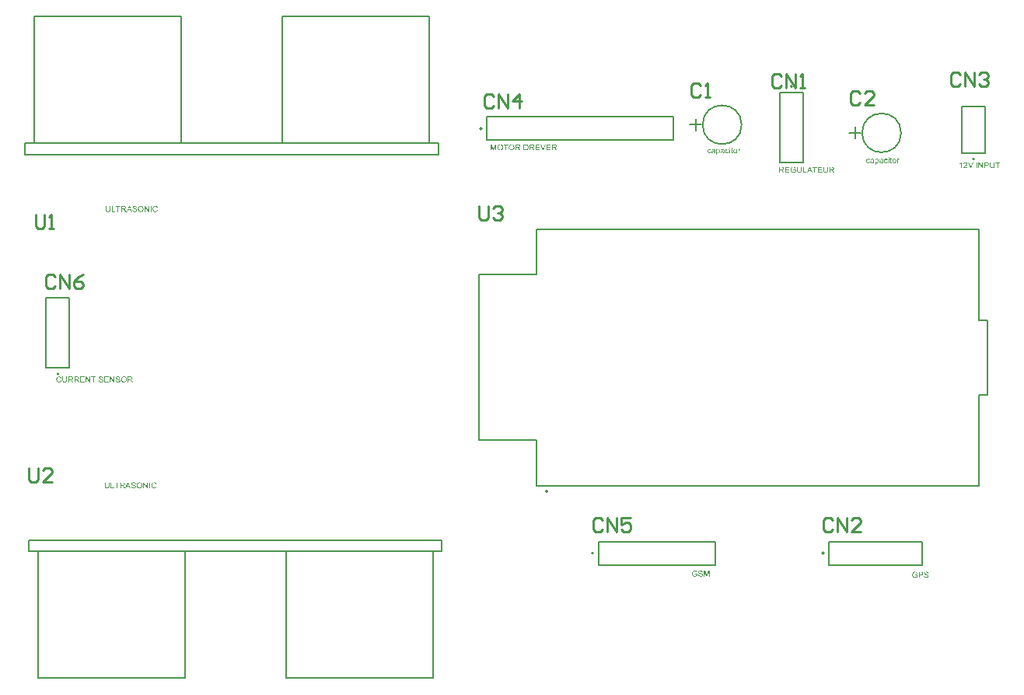
<source format=gto>
G04*
G04 #@! TF.GenerationSoftware,Altium Limited,Altium Designer,25.2.1 (25)*
G04*
G04 Layer_Color=65535*
%FSLAX44Y44*%
%MOMM*%
G71*
G04*
G04 #@! TF.SameCoordinates,3AE894FB-23F7-4F01-8F5F-E61770B14ED4*
G04*
G04*
G04 #@! TF.FilePolarity,Positive*
G04*
G01*
G75*
%ADD10C,0.2000*%
%ADD11C,0.1524*%
%ADD12C,0.1270*%
%ADD13C,0.2540*%
G36*
X1282057Y305206D02*
X1282122D01*
X1282298Y305188D01*
X1282492Y305160D01*
X1282695Y305114D01*
X1282917Y305058D01*
X1283121Y304984D01*
X1283130D01*
X1283148Y304975D01*
X1283176Y304956D01*
X1283213Y304938D01*
X1283306Y304892D01*
X1283426Y304809D01*
X1283564Y304716D01*
X1283703Y304596D01*
X1283833Y304457D01*
X1283953Y304300D01*
Y304291D01*
X1283962Y304282D01*
X1283981Y304254D01*
X1283999Y304226D01*
X1284045Y304134D01*
X1284101Y304013D01*
X1284165Y303865D01*
X1284212Y303690D01*
X1284258Y303505D01*
X1284276Y303302D01*
X1283463Y303237D01*
Y303246D01*
Y303265D01*
X1283454Y303292D01*
X1283444Y303338D01*
X1283416Y303440D01*
X1283380Y303579D01*
X1283324Y303727D01*
X1283241Y303875D01*
X1283139Y304013D01*
X1283010Y304143D01*
X1282991Y304152D01*
X1282945Y304189D01*
X1282852Y304244D01*
X1282732Y304300D01*
X1282575Y304355D01*
X1282390Y304411D01*
X1282159Y304448D01*
X1281900Y304457D01*
X1281771D01*
X1281715Y304448D01*
X1281641Y304439D01*
X1281475Y304420D01*
X1281290Y304383D01*
X1281105Y304337D01*
X1280929Y304263D01*
X1280856Y304217D01*
X1280782Y304170D01*
X1280763Y304161D01*
X1280726Y304124D01*
X1280671Y304060D01*
X1280615Y303986D01*
X1280550Y303884D01*
X1280495Y303773D01*
X1280458Y303643D01*
X1280439Y303496D01*
Y303477D01*
Y303440D01*
X1280449Y303375D01*
X1280467Y303302D01*
X1280495Y303209D01*
X1280541Y303116D01*
X1280597Y303024D01*
X1280680Y302932D01*
X1280689Y302922D01*
X1280735Y302895D01*
X1280772Y302867D01*
X1280809Y302848D01*
X1280865Y302821D01*
X1280929Y302784D01*
X1281013Y302756D01*
X1281105Y302719D01*
X1281207Y302682D01*
X1281327Y302636D01*
X1281456Y302599D01*
X1281604Y302553D01*
X1281771Y302516D01*
X1281956Y302469D01*
X1281965D01*
X1282002Y302460D01*
X1282057Y302451D01*
X1282122Y302432D01*
X1282205Y302414D01*
X1282307Y302386D01*
X1282409Y302358D01*
X1282520Y302331D01*
X1282760Y302266D01*
X1282991Y302201D01*
X1283102Y302164D01*
X1283204Y302127D01*
X1283296Y302099D01*
X1283370Y302062D01*
X1283380D01*
X1283398Y302053D01*
X1283426Y302035D01*
X1283463Y302016D01*
X1283564Y301961D01*
X1283685Y301887D01*
X1283823Y301785D01*
X1283962Y301674D01*
X1284091Y301545D01*
X1284202Y301406D01*
X1284212Y301388D01*
X1284249Y301341D01*
X1284286Y301258D01*
X1284341Y301147D01*
X1284387Y301018D01*
X1284433Y300861D01*
X1284461Y300685D01*
X1284471Y300500D01*
Y300491D01*
Y300481D01*
Y300454D01*
Y300417D01*
X1284452Y300315D01*
X1284433Y300186D01*
X1284397Y300038D01*
X1284350Y299881D01*
X1284276Y299714D01*
X1284175Y299538D01*
Y299529D01*
X1284165Y299520D01*
X1284119Y299464D01*
X1284055Y299381D01*
X1283962Y299289D01*
X1283842Y299178D01*
X1283694Y299058D01*
X1283528Y298947D01*
X1283333Y298845D01*
X1283324D01*
X1283306Y298836D01*
X1283278Y298827D01*
X1283241Y298808D01*
X1283185Y298790D01*
X1283121Y298762D01*
X1282973Y298725D01*
X1282797Y298679D01*
X1282584Y298632D01*
X1282353Y298605D01*
X1282104Y298595D01*
X1281956D01*
X1281882Y298605D01*
X1281799D01*
X1281706Y298614D01*
X1281595Y298623D01*
X1281364Y298660D01*
X1281124Y298697D01*
X1280883Y298762D01*
X1280652Y298845D01*
X1280643D01*
X1280624Y298854D01*
X1280597Y298873D01*
X1280560Y298891D01*
X1280449Y298947D01*
X1280319Y299030D01*
X1280171Y299141D01*
X1280014Y299270D01*
X1279866Y299428D01*
X1279727Y299603D01*
Y299613D01*
X1279709Y299631D01*
X1279700Y299659D01*
X1279672Y299696D01*
X1279653Y299742D01*
X1279626Y299797D01*
X1279561Y299936D01*
X1279496Y300112D01*
X1279441Y300306D01*
X1279404Y300528D01*
X1279385Y300759D01*
X1280181Y300833D01*
Y300824D01*
Y300814D01*
X1280190Y300787D01*
Y300750D01*
X1280208Y300667D01*
X1280236Y300546D01*
X1280273Y300426D01*
X1280310Y300287D01*
X1280375Y300158D01*
X1280439Y300038D01*
X1280449Y300028D01*
X1280476Y299991D01*
X1280523Y299927D01*
X1280597Y299862D01*
X1280689Y299779D01*
X1280791Y299696D01*
X1280929Y299613D01*
X1281077Y299538D01*
X1281087D01*
X1281096Y299529D01*
X1281124Y299520D01*
X1281151Y299511D01*
X1281244Y299483D01*
X1281364Y299446D01*
X1281512Y299409D01*
X1281678Y299381D01*
X1281863Y299363D01*
X1282067Y299354D01*
X1282150D01*
X1282242Y299363D01*
X1282353Y299372D01*
X1282483Y299391D01*
X1282631Y299409D01*
X1282779Y299446D01*
X1282917Y299492D01*
X1282936Y299501D01*
X1282982Y299520D01*
X1283047Y299557D01*
X1283130Y299594D01*
X1283213Y299659D01*
X1283306Y299723D01*
X1283398Y299797D01*
X1283472Y299890D01*
X1283481Y299899D01*
X1283500Y299936D01*
X1283528Y299982D01*
X1283564Y300056D01*
X1283601Y300130D01*
X1283629Y300223D01*
X1283648Y300324D01*
X1283657Y300435D01*
Y300445D01*
Y300491D01*
X1283648Y300546D01*
X1283638Y300620D01*
X1283611Y300694D01*
X1283583Y300787D01*
X1283537Y300879D01*
X1283472Y300962D01*
X1283463Y300972D01*
X1283435Y300999D01*
X1283398Y301036D01*
X1283333Y301092D01*
X1283259Y301147D01*
X1283158Y301212D01*
X1283037Y301277D01*
X1282899Y301332D01*
X1282890Y301341D01*
X1282843Y301351D01*
X1282769Y301378D01*
X1282723Y301388D01*
X1282658Y301406D01*
X1282594Y301434D01*
X1282510Y301452D01*
X1282418Y301480D01*
X1282307Y301508D01*
X1282196Y301535D01*
X1282067Y301572D01*
X1281919Y301609D01*
X1281761Y301646D01*
X1281752D01*
X1281725Y301656D01*
X1281678Y301665D01*
X1281623Y301684D01*
X1281549Y301702D01*
X1281466Y301721D01*
X1281281Y301776D01*
X1281077Y301841D01*
X1280865Y301905D01*
X1280680Y301970D01*
X1280597Y302007D01*
X1280523Y302044D01*
X1280513D01*
X1280504Y302053D01*
X1280449Y302090D01*
X1280365Y302136D01*
X1280273Y302211D01*
X1280162Y302294D01*
X1280051Y302395D01*
X1279940Y302516D01*
X1279848Y302645D01*
X1279838Y302663D01*
X1279811Y302710D01*
X1279774Y302784D01*
X1279737Y302876D01*
X1279700Y302996D01*
X1279663Y303135D01*
X1279635Y303283D01*
X1279626Y303440D01*
Y303449D01*
Y303459D01*
Y303486D01*
Y303523D01*
X1279644Y303616D01*
X1279663Y303736D01*
X1279690Y303875D01*
X1279737Y304032D01*
X1279801Y304189D01*
X1279894Y304346D01*
Y304355D01*
X1279903Y304365D01*
X1279949Y304420D01*
X1280014Y304494D01*
X1280097Y304587D01*
X1280208Y304688D01*
X1280347Y304799D01*
X1280513Y304901D01*
X1280698Y304993D01*
X1280708D01*
X1280726Y305003D01*
X1280754Y305012D01*
X1280791Y305030D01*
X1280837Y305049D01*
X1280902Y305067D01*
X1281040Y305104D01*
X1281216Y305141D01*
X1281420Y305178D01*
X1281632Y305206D01*
X1281873Y305215D01*
X1281993D01*
X1282057Y305206D01*
D02*
G37*
G36*
X1269909D02*
X1269983D01*
X1270158Y305188D01*
X1270352Y305160D01*
X1270556Y305114D01*
X1270778Y305058D01*
X1270990Y304984D01*
X1271000D01*
X1271018Y304975D01*
X1271046Y304966D01*
X1271083Y304947D01*
X1271185Y304892D01*
X1271314Y304827D01*
X1271453Y304734D01*
X1271601Y304624D01*
X1271739Y304503D01*
X1271869Y304355D01*
X1271887Y304337D01*
X1271924Y304282D01*
X1271980Y304198D01*
X1272054Y304078D01*
X1272128Y303930D01*
X1272211Y303745D01*
X1272294Y303542D01*
X1272359Y303311D01*
X1271591Y303107D01*
Y303116D01*
X1271582Y303126D01*
X1271573Y303153D01*
X1271564Y303190D01*
X1271536Y303274D01*
X1271499Y303385D01*
X1271443Y303514D01*
X1271379Y303634D01*
X1271314Y303764D01*
X1271231Y303875D01*
X1271222Y303884D01*
X1271194Y303921D01*
X1271138Y303967D01*
X1271074Y304032D01*
X1270990Y304106D01*
X1270880Y304180D01*
X1270759Y304254D01*
X1270621Y304319D01*
X1270602Y304328D01*
X1270556Y304346D01*
X1270473Y304374D01*
X1270362Y304411D01*
X1270232Y304439D01*
X1270084Y304466D01*
X1269918Y304485D01*
X1269742Y304494D01*
X1269641D01*
X1269594Y304485D01*
X1269539D01*
X1269400Y304476D01*
X1269243Y304448D01*
X1269067Y304420D01*
X1268901Y304374D01*
X1268735Y304309D01*
X1268716Y304300D01*
X1268661Y304282D01*
X1268587Y304235D01*
X1268494Y304189D01*
X1268383Y304115D01*
X1268263Y304041D01*
X1268152Y303949D01*
X1268050Y303847D01*
X1268041Y303838D01*
X1268004Y303801D01*
X1267958Y303736D01*
X1267902Y303662D01*
X1267838Y303570D01*
X1267773Y303459D01*
X1267708Y303338D01*
X1267644Y303209D01*
Y303200D01*
X1267634Y303181D01*
X1267625Y303153D01*
X1267607Y303107D01*
X1267588Y303052D01*
X1267570Y302987D01*
X1267542Y302913D01*
X1267523Y302830D01*
X1267477Y302636D01*
X1267440Y302414D01*
X1267412Y302183D01*
X1267403Y301924D01*
Y301915D01*
Y301887D01*
Y301841D01*
X1267412Y301785D01*
Y301711D01*
X1267422Y301619D01*
X1267431Y301526D01*
X1267440Y301425D01*
X1267477Y301194D01*
X1267523Y300953D01*
X1267597Y300713D01*
X1267690Y300481D01*
Y300472D01*
X1267708Y300454D01*
X1267718Y300426D01*
X1267745Y300389D01*
X1267810Y300287D01*
X1267912Y300158D01*
X1268032Y300019D01*
X1268180Y299881D01*
X1268355Y299751D01*
X1268550Y299631D01*
X1268559D01*
X1268577Y299622D01*
X1268605Y299603D01*
X1268651Y299585D01*
X1268698Y299566D01*
X1268762Y299548D01*
X1268910Y299492D01*
X1269095Y299446D01*
X1269298Y299400D01*
X1269520Y299363D01*
X1269752Y299354D01*
X1269844D01*
X1269899Y299363D01*
X1269955D01*
X1270094Y299381D01*
X1270260Y299400D01*
X1270436Y299437D01*
X1270630Y299492D01*
X1270824Y299557D01*
X1270833D01*
X1270852Y299566D01*
X1270870Y299576D01*
X1270907Y299594D01*
X1271009Y299640D01*
X1271120Y299696D01*
X1271249Y299760D01*
X1271388Y299834D01*
X1271517Y299918D01*
X1271628Y300010D01*
Y301212D01*
X1269742D01*
Y301970D01*
X1272460D01*
Y299594D01*
X1272451Y299585D01*
X1272433Y299576D01*
X1272396Y299548D01*
X1272349Y299511D01*
X1272294Y299474D01*
X1272229Y299428D01*
X1272146Y299372D01*
X1272063Y299317D01*
X1271869Y299196D01*
X1271647Y299067D01*
X1271416Y298947D01*
X1271166Y298845D01*
X1271157D01*
X1271138Y298836D01*
X1271101Y298827D01*
X1271055Y298808D01*
X1270990Y298790D01*
X1270917Y298762D01*
X1270833Y298743D01*
X1270750Y298725D01*
X1270547Y298679D01*
X1270315Y298632D01*
X1270066Y298605D01*
X1269807Y298595D01*
X1269715D01*
X1269650Y298605D01*
X1269567D01*
X1269465Y298614D01*
X1269354Y298632D01*
X1269234Y298642D01*
X1268966Y298697D01*
X1268679Y298762D01*
X1268383Y298864D01*
X1268235Y298919D01*
X1268087Y298993D01*
X1268078Y299002D01*
X1268050Y299011D01*
X1268013Y299039D01*
X1267958Y299067D01*
X1267893Y299113D01*
X1267828Y299159D01*
X1267653Y299289D01*
X1267468Y299455D01*
X1267274Y299659D01*
X1267089Y299890D01*
X1266922Y300158D01*
Y300167D01*
X1266904Y300195D01*
X1266885Y300232D01*
X1266858Y300297D01*
X1266830Y300361D01*
X1266802Y300454D01*
X1266765Y300546D01*
X1266728Y300657D01*
X1266691Y300777D01*
X1266654Y300916D01*
X1266627Y301055D01*
X1266599Y301203D01*
X1266553Y301526D01*
X1266534Y301868D01*
Y301878D01*
Y301915D01*
Y301961D01*
X1266543Y302026D01*
Y302109D01*
X1266553Y302211D01*
X1266571Y302312D01*
X1266580Y302432D01*
X1266608Y302562D01*
X1266627Y302701D01*
X1266701Y302996D01*
X1266793Y303302D01*
X1266922Y303607D01*
X1266932Y303616D01*
X1266941Y303643D01*
X1266959Y303680D01*
X1266996Y303736D01*
X1267033Y303810D01*
X1267079Y303884D01*
X1267209Y304060D01*
X1267366Y304263D01*
X1267560Y304457D01*
X1267782Y304651D01*
X1267912Y304734D01*
X1268041Y304818D01*
X1268050Y304827D01*
X1268078Y304836D01*
X1268115Y304855D01*
X1268170Y304882D01*
X1268244Y304910D01*
X1268328Y304947D01*
X1268420Y304984D01*
X1268531Y305021D01*
X1268651Y305058D01*
X1268781Y305086D01*
X1268919Y305123D01*
X1269067Y305151D01*
X1269391Y305197D01*
X1269557Y305215D01*
X1269853D01*
X1269909Y305206D01*
D02*
G37*
G36*
X1276473Y305095D02*
X1276630Y305086D01*
X1276797Y305077D01*
X1276954Y305058D01*
X1277093Y305040D01*
X1277111D01*
X1277176Y305021D01*
X1277259Y305003D01*
X1277370Y304975D01*
X1277490Y304929D01*
X1277619Y304873D01*
X1277758Y304809D01*
X1277878Y304734D01*
X1277897Y304725D01*
X1277934Y304697D01*
X1277989Y304642D01*
X1278063Y304577D01*
X1278147Y304494D01*
X1278230Y304383D01*
X1278322Y304263D01*
X1278396Y304124D01*
X1278405Y304106D01*
X1278424Y304060D01*
X1278461Y303976D01*
X1278498Y303865D01*
X1278526Y303736D01*
X1278563Y303588D01*
X1278581Y303422D01*
X1278590Y303246D01*
Y303237D01*
Y303209D01*
Y303172D01*
X1278581Y303107D01*
X1278572Y303043D01*
X1278563Y302959D01*
X1278544Y302867D01*
X1278526Y302765D01*
X1278461Y302553D01*
X1278424Y302442D01*
X1278368Y302321D01*
X1278304Y302201D01*
X1278239Y302090D01*
X1278156Y301979D01*
X1278063Y301868D01*
X1278054Y301859D01*
X1278036Y301841D01*
X1278008Y301813D01*
X1277962Y301785D01*
X1277906Y301739D01*
X1277832Y301693D01*
X1277740Y301637D01*
X1277638Y301591D01*
X1277518Y301535D01*
X1277379Y301480D01*
X1277231Y301434D01*
X1277056Y301397D01*
X1276871Y301360D01*
X1276667Y301332D01*
X1276436Y301314D01*
X1276196Y301304D01*
X1274559D01*
Y298706D01*
X1273709D01*
Y305104D01*
X1276334D01*
X1276473Y305095D01*
D02*
G37*
G36*
X420214Y703673D02*
X420278D01*
X420454Y703654D01*
X420648Y703626D01*
X420852Y703580D01*
X421073Y703525D01*
X421277Y703451D01*
X421286D01*
X421305Y703441D01*
X421332Y703423D01*
X421369Y703404D01*
X421462Y703358D01*
X421582Y703275D01*
X421721Y703183D01*
X421859Y703062D01*
X421989Y702924D01*
X422109Y702766D01*
Y702757D01*
X422118Y702748D01*
X422137Y702720D01*
X422155Y702692D01*
X422201Y702600D01*
X422257Y702480D01*
X422322Y702332D01*
X422368Y702156D01*
X422414Y701971D01*
X422433Y701768D01*
X421619Y701703D01*
Y701712D01*
Y701731D01*
X421610Y701759D01*
X421600Y701805D01*
X421573Y701907D01*
X421536Y702045D01*
X421480Y702193D01*
X421397Y702341D01*
X421295Y702480D01*
X421166Y702609D01*
X421147Y702619D01*
X421101Y702655D01*
X421009Y702711D01*
X420888Y702766D01*
X420731Y702822D01*
X420546Y702877D01*
X420315Y702914D01*
X420056Y702924D01*
X419927D01*
X419871Y702914D01*
X419798Y702905D01*
X419631Y702887D01*
X419446Y702850D01*
X419261Y702803D01*
X419086Y702729D01*
X419012Y702683D01*
X418938Y702637D01*
X418919Y702628D01*
X418882Y702591D01*
X418827Y702526D01*
X418771Y702452D01*
X418707Y702350D01*
X418651Y702240D01*
X418614Y702110D01*
X418596Y701962D01*
Y701944D01*
Y701907D01*
X418605Y701842D01*
X418623Y701768D01*
X418651Y701675D01*
X418697Y701583D01*
X418753Y701491D01*
X418836Y701398D01*
X418845Y701389D01*
X418891Y701361D01*
X418928Y701333D01*
X418965Y701315D01*
X419021Y701287D01*
X419086Y701250D01*
X419169Y701223D01*
X419261Y701186D01*
X419363Y701149D01*
X419483Y701102D01*
X419613Y701065D01*
X419761Y701019D01*
X419927Y700982D01*
X420112Y700936D01*
X420121D01*
X420158Y700927D01*
X420214Y700917D01*
X420278Y700899D01*
X420361Y700880D01*
X420463Y700853D01*
X420565Y700825D01*
X420676Y700797D01*
X420916Y700732D01*
X421147Y700668D01*
X421258Y700631D01*
X421360Y700594D01*
X421452Y700566D01*
X421526Y700529D01*
X421536D01*
X421554Y700520D01*
X421582Y700501D01*
X421619Y700483D01*
X421721Y700427D01*
X421841Y700353D01*
X421979Y700252D01*
X422118Y700141D01*
X422248Y700011D01*
X422359Y699873D01*
X422368Y699854D01*
X422405Y699808D01*
X422442Y699725D01*
X422497Y699614D01*
X422543Y699484D01*
X422590Y699327D01*
X422617Y699152D01*
X422627Y698967D01*
Y698957D01*
Y698948D01*
Y698920D01*
Y698883D01*
X422608Y698782D01*
X422590Y698652D01*
X422553Y698504D01*
X422506Y698347D01*
X422433Y698181D01*
X422331Y698005D01*
Y697996D01*
X422322Y697987D01*
X422275Y697931D01*
X422211Y697848D01*
X422118Y697755D01*
X421998Y697644D01*
X421850Y697524D01*
X421684Y697413D01*
X421489Y697312D01*
X421480D01*
X421462Y697302D01*
X421434Y697293D01*
X421397Y697275D01*
X421342Y697256D01*
X421277Y697228D01*
X421129Y697191D01*
X420953Y697145D01*
X420741Y697099D01*
X420509Y697071D01*
X420260Y697062D01*
X420112D01*
X420038Y697071D01*
X419955D01*
X419862Y697080D01*
X419751Y697090D01*
X419520Y697127D01*
X419280Y697164D01*
X419039Y697228D01*
X418808Y697312D01*
X418799D01*
X418780Y697321D01*
X418753Y697339D01*
X418716Y697358D01*
X418605Y697413D01*
X418475Y697496D01*
X418327Y697607D01*
X418170Y697737D01*
X418022Y697894D01*
X417884Y698070D01*
Y698079D01*
X417865Y698098D01*
X417856Y698125D01*
X417828Y698162D01*
X417810Y698208D01*
X417782Y698264D01*
X417717Y698403D01*
X417653Y698578D01*
X417597Y698772D01*
X417560Y698994D01*
X417542Y699225D01*
X418337Y699299D01*
Y699290D01*
Y699281D01*
X418346Y699253D01*
Y699216D01*
X418364Y699133D01*
X418392Y699013D01*
X418429Y698893D01*
X418466Y698754D01*
X418531Y698624D01*
X418596Y698504D01*
X418605Y698495D01*
X418633Y698458D01*
X418679Y698393D01*
X418753Y698329D01*
X418845Y698245D01*
X418947Y698162D01*
X419086Y698079D01*
X419234Y698005D01*
X419243D01*
X419252Y697996D01*
X419280Y697987D01*
X419307Y697977D01*
X419400Y697950D01*
X419520Y697913D01*
X419668Y697876D01*
X419834Y697848D01*
X420019Y697829D01*
X420223Y697820D01*
X420306D01*
X420398Y697829D01*
X420509Y697839D01*
X420639Y697857D01*
X420787Y697876D01*
X420935Y697913D01*
X421073Y697959D01*
X421092Y697968D01*
X421138Y697987D01*
X421203Y698024D01*
X421286Y698061D01*
X421369Y698125D01*
X421462Y698190D01*
X421554Y698264D01*
X421628Y698356D01*
X421637Y698366D01*
X421656Y698403D01*
X421684Y698449D01*
X421721Y698523D01*
X421758Y698597D01*
X421785Y698689D01*
X421804Y698791D01*
X421813Y698902D01*
Y698911D01*
Y698957D01*
X421804Y699013D01*
X421795Y699087D01*
X421767Y699161D01*
X421739Y699253D01*
X421693Y699346D01*
X421628Y699429D01*
X421619Y699438D01*
X421591Y699466D01*
X421554Y699503D01*
X421489Y699558D01*
X421415Y699614D01*
X421314Y699678D01*
X421194Y699743D01*
X421055Y699799D01*
X421046Y699808D01*
X420999Y699817D01*
X420925Y699845D01*
X420879Y699854D01*
X420815Y699873D01*
X420750Y699900D01*
X420667Y699919D01*
X420574Y699947D01*
X420463Y699974D01*
X420352Y700002D01*
X420223Y700039D01*
X420075Y700076D01*
X419918Y700113D01*
X419908D01*
X419881Y700122D01*
X419834Y700132D01*
X419779Y700150D01*
X419705Y700169D01*
X419622Y700187D01*
X419437Y700242D01*
X419234Y700307D01*
X419021Y700372D01*
X418836Y700437D01*
X418753Y700474D01*
X418679Y700511D01*
X418670D01*
X418660Y700520D01*
X418605Y700557D01*
X418522Y700603D01*
X418429Y700677D01*
X418318Y700760D01*
X418207Y700862D01*
X418096Y700982D01*
X418004Y701112D01*
X417995Y701130D01*
X417967Y701176D01*
X417930Y701250D01*
X417893Y701343D01*
X417856Y701463D01*
X417819Y701601D01*
X417791Y701749D01*
X417782Y701907D01*
Y701916D01*
Y701925D01*
Y701953D01*
Y701990D01*
X417800Y702082D01*
X417819Y702203D01*
X417847Y702341D01*
X417893Y702498D01*
X417958Y702655D01*
X418050Y702813D01*
Y702822D01*
X418059Y702831D01*
X418106Y702887D01*
X418170Y702961D01*
X418253Y703053D01*
X418364Y703155D01*
X418503Y703266D01*
X418670Y703367D01*
X418854Y703460D01*
X418864D01*
X418882Y703469D01*
X418910Y703478D01*
X418947Y703497D01*
X418993Y703515D01*
X419058Y703534D01*
X419197Y703571D01*
X419372Y703608D01*
X419576Y703645D01*
X419788Y703673D01*
X420029Y703682D01*
X420149D01*
X420214Y703673D01*
D02*
G37*
G36*
X442606D02*
X442690Y703663D01*
X442791Y703654D01*
X442893Y703645D01*
X443013Y703617D01*
X443263Y703562D01*
X443540Y703478D01*
X443679Y703423D01*
X443808Y703358D01*
X443938Y703275D01*
X444067Y703192D01*
X444076Y703183D01*
X444095Y703173D01*
X444132Y703146D01*
X444178Y703099D01*
X444224Y703053D01*
X444289Y702988D01*
X444354Y702914D01*
X444428Y702840D01*
X444502Y702748D01*
X444576Y702637D01*
X444659Y702526D01*
X444733Y702406D01*
X444798Y702267D01*
X444871Y702129D01*
X444927Y701981D01*
X444982Y701814D01*
X444150Y701620D01*
Y701629D01*
X444141Y701648D01*
X444123Y701685D01*
X444104Y701731D01*
X444086Y701786D01*
X444058Y701860D01*
X443984Y702008D01*
X443891Y702175D01*
X443781Y702341D01*
X443642Y702498D01*
X443494Y702637D01*
X443475Y702655D01*
X443420Y702692D01*
X443327Y702739D01*
X443207Y702803D01*
X443050Y702859D01*
X442874Y702914D01*
X442662Y702951D01*
X442431Y702961D01*
X442357D01*
X442310Y702951D01*
X442246D01*
X442172Y702942D01*
X441996Y702914D01*
X441802Y702877D01*
X441599Y702813D01*
X441386Y702720D01*
X441192Y702600D01*
X441183D01*
X441173Y702582D01*
X441109Y702535D01*
X441025Y702461D01*
X440924Y702350D01*
X440803Y702212D01*
X440692Y702055D01*
X440591Y701860D01*
X440498Y701648D01*
Y701638D01*
X440489Y701620D01*
X440480Y701592D01*
X440471Y701546D01*
X440452Y701491D01*
X440434Y701426D01*
X440406Y701269D01*
X440369Y701084D01*
X440332Y700880D01*
X440313Y700658D01*
X440304Y700418D01*
Y700409D01*
Y700381D01*
Y700335D01*
Y700279D01*
X440313Y700215D01*
Y700132D01*
X440323Y700039D01*
X440332Y699937D01*
X440360Y699715D01*
X440406Y699475D01*
X440461Y699235D01*
X440535Y698994D01*
Y698985D01*
X440545Y698967D01*
X440563Y698939D01*
X440582Y698893D01*
X440637Y698782D01*
X440720Y698652D01*
X440822Y698504D01*
X440951Y698347D01*
X441099Y698208D01*
X441275Y698079D01*
X441284D01*
X441303Y698070D01*
X441330Y698051D01*
X441367Y698033D01*
X441414Y698014D01*
X441469Y697987D01*
X441599Y697931D01*
X441765Y697876D01*
X441950Y697829D01*
X442153Y697792D01*
X442366Y697783D01*
X442431D01*
X442486Y697792D01*
X442551D01*
X442616Y697802D01*
X442782Y697839D01*
X442976Y697885D01*
X443170Y697959D01*
X443374Y698061D01*
X443475Y698116D01*
X443568Y698190D01*
X443577Y698199D01*
X443586Y698208D01*
X443614Y698236D01*
X443651Y698264D01*
X443688Y698310D01*
X443734Y698366D01*
X443790Y698421D01*
X443836Y698495D01*
X443891Y698578D01*
X443956Y698671D01*
X444012Y698763D01*
X444067Y698874D01*
X444113Y698994D01*
X444160Y699124D01*
X444206Y699262D01*
X444243Y699410D01*
X445093Y699198D01*
Y699188D01*
X445084Y699152D01*
X445066Y699096D01*
X445038Y699022D01*
X445010Y698939D01*
X444973Y698837D01*
X444927Y698726D01*
X444871Y698606D01*
X444742Y698347D01*
X444576Y698088D01*
X444474Y697959D01*
X444372Y697829D01*
X444261Y697718D01*
X444132Y697607D01*
X444123Y697598D01*
X444104Y697580D01*
X444058Y697561D01*
X444012Y697524D01*
X443938Y697478D01*
X443864Y697432D01*
X443762Y697385D01*
X443660Y697339D01*
X443540Y697284D01*
X443411Y697238D01*
X443272Y697191D01*
X443124Y697145D01*
X442967Y697108D01*
X442800Y697090D01*
X442625Y697071D01*
X442440Y697062D01*
X442338D01*
X442264Y697071D01*
X442181D01*
X442079Y697080D01*
X441968Y697099D01*
X441839Y697117D01*
X441571Y697164D01*
X441293Y697238D01*
X441016Y697339D01*
X440887Y697404D01*
X440757Y697478D01*
X440748Y697487D01*
X440729Y697496D01*
X440692Y697524D01*
X440656Y697561D01*
X440600Y697598D01*
X440535Y697654D01*
X440461Y697718D01*
X440387Y697792D01*
X440313Y697876D01*
X440230Y697959D01*
X440064Y698171D01*
X439907Y698421D01*
X439768Y698698D01*
Y698708D01*
X439749Y698735D01*
X439740Y698782D01*
X439712Y698837D01*
X439694Y698911D01*
X439666Y699004D01*
X439629Y699105D01*
X439602Y699216D01*
X439574Y699336D01*
X439537Y699475D01*
X439491Y699762D01*
X439454Y700085D01*
X439435Y700418D01*
Y700427D01*
Y700464D01*
Y700520D01*
X439444Y700584D01*
Y700677D01*
X439454Y700769D01*
X439463Y700890D01*
X439481Y701010D01*
X439528Y701278D01*
X439592Y701574D01*
X439685Y701870D01*
X439814Y702156D01*
X439823Y702166D01*
X439833Y702193D01*
X439851Y702230D01*
X439888Y702277D01*
X439925Y702341D01*
X439971Y702415D01*
X440092Y702582D01*
X440249Y702766D01*
X440434Y702951D01*
X440646Y703136D01*
X440896Y703294D01*
X440905Y703303D01*
X440933Y703312D01*
X440970Y703331D01*
X441016Y703358D01*
X441090Y703386D01*
X441164Y703414D01*
X441256Y703451D01*
X441358Y703488D01*
X441469Y703525D01*
X441589Y703562D01*
X441848Y703617D01*
X442144Y703663D01*
X442449Y703682D01*
X442542D01*
X442606Y703673D01*
D02*
G37*
G36*
X435774Y697173D02*
X434896D01*
X431549Y702193D01*
Y697173D01*
X430735D01*
Y703571D01*
X431604D01*
X434960Y698541D01*
Y703571D01*
X435774D01*
Y697173D01*
D02*
G37*
G36*
X393558Y699873D02*
Y699863D01*
Y699826D01*
Y699780D01*
Y699715D01*
X393549Y699632D01*
Y699540D01*
X393540Y699429D01*
X393531Y699318D01*
X393503Y699068D01*
X393466Y698809D01*
X393410Y698560D01*
X393373Y698439D01*
X393337Y698329D01*
Y698319D01*
X393327Y698301D01*
X393309Y698273D01*
X393290Y698236D01*
X393235Y698134D01*
X393152Y698005D01*
X393041Y697857D01*
X392911Y697709D01*
X392745Y697552D01*
X392541Y697413D01*
X392532D01*
X392514Y697395D01*
X392486Y697385D01*
X392440Y697358D01*
X392384Y697330D01*
X392310Y697302D01*
X392236Y697275D01*
X392144Y697238D01*
X392042Y697201D01*
X391931Y697173D01*
X391811Y697145D01*
X391672Y697117D01*
X391534Y697099D01*
X391386Y697080D01*
X391053Y697062D01*
X390970D01*
X390905Y697071D01*
X390831D01*
X390738Y697080D01*
X390637Y697090D01*
X390535Y697099D01*
X390304Y697136D01*
X390054Y697191D01*
X389814Y697265D01*
X389583Y697367D01*
X389574D01*
X389555Y697385D01*
X389527Y697404D01*
X389490Y697422D01*
X389389Y697496D01*
X389268Y697598D01*
X389130Y697728D01*
X389000Y697876D01*
X388871Y698061D01*
X388769Y698264D01*
Y698273D01*
X388760Y698292D01*
X388751Y698329D01*
X388732Y698375D01*
X388714Y698430D01*
X388695Y698504D01*
X388667Y698587D01*
X388649Y698689D01*
X388630Y698800D01*
X388603Y698920D01*
X388584Y699050D01*
X388566Y699188D01*
X388547Y699346D01*
X388538Y699512D01*
X388529Y699688D01*
Y699873D01*
Y703571D01*
X389379D01*
Y699873D01*
Y699863D01*
Y699836D01*
Y699789D01*
Y699734D01*
X389389Y699669D01*
Y699586D01*
X389398Y699410D01*
X389416Y699207D01*
X389444Y699004D01*
X389481Y698809D01*
X389500Y698726D01*
X389527Y698643D01*
X389537Y698624D01*
X389555Y698578D01*
X389601Y698513D01*
X389657Y698421D01*
X389721Y698329D01*
X389814Y698227D01*
X389925Y698125D01*
X390054Y698042D01*
X390073Y698033D01*
X390119Y698005D01*
X390202Y697977D01*
X390313Y697940D01*
X390443Y697894D01*
X390609Y697866D01*
X390785Y697839D01*
X390979Y697829D01*
X391071D01*
X391127Y697839D01*
X391210D01*
X391293Y697848D01*
X391497Y697885D01*
X391719Y697931D01*
X391931Y698005D01*
X392135Y698107D01*
X392227Y698171D01*
X392310Y698245D01*
X392319Y698255D01*
X392329Y698264D01*
X392347Y698292D01*
X392375Y698329D01*
X392403Y698384D01*
X392440Y698439D01*
X392477Y698523D01*
X392514Y698606D01*
X392551Y698708D01*
X392578Y698828D01*
X392615Y698967D01*
X392643Y699115D01*
X392671Y699281D01*
X392689Y699457D01*
X392708Y699660D01*
Y699873D01*
Y703571D01*
X393558D01*
Y699873D01*
D02*
G37*
G36*
X438187Y697173D02*
X437336D01*
Y703571D01*
X438187D01*
Y697173D01*
D02*
G37*
G36*
X417144D02*
X416182D01*
X415434Y699115D01*
X412752D01*
X412059Y697173D01*
X411162D01*
X413603Y703571D01*
X414528D01*
X417144Y697173D01*
D02*
G37*
G36*
X408462Y703562D02*
X408546D01*
X408740Y703552D01*
X408943Y703525D01*
X409165Y703497D01*
X409368Y703451D01*
X409470Y703423D01*
X409553Y703395D01*
X409563D01*
X409572Y703386D01*
X409627Y703358D01*
X409711Y703321D01*
X409812Y703257D01*
X409923Y703173D01*
X410043Y703062D01*
X410154Y702933D01*
X410265Y702785D01*
Y702776D01*
X410275Y702766D01*
X410312Y702711D01*
X410349Y702619D01*
X410404Y702498D01*
X410450Y702360D01*
X410496Y702193D01*
X410524Y702018D01*
X410533Y701823D01*
Y701814D01*
Y701796D01*
Y701759D01*
X410524Y701712D01*
Y701648D01*
X410515Y701583D01*
X410478Y701426D01*
X410422Y701241D01*
X410349Y701047D01*
X410238Y700853D01*
X410163Y700760D01*
X410090Y700668D01*
X410080Y700658D01*
X410071Y700649D01*
X410043Y700621D01*
X410006Y700594D01*
X409960Y700557D01*
X409905Y700520D01*
X409831Y700474D01*
X409757Y700418D01*
X409664Y700372D01*
X409563Y700326D01*
X409452Y700270D01*
X409331Y700224D01*
X409193Y700187D01*
X409054Y700141D01*
X408897Y700113D01*
X408731Y700085D01*
X408749Y700076D01*
X408786Y700058D01*
X408841Y700021D01*
X408915Y699984D01*
X409082Y699882D01*
X409165Y699817D01*
X409239Y699762D01*
X409258Y699743D01*
X409304Y699697D01*
X409378Y699623D01*
X409470Y699530D01*
X409572Y699401D01*
X409692Y699262D01*
X409812Y699096D01*
X409942Y698911D01*
X411042Y697173D01*
X409988D01*
X409146Y698504D01*
Y698513D01*
X409128Y698532D01*
X409109Y698560D01*
X409082Y698597D01*
X409017Y698698D01*
X408934Y698828D01*
X408832Y698967D01*
X408731Y699115D01*
X408629Y699253D01*
X408536Y699383D01*
X408527Y699392D01*
X408499Y699429D01*
X408453Y699484D01*
X408388Y699549D01*
X408250Y699688D01*
X408176Y699752D01*
X408102Y699808D01*
X408092Y699817D01*
X408074Y699826D01*
X408037Y699845D01*
X407982Y699873D01*
X407926Y699900D01*
X407861Y699928D01*
X407714Y699974D01*
X407704D01*
X407686Y699984D01*
X407649D01*
X407603Y699993D01*
X407538Y700002D01*
X407464D01*
X407362Y700011D01*
X406271D01*
Y697173D01*
X405421D01*
Y703571D01*
X408388D01*
X408462Y703562D01*
D02*
G37*
G36*
X404533Y702813D02*
X402425D01*
Y697173D01*
X401574D01*
Y702813D01*
X399466D01*
Y703571D01*
X404533D01*
Y702813D01*
D02*
G37*
G36*
X395787Y697931D02*
X398939D01*
Y697173D01*
X394936D01*
Y703571D01*
X395787D01*
Y697931D01*
D02*
G37*
G36*
X426741Y703673D02*
X426824D01*
X426907Y703663D01*
X427018Y703645D01*
X427129Y703626D01*
X427370Y703580D01*
X427647Y703506D01*
X427915Y703395D01*
X428054Y703331D01*
X428192Y703257D01*
X428202Y703247D01*
X428220Y703238D01*
X428257Y703210D01*
X428313Y703183D01*
X428368Y703136D01*
X428442Y703081D01*
X428599Y702951D01*
X428766Y702785D01*
X428951Y702582D01*
X429126Y702341D01*
X429274Y702073D01*
Y702064D01*
X429293Y702036D01*
X429311Y701999D01*
X429330Y701944D01*
X429367Y701870D01*
X429394Y701786D01*
X429431Y701685D01*
X429468Y701574D01*
X429496Y701454D01*
X429533Y701324D01*
X429570Y701176D01*
X429598Y701028D01*
X429635Y700705D01*
X429653Y700353D01*
Y700344D01*
Y700307D01*
Y700261D01*
X429644Y700187D01*
Y700104D01*
X429635Y700002D01*
X429616Y699891D01*
X429607Y699771D01*
X429561Y699503D01*
X429487Y699207D01*
X429385Y698911D01*
X429330Y698763D01*
X429256Y698615D01*
Y698606D01*
X429237Y698578D01*
X429219Y698541D01*
X429182Y698486D01*
X429145Y698421D01*
X429099Y698356D01*
X428969Y698181D01*
X428812Y697996D01*
X428627Y697802D01*
X428405Y697617D01*
X428146Y697450D01*
X428137D01*
X428119Y697432D01*
X428072Y697413D01*
X428017Y697385D01*
X427952Y697358D01*
X427878Y697330D01*
X427786Y697293D01*
X427684Y697256D01*
X427573Y697219D01*
X427453Y697182D01*
X427185Y697127D01*
X426898Y697080D01*
X426593Y697062D01*
X426501D01*
X426445Y697071D01*
X426362D01*
X426269Y697090D01*
X426168Y697099D01*
X426048Y697117D01*
X425798Y697173D01*
X425530Y697247D01*
X425252Y697358D01*
X425114Y697422D01*
X424975Y697496D01*
X424966Y697506D01*
X424947Y697515D01*
X424910Y697543D01*
X424855Y697580D01*
X424799Y697617D01*
X424735Y697672D01*
X424577Y697811D01*
X424402Y697977D01*
X424217Y698181D01*
X424050Y698412D01*
X423893Y698680D01*
Y698689D01*
X423875Y698717D01*
X423856Y698754D01*
X423838Y698809D01*
X423810Y698883D01*
X423782Y698967D01*
X423745Y699059D01*
X423718Y699161D01*
X423681Y699281D01*
X423644Y699401D01*
X423588Y699678D01*
X423551Y699965D01*
X423533Y700279D01*
Y700289D01*
Y700298D01*
Y700353D01*
X423542Y700437D01*
Y700547D01*
X423560Y700677D01*
X423579Y700834D01*
X423607Y701010D01*
X423644Y701195D01*
X423681Y701389D01*
X423736Y701592D01*
X423810Y701796D01*
X423893Y702008D01*
X423986Y702212D01*
X424106Y702415D01*
X424235Y702600D01*
X424383Y702776D01*
X424393Y702785D01*
X424420Y702813D01*
X424476Y702859D01*
X424540Y702914D01*
X424624Y702988D01*
X424725Y703062D01*
X424846Y703146D01*
X424984Y703229D01*
X425132Y703312D01*
X425299Y703395D01*
X425484Y703469D01*
X425678Y703543D01*
X425890Y703599D01*
X426112Y703645D01*
X426343Y703673D01*
X426593Y703682D01*
X426676D01*
X426741Y703673D01*
D02*
G37*
G36*
X1343880Y744863D02*
X1343001D01*
X1339654Y749884D01*
Y744863D01*
X1338841D01*
Y751261D01*
X1339710D01*
X1343066Y746232D01*
Y751261D01*
X1343880D01*
Y744863D01*
D02*
G37*
G36*
X1330603D02*
X1329724D01*
X1327247Y751261D01*
X1328171D01*
X1329835Y746611D01*
Y746602D01*
X1329845Y746583D01*
X1329854Y746555D01*
X1329872Y746518D01*
X1329882Y746463D01*
X1329900Y746407D01*
X1329946Y746269D01*
X1330002Y746112D01*
X1330057Y745936D01*
X1330168Y745566D01*
Y745575D01*
X1330177Y745594D01*
X1330187Y745622D01*
X1330196Y745659D01*
X1330224Y745760D01*
X1330270Y745899D01*
X1330316Y746056D01*
X1330372Y746232D01*
X1330436Y746417D01*
X1330510Y746611D01*
X1332249Y751261D01*
X1333108D01*
X1330603Y744863D01*
D02*
G37*
G36*
X1356306Y747563D02*
Y747554D01*
Y747517D01*
Y747471D01*
Y747406D01*
X1356296Y747323D01*
Y747230D01*
X1356287Y747119D01*
X1356278Y747008D01*
X1356250Y746759D01*
X1356213Y746500D01*
X1356158Y746250D01*
X1356121Y746130D01*
X1356084Y746019D01*
Y746010D01*
X1356074Y745991D01*
X1356056Y745964D01*
X1356037Y745927D01*
X1355982Y745825D01*
X1355899Y745695D01*
X1355788Y745548D01*
X1355658Y745400D01*
X1355492Y745242D01*
X1355289Y745104D01*
X1355279D01*
X1355261Y745085D01*
X1355233Y745076D01*
X1355187Y745048D01*
X1355131Y745021D01*
X1355057Y744993D01*
X1354983Y744965D01*
X1354891Y744928D01*
X1354789Y744891D01*
X1354678Y744863D01*
X1354558Y744836D01*
X1354420Y744808D01*
X1354281Y744790D01*
X1354133Y744771D01*
X1353800Y744753D01*
X1353717D01*
X1353652Y744762D01*
X1353578D01*
X1353486Y744771D01*
X1353384Y744780D01*
X1353282Y744790D01*
X1353051Y744827D01*
X1352802Y744882D01*
X1352561Y744956D01*
X1352330Y745058D01*
X1352321D01*
X1352302Y745076D01*
X1352274Y745095D01*
X1352238Y745113D01*
X1352136Y745187D01*
X1352016Y745289D01*
X1351877Y745418D01*
X1351747Y745566D01*
X1351618Y745751D01*
X1351516Y745954D01*
Y745964D01*
X1351507Y745982D01*
X1351498Y746019D01*
X1351479Y746065D01*
X1351461Y746121D01*
X1351442Y746195D01*
X1351415Y746278D01*
X1351396Y746380D01*
X1351378Y746491D01*
X1351350Y746611D01*
X1351331Y746740D01*
X1351313Y746879D01*
X1351295Y747036D01*
X1351285Y747203D01*
X1351276Y747378D01*
Y747563D01*
Y751261D01*
X1352127D01*
Y747563D01*
Y747554D01*
Y747526D01*
Y747480D01*
Y747424D01*
X1352136Y747360D01*
Y747277D01*
X1352145Y747101D01*
X1352164Y746898D01*
X1352191Y746694D01*
X1352228Y746500D01*
X1352247Y746417D01*
X1352274Y746333D01*
X1352284Y746315D01*
X1352302Y746269D01*
X1352348Y746204D01*
X1352404Y746112D01*
X1352469Y746019D01*
X1352561Y745917D01*
X1352672Y745816D01*
X1352802Y745732D01*
X1352820Y745723D01*
X1352866Y745695D01*
X1352949Y745668D01*
X1353060Y745631D01*
X1353190Y745585D01*
X1353356Y745557D01*
X1353532Y745529D01*
X1353726Y745520D01*
X1353819D01*
X1353874Y745529D01*
X1353957D01*
X1354040Y745538D01*
X1354244Y745575D01*
X1354466Y745622D01*
X1354678Y745695D01*
X1354882Y745797D01*
X1354974Y745862D01*
X1355057Y745936D01*
X1355067Y745945D01*
X1355076Y745954D01*
X1355094Y745982D01*
X1355122Y746019D01*
X1355150Y746075D01*
X1355187Y746130D01*
X1355224Y746213D01*
X1355261Y746296D01*
X1355298Y746398D01*
X1355325Y746518D01*
X1355363Y746657D01*
X1355390Y746805D01*
X1355418Y746971D01*
X1355437Y747147D01*
X1355455Y747350D01*
Y747563D01*
Y751261D01*
X1356306D01*
Y747563D01*
D02*
G37*
G36*
X1362306Y750503D02*
X1360198D01*
Y744863D01*
X1359347D01*
Y750503D01*
X1357239D01*
Y751261D01*
X1362306D01*
Y750503D01*
D02*
G37*
G36*
X1348068Y751252D02*
X1348225Y751243D01*
X1348391Y751234D01*
X1348548Y751215D01*
X1348687Y751197D01*
X1348706D01*
X1348770Y751178D01*
X1348854Y751160D01*
X1348965Y751132D01*
X1349085Y751086D01*
X1349214Y751030D01*
X1349353Y750965D01*
X1349473Y750892D01*
X1349492Y750882D01*
X1349529Y750855D01*
X1349584Y750799D01*
X1349658Y750734D01*
X1349741Y750651D01*
X1349824Y750540D01*
X1349917Y750420D01*
X1349991Y750281D01*
X1350000Y750263D01*
X1350019Y750217D01*
X1350056Y750133D01*
X1350092Y750023D01*
X1350120Y749893D01*
X1350157Y749745D01*
X1350176Y749579D01*
X1350185Y749403D01*
Y749394D01*
Y749366D01*
Y749329D01*
X1350176Y749264D01*
X1350166Y749200D01*
X1350157Y749116D01*
X1350139Y749024D01*
X1350120Y748922D01*
X1350056Y748710D01*
X1350019Y748599D01*
X1349963Y748478D01*
X1349898Y748358D01*
X1349834Y748247D01*
X1349750Y748136D01*
X1349658Y748025D01*
X1349649Y748016D01*
X1349630Y747998D01*
X1349603Y747970D01*
X1349556Y747942D01*
X1349501Y747896D01*
X1349427Y747850D01*
X1349334Y747794D01*
X1349233Y747748D01*
X1349113Y747693D01*
X1348974Y747637D01*
X1348826Y747591D01*
X1348650Y747554D01*
X1348465Y747517D01*
X1348262Y747489D01*
X1348031Y747471D01*
X1347790Y747461D01*
X1346154D01*
Y744863D01*
X1345303D01*
Y751261D01*
X1347929D01*
X1348068Y751252D01*
D02*
G37*
G36*
X1337352Y744863D02*
X1336501D01*
Y751261D01*
X1337352D01*
Y744863D01*
D02*
G37*
G36*
X1324889Y751280D02*
X1324963Y751271D01*
X1325055Y751261D01*
X1325157Y751243D01*
X1325259Y751224D01*
X1325499Y751160D01*
X1325740Y751067D01*
X1325860Y751012D01*
X1325980Y750947D01*
X1326091Y750864D01*
X1326193Y750771D01*
X1326202Y750762D01*
X1326220Y750753D01*
X1326239Y750716D01*
X1326276Y750679D01*
X1326322Y750633D01*
X1326368Y750568D01*
X1326414Y750503D01*
X1326470Y750420D01*
X1326562Y750244D01*
X1326655Y750023D01*
X1326692Y749911D01*
X1326710Y749782D01*
X1326729Y749653D01*
X1326738Y749514D01*
Y749495D01*
Y749449D01*
X1326729Y749375D01*
X1326720Y749274D01*
X1326701Y749163D01*
X1326664Y749033D01*
X1326627Y748895D01*
X1326572Y748756D01*
X1326562Y748737D01*
X1326544Y748691D01*
X1326507Y748617D01*
X1326452Y748515D01*
X1326378Y748404D01*
X1326285Y748266D01*
X1326174Y748127D01*
X1326045Y747970D01*
X1326026Y747952D01*
X1325980Y747896D01*
X1325934Y747850D01*
X1325887Y747803D01*
X1325832Y747748D01*
X1325758Y747674D01*
X1325684Y747600D01*
X1325592Y747517D01*
X1325499Y747424D01*
X1325388Y747323D01*
X1325268Y747221D01*
X1325139Y747101D01*
X1324991Y746981D01*
X1324843Y746851D01*
X1324834Y746842D01*
X1324815Y746824D01*
X1324778Y746796D01*
X1324732Y746759D01*
X1324676Y746703D01*
X1324612Y746648D01*
X1324464Y746528D01*
X1324306Y746389D01*
X1324159Y746250D01*
X1324029Y746130D01*
X1323974Y746084D01*
X1323927Y746038D01*
X1323918Y746028D01*
X1323891Y746001D01*
X1323853Y745964D01*
X1323807Y745908D01*
X1323761Y745844D01*
X1323706Y745779D01*
X1323595Y745622D01*
X1326747D01*
Y744863D01*
X1322504D01*
Y744873D01*
Y744910D01*
Y744965D01*
X1322513Y745039D01*
X1322522Y745122D01*
X1322541Y745215D01*
X1322559Y745307D01*
X1322596Y745409D01*
Y745418D01*
X1322605Y745427D01*
X1322624Y745483D01*
X1322661Y745566D01*
X1322716Y745677D01*
X1322790Y745807D01*
X1322883Y745954D01*
X1322984Y746102D01*
X1323114Y746260D01*
Y746269D01*
X1323132Y746278D01*
X1323179Y746333D01*
X1323262Y746417D01*
X1323382Y746537D01*
X1323521Y746676D01*
X1323696Y746842D01*
X1323909Y747027D01*
X1324140Y747221D01*
X1324149Y747230D01*
X1324186Y747258D01*
X1324242Y747304D01*
X1324306Y747360D01*
X1324390Y747434D01*
X1324491Y747517D01*
X1324593Y747609D01*
X1324713Y747711D01*
X1324944Y747933D01*
X1325176Y748155D01*
X1325287Y748266D01*
X1325388Y748377D01*
X1325481Y748478D01*
X1325555Y748580D01*
Y748589D01*
X1325573Y748599D01*
X1325592Y748626D01*
X1325610Y748663D01*
X1325675Y748765D01*
X1325749Y748885D01*
X1325814Y749033D01*
X1325878Y749190D01*
X1325915Y749366D01*
X1325934Y749532D01*
Y749542D01*
Y749551D01*
X1325925Y749606D01*
X1325915Y749699D01*
X1325887Y749801D01*
X1325851Y749930D01*
X1325786Y750060D01*
X1325703Y750189D01*
X1325592Y750318D01*
X1325573Y750337D01*
X1325527Y750374D01*
X1325462Y750420D01*
X1325361Y750485D01*
X1325231Y750540D01*
X1325083Y750596D01*
X1324908Y750633D01*
X1324713Y750642D01*
X1324658D01*
X1324621Y750633D01*
X1324510Y750623D01*
X1324380Y750596D01*
X1324242Y750559D01*
X1324085Y750494D01*
X1323937Y750411D01*
X1323798Y750300D01*
X1323779Y750281D01*
X1323743Y750235D01*
X1323687Y750161D01*
X1323632Y750050D01*
X1323567Y749921D01*
X1323511Y749754D01*
X1323474Y749569D01*
X1323456Y749357D01*
X1322652Y749440D01*
Y749449D01*
X1322661Y749477D01*
Y749523D01*
X1322670Y749588D01*
X1322689Y749662D01*
X1322707Y749745D01*
X1322735Y749847D01*
X1322762Y749949D01*
X1322836Y750170D01*
X1322947Y750392D01*
X1323012Y750503D01*
X1323095Y750614D01*
X1323179Y750716D01*
X1323271Y750808D01*
X1323280Y750818D01*
X1323299Y750827D01*
X1323327Y750855D01*
X1323373Y750882D01*
X1323428Y750919D01*
X1323493Y750956D01*
X1323567Y751003D01*
X1323659Y751049D01*
X1323761Y751095D01*
X1323872Y751141D01*
X1323992Y751178D01*
X1324122Y751215D01*
X1324260Y751243D01*
X1324408Y751271D01*
X1324565Y751280D01*
X1324732Y751289D01*
X1324824D01*
X1324889Y751280D01*
D02*
G37*
G36*
X1320599Y744863D02*
X1319813D01*
Y749865D01*
X1319804Y749856D01*
X1319758Y749819D01*
X1319702Y749764D01*
X1319610Y749699D01*
X1319508Y749616D01*
X1319379Y749523D01*
X1319231Y749421D01*
X1319064Y749320D01*
X1319055D01*
X1319046Y749311D01*
X1318990Y749274D01*
X1318898Y749227D01*
X1318787Y749172D01*
X1318658Y749107D01*
X1318519Y749042D01*
X1318380Y748978D01*
X1318241Y748922D01*
Y749680D01*
X1318251D01*
X1318269Y749699D01*
X1318306Y749708D01*
X1318352Y749736D01*
X1318408Y749764D01*
X1318473Y749801D01*
X1318630Y749893D01*
X1318815Y749995D01*
X1319000Y750124D01*
X1319194Y750272D01*
X1319388Y750429D01*
X1319397Y750439D01*
X1319406Y750448D01*
X1319434Y750475D01*
X1319471Y750503D01*
X1319554Y750596D01*
X1319665Y750707D01*
X1319776Y750836D01*
X1319896Y750984D01*
X1319998Y751132D01*
X1320091Y751289D01*
X1320599D01*
Y744863D01*
D02*
G37*
G36*
X1241520Y755717D02*
X1240734D01*
Y756614D01*
X1241520D01*
Y755717D01*
D02*
G37*
G36*
X1228511Y754950D02*
X1228576Y754941D01*
X1228715Y754922D01*
X1228881Y754885D01*
X1229057Y754830D01*
X1229232Y754747D01*
X1229408Y754645D01*
X1229417D01*
X1229426Y754626D01*
X1229482Y754589D01*
X1229565Y754516D01*
X1229667Y754423D01*
X1229778Y754303D01*
X1229889Y754155D01*
X1230000Y753979D01*
X1230092Y753785D01*
Y753776D01*
X1230101Y753757D01*
X1230111Y753730D01*
X1230129Y753693D01*
X1230148Y753637D01*
X1230166Y753572D01*
X1230212Y753425D01*
X1230259Y753240D01*
X1230296Y753036D01*
X1230323Y752805D01*
X1230332Y752565D01*
Y752555D01*
Y752537D01*
Y752500D01*
Y752445D01*
X1230323Y752380D01*
Y752306D01*
X1230305Y752139D01*
X1230268Y751936D01*
X1230222Y751723D01*
X1230157Y751501D01*
X1230074Y751280D01*
Y751270D01*
X1230064Y751252D01*
X1230046Y751224D01*
X1230027Y751187D01*
X1229963Y751085D01*
X1229880Y750956D01*
X1229778Y750817D01*
X1229648Y750679D01*
X1229500Y750540D01*
X1229325Y750411D01*
X1229315D01*
X1229306Y750401D01*
X1229278Y750383D01*
X1229242Y750364D01*
X1229149Y750318D01*
X1229020Y750263D01*
X1228863Y750207D01*
X1228696Y750161D01*
X1228502Y750124D01*
X1228308Y750115D01*
X1228243D01*
X1228169Y750124D01*
X1228077Y750133D01*
X1227966Y750152D01*
X1227846Y750179D01*
X1227725Y750216D01*
X1227605Y750272D01*
X1227596Y750281D01*
X1227550Y750300D01*
X1227494Y750337D01*
X1227420Y750392D01*
X1227346Y750447D01*
X1227254Y750521D01*
X1227170Y750605D01*
X1227097Y750697D01*
Y748441D01*
X1226311D01*
Y754858D01*
X1227023D01*
Y754247D01*
X1227032Y754266D01*
X1227069Y754303D01*
X1227115Y754368D01*
X1227189Y754442D01*
X1227272Y754534D01*
X1227365Y754617D01*
X1227476Y754700D01*
X1227587Y754774D01*
X1227605Y754784D01*
X1227642Y754802D01*
X1227716Y754830D01*
X1227809Y754867D01*
X1227919Y754904D01*
X1228049Y754932D01*
X1228197Y754950D01*
X1228363Y754959D01*
X1228465D01*
X1228511Y754950D01*
D02*
G37*
G36*
X1252032D02*
X1252134Y754932D01*
X1252254Y754895D01*
X1252383Y754848D01*
X1252531Y754784D01*
X1252688Y754700D01*
X1252402Y753979D01*
X1252393Y753988D01*
X1252356Y754007D01*
X1252300Y754035D01*
X1252226Y754062D01*
X1252143Y754090D01*
X1252041Y754118D01*
X1251939Y754137D01*
X1251838Y754146D01*
X1251792D01*
X1251745Y754137D01*
X1251681Y754127D01*
X1251616Y754109D01*
X1251533Y754081D01*
X1251450Y754044D01*
X1251376Y753988D01*
X1251366Y753979D01*
X1251339Y753961D01*
X1251311Y753924D01*
X1251265Y753878D01*
X1251218Y753813D01*
X1251172Y753739D01*
X1251126Y753656D01*
X1251089Y753554D01*
X1251080Y753536D01*
X1251070Y753480D01*
X1251052Y753397D01*
X1251024Y753286D01*
X1250996Y753147D01*
X1250978Y752990D01*
X1250969Y752824D01*
X1250959Y752639D01*
Y750216D01*
X1250174D01*
Y754858D01*
X1250885D01*
Y754155D01*
X1250895Y754164D01*
X1250932Y754229D01*
X1250978Y754312D01*
X1251052Y754414D01*
X1251126Y754516D01*
X1251209Y754626D01*
X1251292Y754719D01*
X1251376Y754793D01*
X1251385Y754802D01*
X1251413Y754821D01*
X1251468Y754848D01*
X1251524Y754876D01*
X1251597Y754904D01*
X1251690Y754932D01*
X1251782Y754950D01*
X1251884Y754959D01*
X1251949D01*
X1252032Y754950D01*
D02*
G37*
G36*
X1238265D02*
X1238321D01*
X1238395Y754941D01*
X1238570Y754913D01*
X1238764Y754867D01*
X1238968Y754793D01*
X1239171Y754700D01*
X1239365Y754571D01*
X1239375D01*
X1239384Y754553D01*
X1239439Y754497D01*
X1239523Y754414D01*
X1239624Y754294D01*
X1239726Y754146D01*
X1239828Y753961D01*
X1239920Y753748D01*
X1239985Y753499D01*
X1239218Y753378D01*
Y753388D01*
X1239208Y753397D01*
X1239199Y753452D01*
X1239171Y753536D01*
X1239125Y753637D01*
X1239079Y753748D01*
X1239005Y753868D01*
X1238922Y753979D01*
X1238829Y754072D01*
X1238820Y754081D01*
X1238783Y754109D01*
X1238718Y754146D01*
X1238644Y754192D01*
X1238543Y754238D01*
X1238432Y754275D01*
X1238302Y754303D01*
X1238164Y754312D01*
X1238108D01*
X1238062Y754303D01*
X1237960Y754294D01*
X1237822Y754257D01*
X1237673Y754210D01*
X1237507Y754137D01*
X1237350Y754025D01*
X1237276Y753961D01*
X1237202Y753887D01*
Y753878D01*
X1237184Y753868D01*
X1237165Y753841D01*
X1237147Y753804D01*
X1237119Y753757D01*
X1237082Y753702D01*
X1237054Y753637D01*
X1237017Y753563D01*
X1236980Y753471D01*
X1236952Y753369D01*
X1236915Y753258D01*
X1236888Y753138D01*
X1236869Y753008D01*
X1236851Y752861D01*
X1236832Y752703D01*
Y752537D01*
Y752528D01*
Y752500D01*
Y752445D01*
X1236841Y752389D01*
Y752306D01*
X1236851Y752223D01*
X1236878Y752019D01*
X1236915Y751797D01*
X1236980Y751566D01*
X1237063Y751363D01*
X1237119Y751261D01*
X1237184Y751178D01*
X1237202Y751159D01*
X1237248Y751113D01*
X1237331Y751048D01*
X1237433Y750975D01*
X1237572Y750891D01*
X1237729Y750826D01*
X1237914Y750780D01*
X1238016Y750771D01*
X1238117Y750762D01*
X1238136D01*
X1238191Y750771D01*
X1238284Y750780D01*
X1238385Y750799D01*
X1238506Y750826D01*
X1238635Y750882D01*
X1238764Y750947D01*
X1238885Y751039D01*
X1238903Y751048D01*
X1238931Y751095D01*
X1238986Y751159D01*
X1239051Y751261D01*
X1239116Y751381D01*
X1239190Y751529D01*
X1239245Y751714D01*
X1239282Y751917D01*
X1240059Y751816D01*
Y751807D01*
X1240050Y751779D01*
X1240040Y751742D01*
X1240031Y751686D01*
X1240013Y751612D01*
X1239994Y751538D01*
X1239930Y751354D01*
X1239846Y751159D01*
X1239726Y750947D01*
X1239578Y750743D01*
X1239495Y750651D01*
X1239402Y750558D01*
X1239393Y750549D01*
X1239375Y750540D01*
X1239347Y750521D01*
X1239310Y750494D01*
X1239264Y750457D01*
X1239199Y750420D01*
X1239125Y750383D01*
X1239051Y750337D01*
X1238866Y750253D01*
X1238644Y750189D01*
X1238404Y750133D01*
X1238265Y750124D01*
X1238127Y750115D01*
X1238034D01*
X1237969Y750124D01*
X1237886Y750133D01*
X1237794Y750152D01*
X1237692Y750170D01*
X1237581Y750189D01*
X1237331Y750263D01*
X1237211Y750318D01*
X1237082Y750374D01*
X1236952Y750447D01*
X1236832Y750531D01*
X1236712Y750623D01*
X1236601Y750734D01*
X1236592Y750743D01*
X1236573Y750762D01*
X1236546Y750799D01*
X1236509Y750845D01*
X1236472Y750910D01*
X1236416Y750993D01*
X1236370Y751085D01*
X1236314Y751187D01*
X1236259Y751307D01*
X1236213Y751446D01*
X1236157Y751585D01*
X1236120Y751751D01*
X1236083Y751917D01*
X1236056Y752112D01*
X1236037Y752306D01*
X1236028Y752518D01*
Y752528D01*
Y752555D01*
Y752592D01*
Y752648D01*
X1236037Y752713D01*
Y752787D01*
X1236046Y752870D01*
X1236056Y752962D01*
X1236083Y753166D01*
X1236130Y753388D01*
X1236185Y753609D01*
X1236268Y753831D01*
Y753841D01*
X1236277Y753859D01*
X1236296Y753887D01*
X1236314Y753924D01*
X1236370Y754025D01*
X1236453Y754146D01*
X1236564Y754284D01*
X1236693Y754423D01*
X1236851Y754562D01*
X1237026Y754673D01*
X1237036D01*
X1237054Y754682D01*
X1237082Y754700D01*
X1237119Y754719D01*
X1237165Y754737D01*
X1237221Y754765D01*
X1237359Y754821D01*
X1237516Y754867D01*
X1237710Y754913D01*
X1237914Y754950D01*
X1238136Y754959D01*
X1238210D01*
X1238265Y754950D01*
D02*
G37*
G36*
X1218868D02*
X1218923D01*
X1218997Y754941D01*
X1219173Y754913D01*
X1219367Y754867D01*
X1219571Y754793D01*
X1219774Y754700D01*
X1219968Y754571D01*
X1219977D01*
X1219987Y754553D01*
X1220042Y754497D01*
X1220125Y754414D01*
X1220227Y754294D01*
X1220329Y754146D01*
X1220431Y753961D01*
X1220523Y753748D01*
X1220588Y753499D01*
X1219820Y753378D01*
Y753388D01*
X1219811Y753397D01*
X1219802Y753452D01*
X1219774Y753536D01*
X1219728Y753637D01*
X1219682Y753748D01*
X1219608Y753868D01*
X1219524Y753979D01*
X1219432Y754072D01*
X1219423Y754081D01*
X1219386Y754109D01*
X1219321Y754146D01*
X1219247Y754192D01*
X1219145Y754238D01*
X1219034Y754275D01*
X1218905Y754303D01*
X1218766Y754312D01*
X1218711D01*
X1218665Y754303D01*
X1218563Y754294D01*
X1218424Y754257D01*
X1218276Y754210D01*
X1218110Y754137D01*
X1217953Y754025D01*
X1217879Y753961D01*
X1217805Y753887D01*
Y753878D01*
X1217786Y753868D01*
X1217768Y753841D01*
X1217749Y753804D01*
X1217721Y753757D01*
X1217685Y753702D01*
X1217657Y753637D01*
X1217620Y753563D01*
X1217583Y753471D01*
X1217555Y753369D01*
X1217518Y753258D01*
X1217490Y753138D01*
X1217472Y753008D01*
X1217453Y752861D01*
X1217435Y752703D01*
Y752537D01*
Y752528D01*
Y752500D01*
Y752445D01*
X1217444Y752389D01*
Y752306D01*
X1217453Y752223D01*
X1217481Y752019D01*
X1217518Y751797D01*
X1217583Y751566D01*
X1217666Y751363D01*
X1217721Y751261D01*
X1217786Y751178D01*
X1217805Y751159D01*
X1217851Y751113D01*
X1217934Y751048D01*
X1218036Y750975D01*
X1218175Y750891D01*
X1218332Y750826D01*
X1218517Y750780D01*
X1218618Y750771D01*
X1218720Y750762D01*
X1218739D01*
X1218794Y750771D01*
X1218886Y750780D01*
X1218988Y750799D01*
X1219108Y750826D01*
X1219238Y750882D01*
X1219367Y750947D01*
X1219488Y751039D01*
X1219506Y751048D01*
X1219534Y751095D01*
X1219589Y751159D01*
X1219654Y751261D01*
X1219719Y751381D01*
X1219793Y751529D01*
X1219848Y751714D01*
X1219885Y751917D01*
X1220662Y751816D01*
Y751807D01*
X1220652Y751779D01*
X1220643Y751742D01*
X1220634Y751686D01*
X1220615Y751612D01*
X1220597Y751538D01*
X1220532Y751354D01*
X1220449Y751159D01*
X1220329Y750947D01*
X1220181Y750743D01*
X1220098Y750651D01*
X1220005Y750558D01*
X1219996Y750549D01*
X1219977Y750540D01*
X1219950Y750521D01*
X1219913Y750494D01*
X1219866Y750457D01*
X1219802Y750420D01*
X1219728Y750383D01*
X1219654Y750337D01*
X1219469Y750253D01*
X1219247Y750189D01*
X1219007Y750133D01*
X1218868Y750124D01*
X1218729Y750115D01*
X1218637D01*
X1218572Y750124D01*
X1218489Y750133D01*
X1218397Y750152D01*
X1218295Y750170D01*
X1218184Y750189D01*
X1217934Y750263D01*
X1217814Y750318D01*
X1217685Y750374D01*
X1217555Y750447D01*
X1217435Y750531D01*
X1217315Y750623D01*
X1217204Y750734D01*
X1217195Y750743D01*
X1217176Y750762D01*
X1217148Y750799D01*
X1217111Y750845D01*
X1217074Y750910D01*
X1217019Y750993D01*
X1216973Y751085D01*
X1216917Y751187D01*
X1216862Y751307D01*
X1216815Y751446D01*
X1216760Y751585D01*
X1216723Y751751D01*
X1216686Y751917D01*
X1216658Y752112D01*
X1216640Y752306D01*
X1216631Y752518D01*
Y752528D01*
Y752555D01*
Y752592D01*
Y752648D01*
X1216640Y752713D01*
Y752787D01*
X1216649Y752870D01*
X1216658Y752962D01*
X1216686Y753166D01*
X1216732Y753388D01*
X1216788Y753609D01*
X1216871Y753831D01*
Y753841D01*
X1216880Y753859D01*
X1216899Y753887D01*
X1216917Y753924D01*
X1216973Y754025D01*
X1217056Y754146D01*
X1217167Y754284D01*
X1217296Y754423D01*
X1217453Y754562D01*
X1217629Y754673D01*
X1217638D01*
X1217657Y754682D01*
X1217685Y754700D01*
X1217721Y754719D01*
X1217768Y754737D01*
X1217823Y754765D01*
X1217962Y754821D01*
X1218119Y754867D01*
X1218313Y754913D01*
X1218517Y754950D01*
X1218739Y754959D01*
X1218812D01*
X1218868Y754950D01*
D02*
G37*
G36*
X1241520Y750216D02*
X1240734D01*
Y754858D01*
X1241520D01*
Y750216D01*
D02*
G37*
G36*
X1233448Y754950D02*
X1233587Y754941D01*
X1233744Y754922D01*
X1233901Y754895D01*
X1234059Y754858D01*
X1234206Y754811D01*
X1234225Y754802D01*
X1234271Y754784D01*
X1234336Y754756D01*
X1234419Y754719D01*
X1234512Y754663D01*
X1234604Y754608D01*
X1234687Y754534D01*
X1234761Y754460D01*
X1234770Y754451D01*
X1234789Y754423D01*
X1234817Y754377D01*
X1234854Y754321D01*
X1234900Y754238D01*
X1234937Y754155D01*
X1234974Y754053D01*
X1235002Y753933D01*
Y753924D01*
X1235011Y753896D01*
X1235020Y753841D01*
X1235029Y753767D01*
Y753665D01*
X1235039Y753545D01*
X1235048Y753388D01*
Y753212D01*
Y752158D01*
Y752149D01*
Y752112D01*
Y752056D01*
Y751982D01*
Y751899D01*
Y751797D01*
X1235057Y751575D01*
Y751344D01*
X1235066Y751113D01*
X1235076Y751012D01*
Y750919D01*
X1235085Y750836D01*
X1235094Y750771D01*
Y750762D01*
X1235103Y750725D01*
X1235113Y750669D01*
X1235140Y750595D01*
X1235159Y750512D01*
X1235196Y750420D01*
X1235242Y750318D01*
X1235288Y750216D01*
X1234465D01*
X1234456Y750226D01*
X1234447Y750263D01*
X1234428Y750309D01*
X1234401Y750383D01*
X1234373Y750466D01*
X1234354Y750568D01*
X1234336Y750679D01*
X1234317Y750799D01*
X1234308D01*
X1234299Y750780D01*
X1234243Y750734D01*
X1234160Y750669D01*
X1234049Y750586D01*
X1233911Y750503D01*
X1233772Y750411D01*
X1233624Y750327D01*
X1233467Y750263D01*
X1233448Y750253D01*
X1233393Y750244D01*
X1233310Y750216D01*
X1233208Y750189D01*
X1233079Y750161D01*
X1232931Y750142D01*
X1232764Y750124D01*
X1232598Y750115D01*
X1232524D01*
X1232468Y750124D01*
X1232404D01*
X1232330Y750133D01*
X1232163Y750161D01*
X1231978Y750207D01*
X1231775Y750272D01*
X1231590Y750364D01*
X1231423Y750484D01*
X1231405Y750503D01*
X1231359Y750549D01*
X1231294Y750632D01*
X1231220Y750743D01*
X1231146Y750882D01*
X1231081Y751039D01*
X1231035Y751233D01*
X1231026Y751326D01*
X1231017Y751437D01*
Y751455D01*
Y751492D01*
X1231026Y751557D01*
X1231035Y751640D01*
X1231054Y751742D01*
X1231081Y751844D01*
X1231118Y751954D01*
X1231165Y752056D01*
X1231174Y752066D01*
X1231192Y752102D01*
X1231229Y752158D01*
X1231276Y752223D01*
X1231331Y752297D01*
X1231405Y752371D01*
X1231479Y752445D01*
X1231572Y752509D01*
X1231581Y752518D01*
X1231618Y752537D01*
X1231664Y752574D01*
X1231738Y752611D01*
X1231821Y752648D01*
X1231923Y752694D01*
X1232025Y752731D01*
X1232145Y752768D01*
X1232154D01*
X1232191Y752777D01*
X1232246Y752796D01*
X1232320Y752805D01*
X1232413Y752824D01*
X1232533Y752842D01*
X1232672Y752870D01*
X1232838Y752888D01*
X1232847D01*
X1232884Y752898D01*
X1232931D01*
X1232995Y752907D01*
X1233069Y752916D01*
X1233162Y752934D01*
X1233263Y752944D01*
X1233374Y752962D01*
X1233596Y753008D01*
X1233837Y753055D01*
X1234049Y753110D01*
X1234151Y753138D01*
X1234243Y753166D01*
Y753175D01*
Y753193D01*
X1234253Y753249D01*
Y753314D01*
Y753351D01*
Y753369D01*
Y753378D01*
Y753388D01*
Y753443D01*
X1234243Y753536D01*
X1234225Y753637D01*
X1234197Y753748D01*
X1234151Y753859D01*
X1234096Y753961D01*
X1234022Y754044D01*
X1234012Y754053D01*
X1233966Y754090D01*
X1233892Y754127D01*
X1233800Y754183D01*
X1233670Y754229D01*
X1233522Y754275D01*
X1233337Y754303D01*
X1233125Y754312D01*
X1233032D01*
X1232940Y754303D01*
X1232810Y754284D01*
X1232681Y754266D01*
X1232542Y754229D01*
X1232413Y754183D01*
X1232302Y754118D01*
X1232293Y754109D01*
X1232256Y754081D01*
X1232209Y754035D01*
X1232154Y753961D01*
X1232098Y753868D01*
X1232034Y753748D01*
X1231978Y753600D01*
X1231923Y753434D01*
X1231155Y753536D01*
Y753545D01*
X1231165Y753554D01*
Y753582D01*
X1231174Y753619D01*
X1231202Y753702D01*
X1231239Y753822D01*
X1231285Y753942D01*
X1231340Y754072D01*
X1231414Y754201D01*
X1231497Y754321D01*
X1231507Y754331D01*
X1231544Y754368D01*
X1231599Y754423D01*
X1231673Y754497D01*
X1231775Y754571D01*
X1231895Y754645D01*
X1232034Y754728D01*
X1232191Y754793D01*
X1232200D01*
X1232209Y754802D01*
X1232237Y754811D01*
X1232274Y754821D01*
X1232367Y754848D01*
X1232496Y754876D01*
X1232644Y754904D01*
X1232829Y754932D01*
X1233023Y754950D01*
X1233245Y754959D01*
X1233347D01*
X1233448Y754950D01*
D02*
G37*
G36*
X1223500D02*
X1223639Y754941D01*
X1223796Y754922D01*
X1223953Y754895D01*
X1224110Y754858D01*
X1224258Y754811D01*
X1224277Y754802D01*
X1224323Y754784D01*
X1224388Y754756D01*
X1224471Y754719D01*
X1224563Y754663D01*
X1224656Y754608D01*
X1224739Y754534D01*
X1224813Y754460D01*
X1224822Y754451D01*
X1224841Y754423D01*
X1224868Y754377D01*
X1224905Y754321D01*
X1224952Y754238D01*
X1224989Y754155D01*
X1225026Y754053D01*
X1225053Y753933D01*
Y753924D01*
X1225062Y753896D01*
X1225072Y753841D01*
X1225081Y753767D01*
Y753665D01*
X1225090Y753545D01*
X1225099Y753388D01*
Y753212D01*
Y752158D01*
Y752149D01*
Y752112D01*
Y752056D01*
Y751982D01*
Y751899D01*
Y751797D01*
X1225109Y751575D01*
Y751344D01*
X1225118Y751113D01*
X1225127Y751012D01*
Y750919D01*
X1225136Y750836D01*
X1225146Y750771D01*
Y750762D01*
X1225155Y750725D01*
X1225164Y750669D01*
X1225192Y750595D01*
X1225210Y750512D01*
X1225247Y750420D01*
X1225294Y750318D01*
X1225340Y750216D01*
X1224517D01*
X1224508Y750226D01*
X1224499Y750263D01*
X1224480Y750309D01*
X1224452Y750383D01*
X1224425Y750466D01*
X1224406Y750568D01*
X1224388Y750679D01*
X1224369Y750799D01*
X1224360D01*
X1224351Y750780D01*
X1224295Y750734D01*
X1224212Y750669D01*
X1224101Y750586D01*
X1223962Y750503D01*
X1223824Y750411D01*
X1223676Y750327D01*
X1223519Y750263D01*
X1223500Y750253D01*
X1223445Y750244D01*
X1223361Y750216D01*
X1223260Y750189D01*
X1223130Y750161D01*
X1222982Y750142D01*
X1222816Y750124D01*
X1222649Y750115D01*
X1222576D01*
X1222520Y750124D01*
X1222455D01*
X1222381Y750133D01*
X1222215Y750161D01*
X1222030Y750207D01*
X1221827Y750272D01*
X1221642Y750364D01*
X1221475Y750484D01*
X1221457Y750503D01*
X1221411Y750549D01*
X1221346Y750632D01*
X1221272Y750743D01*
X1221198Y750882D01*
X1221133Y751039D01*
X1221087Y751233D01*
X1221078Y751326D01*
X1221068Y751437D01*
Y751455D01*
Y751492D01*
X1221078Y751557D01*
X1221087Y751640D01*
X1221105Y751742D01*
X1221133Y751844D01*
X1221170Y751954D01*
X1221216Y752056D01*
X1221226Y752066D01*
X1221244Y752102D01*
X1221281Y752158D01*
X1221327Y752223D01*
X1221383Y752297D01*
X1221457Y752371D01*
X1221531Y752445D01*
X1221623Y752509D01*
X1221632Y752518D01*
X1221669Y752537D01*
X1221716Y752574D01*
X1221790Y752611D01*
X1221873Y752648D01*
X1221974Y752694D01*
X1222076Y752731D01*
X1222196Y752768D01*
X1222206D01*
X1222243Y752777D01*
X1222298Y752796D01*
X1222372Y752805D01*
X1222465Y752824D01*
X1222585Y752842D01*
X1222723Y752870D01*
X1222890Y752888D01*
X1222899D01*
X1222936Y752898D01*
X1222982D01*
X1223047Y752907D01*
X1223121Y752916D01*
X1223213Y752934D01*
X1223315Y752944D01*
X1223426Y752962D01*
X1223648Y753008D01*
X1223888Y753055D01*
X1224101Y753110D01*
X1224203Y753138D01*
X1224295Y753166D01*
Y753175D01*
Y753193D01*
X1224304Y753249D01*
Y753314D01*
Y753351D01*
Y753369D01*
Y753378D01*
Y753388D01*
Y753443D01*
X1224295Y753536D01*
X1224277Y753637D01*
X1224249Y753748D01*
X1224203Y753859D01*
X1224147Y753961D01*
X1224073Y754044D01*
X1224064Y754053D01*
X1224018Y754090D01*
X1223944Y754127D01*
X1223851Y754183D01*
X1223722Y754229D01*
X1223574Y754275D01*
X1223389Y754303D01*
X1223176Y754312D01*
X1223084D01*
X1222991Y754303D01*
X1222862Y754284D01*
X1222733Y754266D01*
X1222594Y754229D01*
X1222465Y754183D01*
X1222354Y754118D01*
X1222344Y754109D01*
X1222307Y754081D01*
X1222261Y754035D01*
X1222206Y753961D01*
X1222150Y753868D01*
X1222085Y753748D01*
X1222030Y753600D01*
X1221974Y753434D01*
X1221207Y753536D01*
Y753545D01*
X1221216Y753554D01*
Y753582D01*
X1221226Y753619D01*
X1221253Y753702D01*
X1221290Y753822D01*
X1221337Y753942D01*
X1221392Y754072D01*
X1221466Y754201D01*
X1221549Y754321D01*
X1221559Y754331D01*
X1221595Y754368D01*
X1221651Y754423D01*
X1221725Y754497D01*
X1221827Y754571D01*
X1221947Y754645D01*
X1222085Y754728D01*
X1222243Y754793D01*
X1222252D01*
X1222261Y754802D01*
X1222289Y754811D01*
X1222326Y754821D01*
X1222418Y754848D01*
X1222548Y754876D01*
X1222696Y754904D01*
X1222881Y754932D01*
X1223075Y754950D01*
X1223297Y754959D01*
X1223398D01*
X1223500Y754950D01*
D02*
G37*
G36*
X1243637Y754858D02*
X1244432D01*
Y754247D01*
X1243637D01*
Y751520D01*
Y751501D01*
Y751464D01*
Y751409D01*
X1243646Y751344D01*
X1243655Y751196D01*
X1243665Y751132D01*
X1243674Y751085D01*
X1243683Y751067D01*
X1243711Y751030D01*
X1243748Y750984D01*
X1243813Y750938D01*
X1243831Y750928D01*
X1243877Y750910D01*
X1243961Y750891D01*
X1244081Y750882D01*
X1244173D01*
X1244219Y750891D01*
X1244284D01*
X1244358Y750900D01*
X1244432Y750910D01*
X1244534Y750216D01*
X1244515D01*
X1244478Y750207D01*
X1244414Y750198D01*
X1244330Y750189D01*
X1244238Y750170D01*
X1244136Y750161D01*
X1243933Y750152D01*
X1243859D01*
X1243785Y750161D01*
X1243692Y750170D01*
X1243581Y750179D01*
X1243471Y750207D01*
X1243369Y750235D01*
X1243267Y750281D01*
X1243258Y750290D01*
X1243230Y750309D01*
X1243193Y750337D01*
X1243138Y750383D01*
X1243092Y750429D01*
X1243036Y750494D01*
X1242980Y750558D01*
X1242943Y750642D01*
Y750651D01*
X1242925Y750688D01*
X1242916Y750753D01*
X1242897Y750845D01*
X1242879Y750965D01*
X1242870Y751039D01*
Y751122D01*
X1242860Y751224D01*
X1242851Y751326D01*
Y751437D01*
Y751566D01*
Y754247D01*
X1242269D01*
Y754858D01*
X1242851D01*
Y756004D01*
X1243637Y756476D01*
Y754858D01*
D02*
G37*
G36*
X1247243Y754950D02*
X1247326Y754941D01*
X1247418Y754922D01*
X1247520Y754904D01*
X1247640Y754885D01*
X1247890Y754802D01*
X1248019Y754756D01*
X1248149Y754691D01*
X1248278Y754626D01*
X1248408Y754534D01*
X1248528Y754442D01*
X1248648Y754331D01*
X1248657Y754321D01*
X1248676Y754303D01*
X1248704Y754266D01*
X1248740Y754220D01*
X1248787Y754155D01*
X1248842Y754072D01*
X1248898Y753979D01*
X1248953Y753878D01*
X1249009Y753767D01*
X1249064Y753628D01*
X1249120Y753489D01*
X1249166Y753332D01*
X1249203Y753166D01*
X1249230Y752990D01*
X1249249Y752805D01*
X1249258Y752602D01*
Y752592D01*
Y752565D01*
Y752518D01*
Y752454D01*
X1249249Y752380D01*
X1249240Y752287D01*
Y752195D01*
X1249221Y752093D01*
X1249194Y751862D01*
X1249138Y751631D01*
X1249073Y751400D01*
X1248981Y751187D01*
Y751178D01*
X1248972Y751169D01*
X1248953Y751141D01*
X1248935Y751104D01*
X1248870Y751012D01*
X1248787Y750900D01*
X1248676Y750771D01*
X1248537Y750642D01*
X1248380Y750512D01*
X1248195Y750392D01*
X1248186D01*
X1248176Y750383D01*
X1248149Y750364D01*
X1248103Y750346D01*
X1248056Y750327D01*
X1248001Y750309D01*
X1247862Y750253D01*
X1247705Y750207D01*
X1247511Y750161D01*
X1247308Y750124D01*
X1247086Y750115D01*
X1246993D01*
X1246919Y750124D01*
X1246836Y750133D01*
X1246743Y750152D01*
X1246633Y750170D01*
X1246522Y750189D01*
X1246272Y750263D01*
X1246133Y750318D01*
X1246004Y750374D01*
X1245874Y750447D01*
X1245745Y750531D01*
X1245625Y750623D01*
X1245505Y750734D01*
X1245495Y750743D01*
X1245477Y750762D01*
X1245449Y750799D01*
X1245412Y750854D01*
X1245366Y750919D01*
X1245320Y750993D01*
X1245264Y751085D01*
X1245209Y751196D01*
X1245153Y751317D01*
X1245098Y751455D01*
X1245051Y751603D01*
X1245005Y751760D01*
X1244968Y751936D01*
X1244941Y752121D01*
X1244922Y752324D01*
X1244913Y752537D01*
Y752555D01*
Y752592D01*
X1244922Y752657D01*
Y752750D01*
X1244931Y752851D01*
X1244950Y752981D01*
X1244968Y753110D01*
X1245005Y753258D01*
X1245042Y753406D01*
X1245089Y753563D01*
X1245144Y753730D01*
X1245218Y753887D01*
X1245292Y754035D01*
X1245394Y754183D01*
X1245495Y754321D01*
X1245625Y754442D01*
X1245634Y754451D01*
X1245652Y754460D01*
X1245689Y754488D01*
X1245736Y754525D01*
X1245791Y754562D01*
X1245865Y754608D01*
X1245939Y754654D01*
X1246032Y754700D01*
X1246133Y754747D01*
X1246244Y754793D01*
X1246494Y754876D01*
X1246780Y754941D01*
X1246928Y754950D01*
X1247086Y754959D01*
X1247178D01*
X1247243Y754950D01*
D02*
G37*
G36*
X1137348Y746283D02*
X1137422D01*
X1137598Y746265D01*
X1137792Y746237D01*
X1137996Y746191D01*
X1138217Y746135D01*
X1138430Y746061D01*
X1138439D01*
X1138458Y746052D01*
X1138485Y746043D01*
X1138522Y746024D01*
X1138624Y745969D01*
X1138754Y745904D01*
X1138892Y745812D01*
X1139040Y745701D01*
X1139179Y745581D01*
X1139308Y745433D01*
X1139327Y745414D01*
X1139364Y745359D01*
X1139419Y745275D01*
X1139493Y745155D01*
X1139567Y745007D01*
X1139650Y744822D01*
X1139734Y744619D01*
X1139798Y744388D01*
X1139031Y744184D01*
Y744194D01*
X1139022Y744203D01*
X1139013Y744231D01*
X1139003Y744268D01*
X1138976Y744351D01*
X1138939Y744462D01*
X1138883Y744591D01*
X1138818Y744712D01*
X1138754Y744841D01*
X1138670Y744952D01*
X1138661Y744961D01*
X1138633Y744998D01*
X1138578Y745044D01*
X1138513Y745109D01*
X1138430Y745183D01*
X1138319Y745257D01*
X1138199Y745331D01*
X1138060Y745396D01*
X1138042Y745405D01*
X1137996Y745424D01*
X1137912Y745451D01*
X1137801Y745488D01*
X1137672Y745516D01*
X1137524Y745544D01*
X1137358Y745562D01*
X1137182Y745571D01*
X1137080D01*
X1137034Y745562D01*
X1136979D01*
X1136840Y745553D01*
X1136683Y745525D01*
X1136507Y745497D01*
X1136341Y745451D01*
X1136174Y745387D01*
X1136156Y745377D01*
X1136100Y745359D01*
X1136026Y745312D01*
X1135934Y745266D01*
X1135823Y745192D01*
X1135703Y745118D01*
X1135592Y745026D01*
X1135490Y744924D01*
X1135481Y744915D01*
X1135444Y744878D01*
X1135397Y744813D01*
X1135342Y744739D01*
X1135277Y744647D01*
X1135213Y744536D01*
X1135148Y744416D01*
X1135083Y744286D01*
Y744277D01*
X1135074Y744258D01*
X1135065Y744231D01*
X1135046Y744184D01*
X1135028Y744129D01*
X1135009Y744064D01*
X1134981Y743990D01*
X1134963Y743907D01*
X1134917Y743713D01*
X1134880Y743491D01*
X1134852Y743260D01*
X1134843Y743001D01*
Y742992D01*
Y742964D01*
Y742918D01*
X1134852Y742862D01*
Y742788D01*
X1134861Y742696D01*
X1134871Y742604D01*
X1134880Y742502D01*
X1134917Y742271D01*
X1134963Y742030D01*
X1135037Y741790D01*
X1135129Y741559D01*
Y741550D01*
X1135148Y741531D01*
X1135157Y741503D01*
X1135185Y741466D01*
X1135250Y741365D01*
X1135351Y741235D01*
X1135471Y741096D01*
X1135619Y740958D01*
X1135795Y740828D01*
X1135989Y740708D01*
X1135999D01*
X1136017Y740699D01*
X1136045Y740680D01*
X1136091Y740662D01*
X1136137Y740643D01*
X1136202Y740625D01*
X1136350Y740570D01*
X1136535Y740523D01*
X1136738Y740477D01*
X1136960Y740440D01*
X1137191Y740431D01*
X1137284D01*
X1137339Y740440D01*
X1137395D01*
X1137533Y740459D01*
X1137700Y740477D01*
X1137875Y740514D01*
X1138070Y740570D01*
X1138264Y740634D01*
X1138273D01*
X1138291Y740643D01*
X1138310Y740653D01*
X1138347Y740671D01*
X1138448Y740717D01*
X1138559Y740773D01*
X1138689Y740838D01*
X1138828Y740912D01*
X1138957Y740995D01*
X1139068Y741087D01*
Y742289D01*
X1137182D01*
Y743047D01*
X1139900D01*
Y740671D01*
X1139891Y740662D01*
X1139872Y740653D01*
X1139835Y740625D01*
X1139789Y740588D01*
X1139734Y740551D01*
X1139669Y740505D01*
X1139586Y740449D01*
X1139502Y740394D01*
X1139308Y740274D01*
X1139087Y740144D01*
X1138855Y740024D01*
X1138606Y739922D01*
X1138596D01*
X1138578Y739913D01*
X1138541Y739904D01*
X1138495Y739885D01*
X1138430Y739867D01*
X1138356Y739839D01*
X1138273Y739821D01*
X1138190Y739802D01*
X1137986Y739756D01*
X1137755Y739710D01*
X1137505Y739682D01*
X1137247Y739673D01*
X1137154D01*
X1137089Y739682D01*
X1137006D01*
X1136905Y739691D01*
X1136794Y739710D01*
X1136673Y739719D01*
X1136405Y739774D01*
X1136119Y739839D01*
X1135823Y739941D01*
X1135675Y739996D01*
X1135527Y740070D01*
X1135518Y740079D01*
X1135490Y740089D01*
X1135453Y740117D01*
X1135397Y740144D01*
X1135333Y740190D01*
X1135268Y740237D01*
X1135092Y740366D01*
X1134908Y740533D01*
X1134713Y740736D01*
X1134528Y740967D01*
X1134362Y741235D01*
Y741244D01*
X1134343Y741272D01*
X1134325Y741309D01*
X1134297Y741374D01*
X1134269Y741439D01*
X1134242Y741531D01*
X1134205Y741624D01*
X1134168Y741734D01*
X1134131Y741855D01*
X1134094Y741993D01*
X1134066Y742132D01*
X1134038Y742280D01*
X1133992Y742604D01*
X1133974Y742946D01*
Y742955D01*
Y742992D01*
Y743038D01*
X1133983Y743103D01*
Y743186D01*
X1133992Y743288D01*
X1134011Y743389D01*
X1134020Y743510D01*
X1134048Y743639D01*
X1134066Y743778D01*
X1134140Y744074D01*
X1134233Y744379D01*
X1134362Y744684D01*
X1134371Y744693D01*
X1134380Y744721D01*
X1134399Y744758D01*
X1134436Y744813D01*
X1134473Y744887D01*
X1134519Y744961D01*
X1134649Y745137D01*
X1134806Y745340D01*
X1135000Y745534D01*
X1135222Y745729D01*
X1135351Y745812D01*
X1135481Y745895D01*
X1135490Y745904D01*
X1135518Y745913D01*
X1135555Y745932D01*
X1135610Y745960D01*
X1135684Y745987D01*
X1135767Y746024D01*
X1135860Y746061D01*
X1135971Y746098D01*
X1136091Y746135D01*
X1136220Y746163D01*
X1136359Y746200D01*
X1136507Y746228D01*
X1136831Y746274D01*
X1136997Y746292D01*
X1137293D01*
X1137348Y746283D01*
D02*
G37*
G36*
X1175006Y742483D02*
Y742474D01*
Y742437D01*
Y742391D01*
Y742326D01*
X1174996Y742243D01*
Y742150D01*
X1174987Y742040D01*
X1174978Y741929D01*
X1174950Y741679D01*
X1174913Y741420D01*
X1174858Y741171D01*
X1174821Y741050D01*
X1174784Y740939D01*
Y740930D01*
X1174774Y740912D01*
X1174756Y740884D01*
X1174737Y740847D01*
X1174682Y740745D01*
X1174599Y740616D01*
X1174488Y740468D01*
X1174359Y740320D01*
X1174192Y740163D01*
X1173989Y740024D01*
X1173979D01*
X1173961Y740005D01*
X1173933Y739996D01*
X1173887Y739968D01*
X1173831Y739941D01*
X1173757Y739913D01*
X1173683Y739885D01*
X1173591Y739848D01*
X1173489Y739811D01*
X1173378Y739784D01*
X1173258Y739756D01*
X1173120Y739728D01*
X1172981Y739710D01*
X1172833Y739691D01*
X1172500Y739673D01*
X1172417D01*
X1172352Y739682D01*
X1172278D01*
X1172186Y739691D01*
X1172084Y739700D01*
X1171982Y739710D01*
X1171751Y739747D01*
X1171502Y739802D01*
X1171261Y739876D01*
X1171030Y739978D01*
X1171021D01*
X1171002Y739996D01*
X1170975Y740015D01*
X1170938Y740033D01*
X1170836Y740107D01*
X1170716Y740209D01*
X1170577Y740338D01*
X1170448Y740486D01*
X1170318Y740671D01*
X1170216Y740875D01*
Y740884D01*
X1170207Y740902D01*
X1170198Y740939D01*
X1170179Y740986D01*
X1170161Y741041D01*
X1170143Y741115D01*
X1170115Y741198D01*
X1170096Y741300D01*
X1170078Y741411D01*
X1170050Y741531D01*
X1170032Y741661D01*
X1170013Y741799D01*
X1169995Y741956D01*
X1169985Y742123D01*
X1169976Y742298D01*
Y742483D01*
Y746182D01*
X1170827D01*
Y742483D01*
Y742474D01*
Y742446D01*
Y742400D01*
Y742345D01*
X1170836Y742280D01*
Y742197D01*
X1170845Y742021D01*
X1170864Y741818D01*
X1170891Y741614D01*
X1170928Y741420D01*
X1170947Y741337D01*
X1170975Y741254D01*
X1170984Y741235D01*
X1171002Y741189D01*
X1171049Y741124D01*
X1171104Y741032D01*
X1171169Y740939D01*
X1171261Y740838D01*
X1171372Y740736D01*
X1171502Y740653D01*
X1171520Y740643D01*
X1171566Y740616D01*
X1171649Y740588D01*
X1171760Y740551D01*
X1171890Y740505D01*
X1172056Y740477D01*
X1172232Y740449D01*
X1172426Y740440D01*
X1172519D01*
X1172574Y740449D01*
X1172657D01*
X1172740Y740459D01*
X1172944Y740496D01*
X1173166Y740542D01*
X1173378Y740616D01*
X1173582Y740717D01*
X1173674Y740782D01*
X1173757Y740856D01*
X1173767Y740865D01*
X1173776Y740875D01*
X1173794Y740902D01*
X1173822Y740939D01*
X1173850Y740995D01*
X1173887Y741050D01*
X1173924Y741133D01*
X1173961Y741217D01*
X1173998Y741318D01*
X1174026Y741439D01*
X1174063Y741577D01*
X1174090Y741725D01*
X1174118Y741892D01*
X1174137Y742067D01*
X1174155Y742271D01*
Y742483D01*
Y746182D01*
X1175006D01*
Y742483D01*
D02*
G37*
G36*
X1146187D02*
Y742474D01*
Y742437D01*
Y742391D01*
Y742326D01*
X1146178Y742243D01*
Y742150D01*
X1146169Y742040D01*
X1146159Y741929D01*
X1146132Y741679D01*
X1146095Y741420D01*
X1146039Y741171D01*
X1146002Y741050D01*
X1145965Y740939D01*
Y740930D01*
X1145956Y740912D01*
X1145938Y740884D01*
X1145919Y740847D01*
X1145863Y740745D01*
X1145780Y740616D01*
X1145669Y740468D01*
X1145540Y740320D01*
X1145374Y740163D01*
X1145170Y740024D01*
X1145161D01*
X1145142Y740005D01*
X1145115Y739996D01*
X1145068Y739968D01*
X1145013Y739941D01*
X1144939Y739913D01*
X1144865Y739885D01*
X1144772Y739848D01*
X1144671Y739811D01*
X1144560Y739784D01*
X1144440Y739756D01*
X1144301Y739728D01*
X1144162Y739710D01*
X1144014Y739691D01*
X1143682Y739673D01*
X1143598D01*
X1143534Y739682D01*
X1143460D01*
X1143367Y739691D01*
X1143266Y739700D01*
X1143164Y739710D01*
X1142933Y739747D01*
X1142683Y739802D01*
X1142443Y739876D01*
X1142212Y739978D01*
X1142202D01*
X1142184Y739996D01*
X1142156Y740015D01*
X1142119Y740033D01*
X1142017Y740107D01*
X1141897Y740209D01*
X1141758Y740338D01*
X1141629Y740486D01*
X1141500Y740671D01*
X1141398Y740875D01*
Y740884D01*
X1141389Y740902D01*
X1141379Y740939D01*
X1141361Y740986D01*
X1141342Y741041D01*
X1141324Y741115D01*
X1141296Y741198D01*
X1141278Y741300D01*
X1141259Y741411D01*
X1141232Y741531D01*
X1141213Y741661D01*
X1141195Y741799D01*
X1141176Y741956D01*
X1141167Y742123D01*
X1141158Y742298D01*
Y742483D01*
Y746182D01*
X1142008D01*
Y742483D01*
Y742474D01*
Y742446D01*
Y742400D01*
Y742345D01*
X1142017Y742280D01*
Y742197D01*
X1142027Y742021D01*
X1142045Y741818D01*
X1142073Y741614D01*
X1142110Y741420D01*
X1142128Y741337D01*
X1142156Y741254D01*
X1142165Y741235D01*
X1142184Y741189D01*
X1142230Y741124D01*
X1142286Y741032D01*
X1142350Y740939D01*
X1142443Y740838D01*
X1142554Y740736D01*
X1142683Y740653D01*
X1142701Y740643D01*
X1142748Y740616D01*
X1142831Y740588D01*
X1142942Y740551D01*
X1143071Y740505D01*
X1143238Y740477D01*
X1143413Y740449D01*
X1143608Y740440D01*
X1143700D01*
X1143755Y740449D01*
X1143839D01*
X1143922Y740459D01*
X1144125Y740496D01*
X1144347Y740542D01*
X1144560Y740616D01*
X1144763Y740717D01*
X1144856Y740782D01*
X1144939Y740856D01*
X1144948Y740865D01*
X1144958Y740875D01*
X1144976Y740902D01*
X1145004Y740939D01*
X1145031Y740995D01*
X1145068Y741050D01*
X1145105Y741133D01*
X1145142Y741217D01*
X1145179Y741318D01*
X1145207Y741439D01*
X1145244Y741577D01*
X1145272Y741725D01*
X1145300Y741892D01*
X1145318Y742067D01*
X1145337Y742271D01*
Y742483D01*
Y746182D01*
X1146187D01*
Y742483D01*
D02*
G37*
G36*
X1179471Y746172D02*
X1179555D01*
X1179749Y746163D01*
X1179952Y746135D01*
X1180174Y746108D01*
X1180377Y746061D01*
X1180479Y746034D01*
X1180562Y746006D01*
X1180572D01*
X1180581Y745997D01*
X1180636Y745969D01*
X1180719Y745932D01*
X1180821Y745867D01*
X1180932Y745784D01*
X1181052Y745673D01*
X1181163Y745544D01*
X1181274Y745396D01*
Y745387D01*
X1181283Y745377D01*
X1181320Y745322D01*
X1181357Y745229D01*
X1181413Y745109D01*
X1181459Y744970D01*
X1181505Y744804D01*
X1181533Y744628D01*
X1181542Y744434D01*
Y744425D01*
Y744406D01*
Y744370D01*
X1181533Y744323D01*
Y744258D01*
X1181524Y744194D01*
X1181487Y744037D01*
X1181431Y743852D01*
X1181357Y743658D01*
X1181246Y743463D01*
X1181172Y743371D01*
X1181098Y743279D01*
X1181089Y743269D01*
X1181080Y743260D01*
X1181052Y743232D01*
X1181015Y743204D01*
X1180969Y743167D01*
X1180914Y743130D01*
X1180840Y743084D01*
X1180766Y743029D01*
X1180673Y742983D01*
X1180572Y742936D01*
X1180461Y742881D01*
X1180340Y742835D01*
X1180202Y742798D01*
X1180063Y742751D01*
X1179906Y742724D01*
X1179739Y742696D01*
X1179758Y742687D01*
X1179795Y742668D01*
X1179850Y742631D01*
X1179924Y742594D01*
X1180091Y742493D01*
X1180174Y742428D01*
X1180248Y742372D01*
X1180266Y742354D01*
X1180313Y742308D01*
X1180387Y742234D01*
X1180479Y742141D01*
X1180581Y742012D01*
X1180701Y741873D01*
X1180821Y741707D01*
X1180951Y741522D01*
X1182051Y739784D01*
X1180997D01*
X1180155Y741115D01*
Y741124D01*
X1180137Y741143D01*
X1180118Y741171D01*
X1180091Y741208D01*
X1180026Y741309D01*
X1179943Y741439D01*
X1179841Y741577D01*
X1179739Y741725D01*
X1179638Y741864D01*
X1179545Y741993D01*
X1179536Y742003D01*
X1179508Y742040D01*
X1179462Y742095D01*
X1179397Y742160D01*
X1179259Y742298D01*
X1179185Y742363D01*
X1179111Y742419D01*
X1179101Y742428D01*
X1179083Y742437D01*
X1179046Y742456D01*
X1178990Y742483D01*
X1178935Y742511D01*
X1178870Y742539D01*
X1178722Y742585D01*
X1178713D01*
X1178695Y742594D01*
X1178658D01*
X1178611Y742604D01*
X1178547Y742613D01*
X1178473D01*
X1178371Y742622D01*
X1177280D01*
Y739784D01*
X1176430D01*
Y746182D01*
X1179397D01*
X1179471Y746172D01*
D02*
G37*
G36*
X1168645Y745424D02*
X1164863D01*
Y743473D01*
X1168404D01*
Y742714D01*
X1164863D01*
Y740542D01*
X1168793D01*
Y739784D01*
X1164013D01*
Y746182D01*
X1168645D01*
Y745424D01*
D02*
G37*
G36*
X1163125D02*
X1161017D01*
Y739784D01*
X1160166D01*
Y745424D01*
X1158058D01*
Y746182D01*
X1163125D01*
Y745424D01*
D02*
G37*
G36*
X1157855Y739784D02*
X1156893D01*
X1156145Y741725D01*
X1153463D01*
X1152770Y739784D01*
X1151873D01*
X1154314Y746182D01*
X1155239D01*
X1157855Y739784D01*
D02*
G37*
G36*
X1148415Y740542D02*
X1151568D01*
Y739784D01*
X1147565D01*
Y746182D01*
X1148415D01*
Y740542D01*
D02*
G37*
G36*
X1132874Y745424D02*
X1129092D01*
Y743473D01*
X1132633D01*
Y742714D01*
X1129092D01*
Y740542D01*
X1133021D01*
Y739784D01*
X1128241D01*
Y746182D01*
X1132874D01*
Y745424D01*
D02*
G37*
G36*
X1124830Y746172D02*
X1124913D01*
X1125107Y746163D01*
X1125311Y746135D01*
X1125532Y746108D01*
X1125736Y746061D01*
X1125838Y746034D01*
X1125921Y746006D01*
X1125930D01*
X1125939Y745997D01*
X1125995Y745969D01*
X1126078Y745932D01*
X1126180Y745867D01*
X1126291Y745784D01*
X1126411Y745673D01*
X1126522Y745544D01*
X1126633Y745396D01*
Y745387D01*
X1126642Y745377D01*
X1126679Y745322D01*
X1126716Y745229D01*
X1126771Y745109D01*
X1126818Y744970D01*
X1126864Y744804D01*
X1126891Y744628D01*
X1126901Y744434D01*
Y744425D01*
Y744406D01*
Y744370D01*
X1126891Y744323D01*
Y744258D01*
X1126882Y744194D01*
X1126845Y744037D01*
X1126790Y743852D01*
X1126716Y743658D01*
X1126605Y743463D01*
X1126531Y743371D01*
X1126457Y743279D01*
X1126448Y743269D01*
X1126439Y743260D01*
X1126411Y743232D01*
X1126374Y743204D01*
X1126328Y743167D01*
X1126272Y743130D01*
X1126198Y743084D01*
X1126124Y743029D01*
X1126032Y742983D01*
X1125930Y742936D01*
X1125819Y742881D01*
X1125699Y742835D01*
X1125560Y742798D01*
X1125422Y742751D01*
X1125264Y742724D01*
X1125098Y742696D01*
X1125116Y742687D01*
X1125153Y742668D01*
X1125209Y742631D01*
X1125283Y742594D01*
X1125449Y742493D01*
X1125532Y742428D01*
X1125606Y742372D01*
X1125625Y742354D01*
X1125671Y742308D01*
X1125745Y742234D01*
X1125838Y742141D01*
X1125939Y742012D01*
X1126059Y741873D01*
X1126180Y741707D01*
X1126309Y741522D01*
X1127409Y739784D01*
X1126355D01*
X1125514Y741115D01*
Y741124D01*
X1125496Y741143D01*
X1125477Y741171D01*
X1125449Y741208D01*
X1125385Y741309D01*
X1125301Y741439D01*
X1125200Y741577D01*
X1125098Y741725D01*
X1124996Y741864D01*
X1124904Y741993D01*
X1124894Y742003D01*
X1124867Y742040D01*
X1124820Y742095D01*
X1124756Y742160D01*
X1124617Y742298D01*
X1124543Y742363D01*
X1124469Y742419D01*
X1124460Y742428D01*
X1124442Y742437D01*
X1124405Y742456D01*
X1124349Y742483D01*
X1124294Y742511D01*
X1124229Y742539D01*
X1124081Y742585D01*
X1124072D01*
X1124053Y742594D01*
X1124016D01*
X1123970Y742604D01*
X1123905Y742613D01*
X1123831D01*
X1123730Y742622D01*
X1122639D01*
Y739784D01*
X1121788D01*
Y746182D01*
X1124756D01*
X1124830Y746172D01*
D02*
G37*
G36*
X1068590Y766466D02*
X1067804D01*
Y767363D01*
X1068590D01*
Y766466D01*
D02*
G37*
G36*
X1055582Y765699D02*
X1055646Y765690D01*
X1055785Y765671D01*
X1055951Y765634D01*
X1056127Y765579D01*
X1056303Y765496D01*
X1056478Y765394D01*
X1056488D01*
X1056497Y765375D01*
X1056552Y765338D01*
X1056636Y765264D01*
X1056737Y765172D01*
X1056848Y765052D01*
X1056959Y764904D01*
X1057070Y764728D01*
X1057162Y764534D01*
Y764525D01*
X1057172Y764506D01*
X1057181Y764479D01*
X1057199Y764442D01*
X1057218Y764386D01*
X1057236Y764321D01*
X1057283Y764173D01*
X1057329Y763988D01*
X1057366Y763785D01*
X1057394Y763554D01*
X1057403Y763314D01*
Y763304D01*
Y763286D01*
Y763249D01*
Y763193D01*
X1057394Y763129D01*
Y763055D01*
X1057375Y762888D01*
X1057338Y762685D01*
X1057292Y762472D01*
X1057227Y762250D01*
X1057144Y762028D01*
Y762019D01*
X1057135Y762001D01*
X1057116Y761973D01*
X1057098Y761936D01*
X1057033Y761834D01*
X1056950Y761705D01*
X1056848Y761566D01*
X1056719Y761428D01*
X1056571Y761289D01*
X1056395Y761159D01*
X1056386D01*
X1056377Y761150D01*
X1056349Y761132D01*
X1056312Y761113D01*
X1056219Y761067D01*
X1056090Y761011D01*
X1055933Y760956D01*
X1055766Y760910D01*
X1055572Y760873D01*
X1055378Y760863D01*
X1055313D01*
X1055239Y760873D01*
X1055147Y760882D01*
X1055036Y760900D01*
X1054916Y760928D01*
X1054796Y760965D01*
X1054675Y761021D01*
X1054666Y761030D01*
X1054620Y761048D01*
X1054564Y761085D01*
X1054491Y761141D01*
X1054417Y761196D01*
X1054324Y761270D01*
X1054241Y761354D01*
X1054167Y761446D01*
Y759190D01*
X1053381D01*
Y765607D01*
X1054093D01*
Y764996D01*
X1054102Y765015D01*
X1054139Y765052D01*
X1054185Y765117D01*
X1054259Y765190D01*
X1054342Y765283D01*
X1054435Y765366D01*
X1054546Y765449D01*
X1054657Y765523D01*
X1054675Y765533D01*
X1054712Y765551D01*
X1054786Y765579D01*
X1054879Y765616D01*
X1054990Y765653D01*
X1055119Y765680D01*
X1055267Y765699D01*
X1055434Y765708D01*
X1055535D01*
X1055582Y765699D01*
D02*
G37*
G36*
X1079102D02*
X1079204Y765680D01*
X1079324Y765643D01*
X1079454Y765597D01*
X1079602Y765533D01*
X1079759Y765449D01*
X1079472Y764728D01*
X1079463Y764737D01*
X1079426Y764756D01*
X1079370Y764784D01*
X1079296Y764811D01*
X1079213Y764839D01*
X1079111Y764867D01*
X1079010Y764885D01*
X1078908Y764895D01*
X1078862D01*
X1078816Y764885D01*
X1078751Y764876D01*
X1078686Y764858D01*
X1078603Y764830D01*
X1078520Y764793D01*
X1078446Y764737D01*
X1078437Y764728D01*
X1078409Y764710D01*
X1078381Y764673D01*
X1078335Y764626D01*
X1078289Y764562D01*
X1078242Y764488D01*
X1078196Y764405D01*
X1078159Y764303D01*
X1078150Y764284D01*
X1078141Y764229D01*
X1078122Y764146D01*
X1078094Y764035D01*
X1078067Y763896D01*
X1078048Y763739D01*
X1078039Y763572D01*
X1078030Y763388D01*
Y760965D01*
X1077244D01*
Y765607D01*
X1077956D01*
Y764904D01*
X1077965Y764913D01*
X1078002Y764978D01*
X1078048Y765061D01*
X1078122Y765163D01*
X1078196Y765264D01*
X1078279Y765375D01*
X1078363Y765468D01*
X1078446Y765542D01*
X1078455Y765551D01*
X1078483Y765570D01*
X1078538Y765597D01*
X1078594Y765625D01*
X1078668Y765653D01*
X1078760Y765680D01*
X1078853Y765699D01*
X1078954Y765708D01*
X1079019D01*
X1079102Y765699D01*
D02*
G37*
G36*
X1065336D02*
X1065391D01*
X1065465Y765690D01*
X1065641Y765662D01*
X1065835Y765616D01*
X1066038Y765542D01*
X1066242Y765449D01*
X1066436Y765320D01*
X1066445D01*
X1066454Y765301D01*
X1066510Y765246D01*
X1066593Y765163D01*
X1066695Y765042D01*
X1066796Y764895D01*
X1066898Y764710D01*
X1066991Y764497D01*
X1067055Y764247D01*
X1066288Y764127D01*
Y764136D01*
X1066279Y764146D01*
X1066269Y764201D01*
X1066242Y764284D01*
X1066195Y764386D01*
X1066149Y764497D01*
X1066075Y764617D01*
X1065992Y764728D01*
X1065900Y764821D01*
X1065890Y764830D01*
X1065853Y764858D01*
X1065789Y764895D01*
X1065715Y764941D01*
X1065613Y764987D01*
X1065502Y765024D01*
X1065372Y765052D01*
X1065234Y765061D01*
X1065178D01*
X1065132Y765052D01*
X1065031Y765042D01*
X1064892Y765005D01*
X1064744Y764959D01*
X1064577Y764885D01*
X1064420Y764774D01*
X1064346Y764710D01*
X1064272Y764636D01*
Y764626D01*
X1064254Y764617D01*
X1064235Y764589D01*
X1064217Y764553D01*
X1064189Y764506D01*
X1064152Y764451D01*
X1064124Y764386D01*
X1064087Y764312D01*
X1064050Y764220D01*
X1064023Y764118D01*
X1063986Y764007D01*
X1063958Y763887D01*
X1063940Y763757D01*
X1063921Y763609D01*
X1063903Y763452D01*
Y763286D01*
Y763277D01*
Y763249D01*
Y763193D01*
X1063912Y763138D01*
Y763055D01*
X1063921Y762971D01*
X1063949Y762768D01*
X1063986Y762546D01*
X1064050Y762315D01*
X1064134Y762112D01*
X1064189Y762010D01*
X1064254Y761927D01*
X1064272Y761908D01*
X1064318Y761862D01*
X1064402Y761797D01*
X1064503Y761723D01*
X1064642Y761640D01*
X1064799Y761575D01*
X1064984Y761529D01*
X1065086Y761520D01*
X1065188Y761511D01*
X1065206D01*
X1065262Y761520D01*
X1065354Y761529D01*
X1065456Y761548D01*
X1065576Y761575D01*
X1065705Y761631D01*
X1065835Y761696D01*
X1065955Y761788D01*
X1065974Y761797D01*
X1066001Y761843D01*
X1066057Y761908D01*
X1066121Y762010D01*
X1066186Y762130D01*
X1066260Y762278D01*
X1066316Y762463D01*
X1066353Y762666D01*
X1067129Y762565D01*
Y762555D01*
X1067120Y762528D01*
X1067111Y762491D01*
X1067102Y762435D01*
X1067083Y762361D01*
X1067065Y762287D01*
X1067000Y762102D01*
X1066917Y761908D01*
X1066796Y761696D01*
X1066648Y761492D01*
X1066565Y761400D01*
X1066473Y761307D01*
X1066463Y761298D01*
X1066445Y761289D01*
X1066417Y761270D01*
X1066380Y761243D01*
X1066334Y761206D01*
X1066269Y761169D01*
X1066195Y761132D01*
X1066121Y761085D01*
X1065937Y761002D01*
X1065715Y760938D01*
X1065474Y760882D01*
X1065336Y760873D01*
X1065197Y760863D01*
X1065104D01*
X1065040Y760873D01*
X1064957Y760882D01*
X1064864Y760900D01*
X1064762Y760919D01*
X1064651Y760938D01*
X1064402Y761011D01*
X1064282Y761067D01*
X1064152Y761122D01*
X1064023Y761196D01*
X1063903Y761280D01*
X1063782Y761372D01*
X1063671Y761483D01*
X1063662Y761492D01*
X1063644Y761511D01*
X1063616Y761548D01*
X1063579Y761594D01*
X1063542Y761659D01*
X1063486Y761742D01*
X1063440Y761834D01*
X1063385Y761936D01*
X1063329Y762056D01*
X1063283Y762195D01*
X1063228Y762334D01*
X1063191Y762500D01*
X1063154Y762666D01*
X1063126Y762861D01*
X1063107Y763055D01*
X1063098Y763267D01*
Y763277D01*
Y763304D01*
Y763341D01*
Y763397D01*
X1063107Y763462D01*
Y763536D01*
X1063117Y763619D01*
X1063126Y763711D01*
X1063154Y763915D01*
X1063200Y764136D01*
X1063255Y764358D01*
X1063338Y764580D01*
Y764589D01*
X1063348Y764608D01*
X1063366Y764636D01*
X1063385Y764673D01*
X1063440Y764774D01*
X1063523Y764895D01*
X1063634Y765033D01*
X1063764Y765172D01*
X1063921Y765311D01*
X1064097Y765422D01*
X1064106D01*
X1064124Y765431D01*
X1064152Y765449D01*
X1064189Y765468D01*
X1064235Y765486D01*
X1064291Y765514D01*
X1064429Y765570D01*
X1064587Y765616D01*
X1064781Y765662D01*
X1064984Y765699D01*
X1065206Y765708D01*
X1065280D01*
X1065336Y765699D01*
D02*
G37*
G36*
X1045938D02*
X1045994D01*
X1046068Y765690D01*
X1046243Y765662D01*
X1046438Y765616D01*
X1046641Y765542D01*
X1046844Y765449D01*
X1047038Y765320D01*
X1047048D01*
X1047057Y765301D01*
X1047113Y765246D01*
X1047196Y765163D01*
X1047297Y765042D01*
X1047399Y764895D01*
X1047501Y764710D01*
X1047593Y764497D01*
X1047658Y764247D01*
X1046891Y764127D01*
Y764136D01*
X1046881Y764146D01*
X1046872Y764201D01*
X1046844Y764284D01*
X1046798Y764386D01*
X1046752Y764497D01*
X1046678Y764617D01*
X1046595Y764728D01*
X1046502Y764821D01*
X1046493Y764830D01*
X1046456Y764858D01*
X1046391Y764895D01*
X1046317Y764941D01*
X1046216Y764987D01*
X1046105Y765024D01*
X1045975Y765052D01*
X1045837Y765061D01*
X1045781D01*
X1045735Y765052D01*
X1045633Y765042D01*
X1045495Y765005D01*
X1045347Y764959D01*
X1045180Y764885D01*
X1045023Y764774D01*
X1044949Y764710D01*
X1044875Y764636D01*
Y764626D01*
X1044857Y764617D01*
X1044838Y764589D01*
X1044820Y764553D01*
X1044792Y764506D01*
X1044755Y764451D01*
X1044727Y764386D01*
X1044690Y764312D01*
X1044653Y764220D01*
X1044625Y764118D01*
X1044588Y764007D01*
X1044561Y763887D01*
X1044542Y763757D01*
X1044524Y763609D01*
X1044505Y763452D01*
Y763286D01*
Y763277D01*
Y763249D01*
Y763193D01*
X1044514Y763138D01*
Y763055D01*
X1044524Y762971D01*
X1044551Y762768D01*
X1044588Y762546D01*
X1044653Y762315D01*
X1044736Y762112D01*
X1044792Y762010D01*
X1044857Y761927D01*
X1044875Y761908D01*
X1044921Y761862D01*
X1045005Y761797D01*
X1045106Y761723D01*
X1045245Y761640D01*
X1045402Y761575D01*
X1045587Y761529D01*
X1045689Y761520D01*
X1045790Y761511D01*
X1045809D01*
X1045864Y761520D01*
X1045957Y761529D01*
X1046059Y761548D01*
X1046179Y761575D01*
X1046308Y761631D01*
X1046438Y761696D01*
X1046558Y761788D01*
X1046576Y761797D01*
X1046604Y761843D01*
X1046659Y761908D01*
X1046724Y762010D01*
X1046789Y762130D01*
X1046863Y762278D01*
X1046918Y762463D01*
X1046955Y762666D01*
X1047732Y762565D01*
Y762555D01*
X1047723Y762528D01*
X1047713Y762491D01*
X1047704Y762435D01*
X1047686Y762361D01*
X1047667Y762287D01*
X1047602Y762102D01*
X1047519Y761908D01*
X1047399Y761696D01*
X1047251Y761492D01*
X1047168Y761400D01*
X1047076Y761307D01*
X1047066Y761298D01*
X1047048Y761289D01*
X1047020Y761270D01*
X1046983Y761243D01*
X1046937Y761206D01*
X1046872Y761169D01*
X1046798Y761132D01*
X1046724Y761085D01*
X1046539Y761002D01*
X1046317Y760938D01*
X1046077Y760882D01*
X1045938Y760873D01*
X1045800Y760863D01*
X1045707D01*
X1045642Y760873D01*
X1045559Y760882D01*
X1045467Y760900D01*
X1045365Y760919D01*
X1045254Y760938D01*
X1045005Y761011D01*
X1044884Y761067D01*
X1044755Y761122D01*
X1044625Y761196D01*
X1044505Y761280D01*
X1044385Y761372D01*
X1044274Y761483D01*
X1044265Y761492D01*
X1044246Y761511D01*
X1044219Y761548D01*
X1044182Y761594D01*
X1044145Y761659D01*
X1044089Y761742D01*
X1044043Y761834D01*
X1043988Y761936D01*
X1043932Y762056D01*
X1043886Y762195D01*
X1043830Y762334D01*
X1043793Y762500D01*
X1043756Y762666D01*
X1043729Y762861D01*
X1043710Y763055D01*
X1043701Y763267D01*
Y763277D01*
Y763304D01*
Y763341D01*
Y763397D01*
X1043710Y763462D01*
Y763536D01*
X1043719Y763619D01*
X1043729Y763711D01*
X1043756Y763915D01*
X1043803Y764136D01*
X1043858Y764358D01*
X1043941Y764580D01*
Y764589D01*
X1043951Y764608D01*
X1043969Y764636D01*
X1043988Y764673D01*
X1044043Y764774D01*
X1044126Y764895D01*
X1044237Y765033D01*
X1044367Y765172D01*
X1044524Y765311D01*
X1044699Y765422D01*
X1044709D01*
X1044727Y765431D01*
X1044755Y765449D01*
X1044792Y765468D01*
X1044838Y765486D01*
X1044893Y765514D01*
X1045032Y765570D01*
X1045189Y765616D01*
X1045384Y765662D01*
X1045587Y765699D01*
X1045809Y765708D01*
X1045883D01*
X1045938Y765699D01*
D02*
G37*
G36*
X1068590Y760965D02*
X1067804D01*
Y765607D01*
X1068590D01*
Y760965D01*
D02*
G37*
G36*
X1060519Y765699D02*
X1060657Y765690D01*
X1060815Y765671D01*
X1060972Y765643D01*
X1061129Y765607D01*
X1061277Y765560D01*
X1061295Y765551D01*
X1061341Y765533D01*
X1061406Y765505D01*
X1061489Y765468D01*
X1061582Y765412D01*
X1061674Y765357D01*
X1061758Y765283D01*
X1061832Y765209D01*
X1061841Y765200D01*
X1061859Y765172D01*
X1061887Y765126D01*
X1061924Y765070D01*
X1061970Y764987D01*
X1062007Y764904D01*
X1062044Y764802D01*
X1062072Y764682D01*
Y764673D01*
X1062081Y764645D01*
X1062090Y764589D01*
X1062100Y764516D01*
Y764414D01*
X1062109Y764294D01*
X1062118Y764136D01*
Y763961D01*
Y762907D01*
Y762897D01*
Y762861D01*
Y762805D01*
Y762731D01*
Y762648D01*
Y762546D01*
X1062127Y762324D01*
Y762093D01*
X1062137Y761862D01*
X1062146Y761760D01*
Y761668D01*
X1062155Y761585D01*
X1062164Y761520D01*
Y761511D01*
X1062174Y761474D01*
X1062183Y761418D01*
X1062211Y761344D01*
X1062229Y761261D01*
X1062266Y761169D01*
X1062312Y761067D01*
X1062358Y760965D01*
X1061536D01*
X1061526Y760974D01*
X1061517Y761011D01*
X1061499Y761058D01*
X1061471Y761132D01*
X1061443Y761215D01*
X1061425Y761317D01*
X1061406Y761428D01*
X1061388Y761548D01*
X1061378D01*
X1061369Y761529D01*
X1061314Y761483D01*
X1061230Y761418D01*
X1061120Y761335D01*
X1060981Y761252D01*
X1060842Y761159D01*
X1060694Y761076D01*
X1060537Y761011D01*
X1060519Y761002D01*
X1060463Y760993D01*
X1060380Y760965D01*
X1060278Y760938D01*
X1060149Y760910D01*
X1060001Y760891D01*
X1059834Y760873D01*
X1059668Y760863D01*
X1059594D01*
X1059539Y760873D01*
X1059474D01*
X1059400Y760882D01*
X1059233Y760910D01*
X1059049Y760956D01*
X1058845Y761021D01*
X1058660Y761113D01*
X1058494Y761233D01*
X1058475Y761252D01*
X1058429Y761298D01*
X1058364Y761381D01*
X1058290Y761492D01*
X1058216Y761631D01*
X1058152Y761788D01*
X1058105Y761982D01*
X1058096Y762075D01*
X1058087Y762186D01*
Y762204D01*
Y762241D01*
X1058096Y762306D01*
X1058105Y762389D01*
X1058124Y762491D01*
X1058152Y762592D01*
X1058189Y762703D01*
X1058235Y762805D01*
X1058244Y762814D01*
X1058263Y762851D01*
X1058300Y762907D01*
X1058346Y762971D01*
X1058401Y763046D01*
X1058475Y763119D01*
X1058549Y763193D01*
X1058642Y763258D01*
X1058651Y763267D01*
X1058688Y763286D01*
X1058734Y763323D01*
X1058808Y763360D01*
X1058891Y763397D01*
X1058993Y763443D01*
X1059095Y763480D01*
X1059215Y763517D01*
X1059224D01*
X1059261Y763526D01*
X1059317Y763545D01*
X1059391Y763554D01*
X1059483Y763572D01*
X1059603Y763591D01*
X1059742Y763619D01*
X1059908Y763637D01*
X1059918D01*
X1059955Y763646D01*
X1060001D01*
X1060066Y763656D01*
X1060139Y763665D01*
X1060232Y763683D01*
X1060334Y763693D01*
X1060445Y763711D01*
X1060667Y763757D01*
X1060907Y763804D01*
X1061120Y763859D01*
X1061221Y763887D01*
X1061314Y763915D01*
Y763924D01*
Y763942D01*
X1061323Y763998D01*
Y764062D01*
Y764100D01*
Y764118D01*
Y764127D01*
Y764136D01*
Y764192D01*
X1061314Y764284D01*
X1061295Y764386D01*
X1061267Y764497D01*
X1061221Y764608D01*
X1061166Y764710D01*
X1061092Y764793D01*
X1061083Y764802D01*
X1061036Y764839D01*
X1060962Y764876D01*
X1060870Y764932D01*
X1060741Y764978D01*
X1060593Y765024D01*
X1060408Y765052D01*
X1060195Y765061D01*
X1060103D01*
X1060010Y765052D01*
X1059881Y765033D01*
X1059751Y765015D01*
X1059613Y764978D01*
X1059483Y764932D01*
X1059372Y764867D01*
X1059363Y764858D01*
X1059326Y764830D01*
X1059280Y764784D01*
X1059224Y764710D01*
X1059169Y764617D01*
X1059104Y764497D01*
X1059049Y764349D01*
X1058993Y764183D01*
X1058226Y764284D01*
Y764294D01*
X1058235Y764303D01*
Y764331D01*
X1058244Y764368D01*
X1058272Y764451D01*
X1058309Y764571D01*
X1058355Y764691D01*
X1058411Y764821D01*
X1058485Y764950D01*
X1058568Y765070D01*
X1058577Y765079D01*
X1058614Y765117D01*
X1058670Y765172D01*
X1058744Y765246D01*
X1058845Y765320D01*
X1058965Y765394D01*
X1059104Y765477D01*
X1059261Y765542D01*
X1059270D01*
X1059280Y765551D01*
X1059307Y765560D01*
X1059344Y765570D01*
X1059437Y765597D01*
X1059566Y765625D01*
X1059714Y765653D01*
X1059899Y765680D01*
X1060093Y765699D01*
X1060315Y765708D01*
X1060417D01*
X1060519Y765699D01*
D02*
G37*
G36*
X1050570D02*
X1050709Y765690D01*
X1050866Y765671D01*
X1051023Y765643D01*
X1051180Y765607D01*
X1051329Y765560D01*
X1051347Y765551D01*
X1051393Y765533D01*
X1051458Y765505D01*
X1051541Y765468D01*
X1051634Y765412D01*
X1051726Y765357D01*
X1051809Y765283D01*
X1051883Y765209D01*
X1051892Y765200D01*
X1051911Y765172D01*
X1051939Y765126D01*
X1051976Y765070D01*
X1052022Y764987D01*
X1052059Y764904D01*
X1052096Y764802D01*
X1052124Y764682D01*
Y764673D01*
X1052133Y764645D01*
X1052142Y764589D01*
X1052151Y764516D01*
Y764414D01*
X1052161Y764294D01*
X1052170Y764136D01*
Y763961D01*
Y762907D01*
Y762897D01*
Y762861D01*
Y762805D01*
Y762731D01*
Y762648D01*
Y762546D01*
X1052179Y762324D01*
Y762093D01*
X1052188Y761862D01*
X1052198Y761760D01*
Y761668D01*
X1052207Y761585D01*
X1052216Y761520D01*
Y761511D01*
X1052225Y761474D01*
X1052234Y761418D01*
X1052262Y761344D01*
X1052281Y761261D01*
X1052318Y761169D01*
X1052364Y761067D01*
X1052410Y760965D01*
X1051587D01*
X1051578Y760974D01*
X1051569Y761011D01*
X1051550Y761058D01*
X1051523Y761132D01*
X1051495Y761215D01*
X1051476Y761317D01*
X1051458Y761428D01*
X1051439Y761548D01*
X1051430D01*
X1051421Y761529D01*
X1051366Y761483D01*
X1051282Y761418D01*
X1051171Y761335D01*
X1051033Y761252D01*
X1050894Y761159D01*
X1050746Y761076D01*
X1050589Y761011D01*
X1050570Y761002D01*
X1050515Y760993D01*
X1050432Y760965D01*
X1050330Y760938D01*
X1050201Y760910D01*
X1050053Y760891D01*
X1049886Y760873D01*
X1049720Y760863D01*
X1049646D01*
X1049590Y760873D01*
X1049526D01*
X1049452Y760882D01*
X1049285Y760910D01*
X1049100Y760956D01*
X1048897Y761021D01*
X1048712Y761113D01*
X1048546Y761233D01*
X1048527Y761252D01*
X1048481Y761298D01*
X1048416Y761381D01*
X1048342Y761492D01*
X1048268Y761631D01*
X1048204Y761788D01*
X1048157Y761982D01*
X1048148Y762075D01*
X1048139Y762186D01*
Y762204D01*
Y762241D01*
X1048148Y762306D01*
X1048157Y762389D01*
X1048176Y762491D01*
X1048204Y762592D01*
X1048240Y762703D01*
X1048287Y762805D01*
X1048296Y762814D01*
X1048314Y762851D01*
X1048351Y762907D01*
X1048398Y762971D01*
X1048453Y763046D01*
X1048527Y763119D01*
X1048601Y763193D01*
X1048693Y763258D01*
X1048703Y763267D01*
X1048740Y763286D01*
X1048786Y763323D01*
X1048860Y763360D01*
X1048943Y763397D01*
X1049045Y763443D01*
X1049146Y763480D01*
X1049267Y763517D01*
X1049276D01*
X1049313Y763526D01*
X1049368Y763545D01*
X1049442Y763554D01*
X1049535Y763572D01*
X1049655Y763591D01*
X1049794Y763619D01*
X1049960Y763637D01*
X1049969D01*
X1050006Y763646D01*
X1050053D01*
X1050117Y763656D01*
X1050191Y763665D01*
X1050284Y763683D01*
X1050385Y763693D01*
X1050496Y763711D01*
X1050718Y763757D01*
X1050959Y763804D01*
X1051171Y763859D01*
X1051273Y763887D01*
X1051366Y763915D01*
Y763924D01*
Y763942D01*
X1051375Y763998D01*
Y764062D01*
Y764100D01*
Y764118D01*
Y764127D01*
Y764136D01*
Y764192D01*
X1051366Y764284D01*
X1051347Y764386D01*
X1051319Y764497D01*
X1051273Y764608D01*
X1051217Y764710D01*
X1051144Y764793D01*
X1051134Y764802D01*
X1051088Y764839D01*
X1051014Y764876D01*
X1050922Y764932D01*
X1050792Y764978D01*
X1050644Y765024D01*
X1050459Y765052D01*
X1050247Y765061D01*
X1050154D01*
X1050062Y765052D01*
X1049932Y765033D01*
X1049803Y765015D01*
X1049664Y764978D01*
X1049535Y764932D01*
X1049424Y764867D01*
X1049415Y764858D01*
X1049378Y764830D01*
X1049331Y764784D01*
X1049276Y764710D01*
X1049221Y764617D01*
X1049156Y764497D01*
X1049100Y764349D01*
X1049045Y764183D01*
X1048277Y764284D01*
Y764294D01*
X1048287Y764303D01*
Y764331D01*
X1048296Y764368D01*
X1048324Y764451D01*
X1048361Y764571D01*
X1048407Y764691D01*
X1048462Y764821D01*
X1048536Y764950D01*
X1048620Y765070D01*
X1048629Y765079D01*
X1048666Y765117D01*
X1048721Y765172D01*
X1048795Y765246D01*
X1048897Y765320D01*
X1049017Y765394D01*
X1049156Y765477D01*
X1049313Y765542D01*
X1049322D01*
X1049331Y765551D01*
X1049359Y765560D01*
X1049396Y765570D01*
X1049489Y765597D01*
X1049618Y765625D01*
X1049766Y765653D01*
X1049951Y765680D01*
X1050145Y765699D01*
X1050367Y765708D01*
X1050469D01*
X1050570Y765699D01*
D02*
G37*
G36*
X1070707Y765607D02*
X1071502D01*
Y764996D01*
X1070707D01*
Y762269D01*
Y762250D01*
Y762213D01*
Y762158D01*
X1070716Y762093D01*
X1070726Y761945D01*
X1070735Y761880D01*
X1070744Y761834D01*
X1070753Y761816D01*
X1070781Y761779D01*
X1070818Y761733D01*
X1070883Y761686D01*
X1070901Y761677D01*
X1070948Y761659D01*
X1071031Y761640D01*
X1071151Y761631D01*
X1071244D01*
X1071290Y761640D01*
X1071354D01*
X1071428Y761649D01*
X1071502Y761659D01*
X1071604Y760965D01*
X1071586D01*
X1071549Y760956D01*
X1071484Y760947D01*
X1071401Y760938D01*
X1071308Y760919D01*
X1071207Y760910D01*
X1071003Y760900D01*
X1070929D01*
X1070855Y760910D01*
X1070763Y760919D01*
X1070652Y760928D01*
X1070541Y760956D01*
X1070439Y760984D01*
X1070337Y761030D01*
X1070328Y761039D01*
X1070301Y761058D01*
X1070264Y761085D01*
X1070208Y761132D01*
X1070162Y761178D01*
X1070106Y761243D01*
X1070051Y761307D01*
X1070014Y761391D01*
Y761400D01*
X1069995Y761437D01*
X1069986Y761501D01*
X1069968Y761594D01*
X1069949Y761714D01*
X1069940Y761788D01*
Y761871D01*
X1069931Y761973D01*
X1069921Y762075D01*
Y762186D01*
Y762315D01*
Y764996D01*
X1069339D01*
Y765607D01*
X1069921D01*
Y766753D01*
X1070707Y767225D01*
Y765607D01*
D02*
G37*
G36*
X1074313Y765699D02*
X1074396Y765690D01*
X1074489Y765671D01*
X1074590Y765653D01*
X1074711Y765634D01*
X1074960Y765551D01*
X1075090Y765505D01*
X1075219Y765440D01*
X1075349Y765375D01*
X1075478Y765283D01*
X1075598Y765190D01*
X1075718Y765079D01*
X1075728Y765070D01*
X1075746Y765052D01*
X1075774Y765015D01*
X1075811Y764968D01*
X1075857Y764904D01*
X1075912Y764821D01*
X1075968Y764728D01*
X1076023Y764626D01*
X1076079Y764516D01*
X1076134Y764377D01*
X1076190Y764238D01*
X1076236Y764081D01*
X1076273Y763915D01*
X1076301Y763739D01*
X1076319Y763554D01*
X1076329Y763351D01*
Y763341D01*
Y763314D01*
Y763267D01*
Y763203D01*
X1076319Y763129D01*
X1076310Y763036D01*
Y762944D01*
X1076292Y762842D01*
X1076264Y762611D01*
X1076208Y762380D01*
X1076144Y762149D01*
X1076051Y761936D01*
Y761927D01*
X1076042Y761917D01*
X1076023Y761890D01*
X1076005Y761853D01*
X1075940Y761760D01*
X1075857Y761649D01*
X1075746Y761520D01*
X1075607Y761391D01*
X1075450Y761261D01*
X1075265Y761141D01*
X1075256D01*
X1075247Y761132D01*
X1075219Y761113D01*
X1075173Y761095D01*
X1075127Y761076D01*
X1075071Y761058D01*
X1074932Y761002D01*
X1074775Y760956D01*
X1074581Y760910D01*
X1074378Y760873D01*
X1074156Y760863D01*
X1074063D01*
X1073989Y760873D01*
X1073906Y760882D01*
X1073814Y760900D01*
X1073703Y760919D01*
X1073592Y760938D01*
X1073342Y761011D01*
X1073204Y761067D01*
X1073074Y761122D01*
X1072945Y761196D01*
X1072815Y761280D01*
X1072695Y761372D01*
X1072575Y761483D01*
X1072566Y761492D01*
X1072547Y761511D01*
X1072519Y761548D01*
X1072482Y761603D01*
X1072436Y761668D01*
X1072390Y761742D01*
X1072335Y761834D01*
X1072279Y761945D01*
X1072224Y762065D01*
X1072168Y762204D01*
X1072122Y762352D01*
X1072076Y762509D01*
X1072039Y762685D01*
X1072011Y762870D01*
X1071992Y763073D01*
X1071983Y763286D01*
Y763304D01*
Y763341D01*
X1071992Y763406D01*
Y763499D01*
X1072002Y763600D01*
X1072020Y763730D01*
X1072039Y763859D01*
X1072076Y764007D01*
X1072113Y764155D01*
X1072159Y764312D01*
X1072214Y764479D01*
X1072288Y764636D01*
X1072362Y764784D01*
X1072464Y764932D01*
X1072566Y765070D01*
X1072695Y765190D01*
X1072704Y765200D01*
X1072723Y765209D01*
X1072760Y765237D01*
X1072806Y765274D01*
X1072861Y765311D01*
X1072935Y765357D01*
X1073009Y765403D01*
X1073102Y765449D01*
X1073204Y765496D01*
X1073315Y765542D01*
X1073564Y765625D01*
X1073851Y765690D01*
X1073999Y765699D01*
X1074156Y765708D01*
X1074248D01*
X1074313Y765699D01*
D02*
G37*
G36*
X813825Y764286D02*
X813011D01*
Y769640D01*
X811144Y764286D01*
X810386D01*
X808537Y769732D01*
Y764286D01*
X807723D01*
Y770684D01*
X808989D01*
X810506Y766145D01*
Y766135D01*
X810515Y766117D01*
X810524Y766089D01*
X810543Y766043D01*
X810580Y765932D01*
X810626Y765793D01*
X810672Y765636D01*
X810728Y765479D01*
X810774Y765331D01*
X810811Y765202D01*
X810820Y765220D01*
X810829Y765266D01*
X810857Y765350D01*
X810894Y765461D01*
X810940Y765608D01*
X811005Y765784D01*
X811070Y765987D01*
X811153Y766228D01*
X812688Y770684D01*
X813825D01*
Y764286D01*
D02*
G37*
G36*
X865073D02*
X864195D01*
X861717Y770684D01*
X862642D01*
X864306Y766034D01*
Y766024D01*
X864315Y766006D01*
X864324Y765978D01*
X864343Y765941D01*
X864352Y765886D01*
X864371Y765830D01*
X864417Y765692D01*
X864472Y765535D01*
X864528Y765359D01*
X864639Y764989D01*
Y764998D01*
X864648Y765017D01*
X864657Y765044D01*
X864667Y765081D01*
X864694Y765183D01*
X864741Y765322D01*
X864787Y765479D01*
X864842Y765655D01*
X864907Y765840D01*
X864981Y766034D01*
X866719Y770684D01*
X867579D01*
X865073Y764286D01*
D02*
G37*
G36*
X877361Y770675D02*
X877444D01*
X877638Y770666D01*
X877841Y770638D01*
X878063Y770610D01*
X878267Y770564D01*
X878369Y770536D01*
X878452Y770509D01*
X878461D01*
X878470Y770499D01*
X878526Y770472D01*
X878609Y770435D01*
X878711Y770370D01*
X878821Y770287D01*
X878942Y770176D01*
X879053Y770046D01*
X879164Y769898D01*
Y769889D01*
X879173Y769880D01*
X879210Y769824D01*
X879247Y769732D01*
X879302Y769612D01*
X879349Y769473D01*
X879395Y769307D01*
X879423Y769131D01*
X879432Y768937D01*
Y768928D01*
Y768909D01*
Y768872D01*
X879423Y768826D01*
Y768761D01*
X879413Y768697D01*
X879376Y768539D01*
X879321Y768354D01*
X879247Y768160D01*
X879136Y767966D01*
X879062Y767874D01*
X878988Y767781D01*
X878979Y767772D01*
X878969Y767763D01*
X878942Y767735D01*
X878905Y767707D01*
X878858Y767670D01*
X878803Y767633D01*
X878729Y767587D01*
X878655Y767532D01*
X878563Y767485D01*
X878461Y767439D01*
X878350Y767384D01*
X878230Y767337D01*
X878091Y767300D01*
X877952Y767254D01*
X877795Y767226D01*
X877629Y767199D01*
X877647Y767189D01*
X877684Y767171D01*
X877740Y767134D01*
X877814Y767097D01*
X877980Y766995D01*
X878063Y766930D01*
X878137Y766875D01*
X878156Y766857D01*
X878202Y766810D01*
X878276Y766736D01*
X878369Y766644D01*
X878470Y766515D01*
X878590Y766376D01*
X878711Y766209D01*
X878840Y766024D01*
X879940Y764286D01*
X878886D01*
X878045Y765618D01*
Y765627D01*
X878026Y765645D01*
X878008Y765673D01*
X877980Y765710D01*
X877915Y765812D01*
X877832Y765941D01*
X877731Y766080D01*
X877629Y766228D01*
X877527Y766367D01*
X877435Y766496D01*
X877425Y766505D01*
X877398Y766542D01*
X877352Y766598D01*
X877287Y766662D01*
X877148Y766801D01*
X877074Y766866D01*
X877000Y766921D01*
X876991Y766930D01*
X876972Y766940D01*
X876935Y766958D01*
X876880Y766986D01*
X876824Y767014D01*
X876760Y767041D01*
X876612Y767088D01*
X876603D01*
X876584Y767097D01*
X876547D01*
X876501Y767106D01*
X876436Y767115D01*
X876362D01*
X876261Y767125D01*
X875170D01*
Y764286D01*
X874319D01*
Y770684D01*
X877287D01*
X877361Y770675D01*
D02*
G37*
G36*
X872988Y769926D02*
X869206D01*
Y767975D01*
X872747D01*
Y767217D01*
X869206D01*
Y765044D01*
X873136D01*
Y764286D01*
X868355D01*
Y770684D01*
X872988D01*
Y769926D01*
D02*
G37*
G36*
X861061D02*
X857279D01*
Y767975D01*
X860820D01*
Y767217D01*
X857279D01*
Y765044D01*
X861209D01*
Y764286D01*
X856429D01*
Y770684D01*
X861061D01*
Y769926D01*
D02*
G37*
G36*
X853017Y770675D02*
X853100D01*
X853294Y770666D01*
X853498Y770638D01*
X853720Y770610D01*
X853923Y770564D01*
X854025Y770536D01*
X854108Y770509D01*
X854117D01*
X854127Y770499D01*
X854182Y770472D01*
X854265Y770435D01*
X854367Y770370D01*
X854478Y770287D01*
X854598Y770176D01*
X854709Y770046D01*
X854820Y769898D01*
Y769889D01*
X854829Y769880D01*
X854866Y769824D01*
X854903Y769732D01*
X854959Y769612D01*
X855005Y769473D01*
X855051Y769307D01*
X855079Y769131D01*
X855088Y768937D01*
Y768928D01*
Y768909D01*
Y768872D01*
X855079Y768826D01*
Y768761D01*
X855070Y768697D01*
X855033Y768539D01*
X854977Y768354D01*
X854903Y768160D01*
X854792Y767966D01*
X854718Y767874D01*
X854644Y767781D01*
X854635Y767772D01*
X854626Y767763D01*
X854598Y767735D01*
X854561Y767707D01*
X854515Y767670D01*
X854459Y767633D01*
X854385Y767587D01*
X854311Y767532D01*
X854219Y767485D01*
X854117Y767439D01*
X854006Y767384D01*
X853886Y767337D01*
X853747Y767300D01*
X853609Y767254D01*
X853452Y767226D01*
X853285Y767199D01*
X853304Y767189D01*
X853341Y767171D01*
X853396Y767134D01*
X853470Y767097D01*
X853636Y766995D01*
X853720Y766930D01*
X853794Y766875D01*
X853812Y766857D01*
X853858Y766810D01*
X853932Y766736D01*
X854025Y766644D01*
X854127Y766515D01*
X854247Y766376D01*
X854367Y766209D01*
X854496Y766024D01*
X855597Y764286D01*
X854543D01*
X853701Y765618D01*
Y765627D01*
X853683Y765645D01*
X853664Y765673D01*
X853636Y765710D01*
X853572Y765812D01*
X853489Y765941D01*
X853387Y766080D01*
X853285Y766228D01*
X853184Y766367D01*
X853091Y766496D01*
X853082Y766505D01*
X853054Y766542D01*
X853008Y766598D01*
X852943Y766662D01*
X852804Y766801D01*
X852730Y766866D01*
X852656Y766921D01*
X852647Y766930D01*
X852629Y766940D01*
X852592Y766958D01*
X852536Y766986D01*
X852481Y767014D01*
X852416Y767041D01*
X852268Y767088D01*
X852259D01*
X852240Y767097D01*
X852204D01*
X852157Y767106D01*
X852093Y767115D01*
X852019D01*
X851917Y767125D01*
X850826D01*
Y764286D01*
X849975D01*
Y770684D01*
X852943D01*
X853017Y770675D01*
D02*
G37*
G36*
X846138D02*
X846323Y770666D01*
X846508Y770647D01*
X846693Y770620D01*
X846850Y770592D01*
X846860D01*
X846878Y770583D01*
X846906D01*
X846943Y770564D01*
X847044Y770536D01*
X847174Y770490D01*
X847322Y770425D01*
X847479Y770342D01*
X847636Y770250D01*
X847784Y770129D01*
X847793Y770120D01*
X847803Y770111D01*
X847830Y770083D01*
X847867Y770056D01*
X847960Y769963D01*
X848071Y769834D01*
X848191Y769677D01*
X848320Y769492D01*
X848440Y769279D01*
X848542Y769038D01*
Y769029D01*
X848551Y769011D01*
X848570Y768974D01*
X848579Y768918D01*
X848607Y768854D01*
X848625Y768780D01*
X848644Y768697D01*
X848672Y768595D01*
X848699Y768493D01*
X848718Y768373D01*
X848764Y768114D01*
X848792Y767827D01*
X848801Y767513D01*
Y767504D01*
Y767485D01*
Y767439D01*
Y767393D01*
X848792Y767328D01*
Y767254D01*
X848783Y767078D01*
X848755Y766875D01*
X848727Y766662D01*
X848681Y766441D01*
X848625Y766219D01*
Y766209D01*
X848616Y766191D01*
X848607Y766163D01*
X848598Y766126D01*
X848561Y766024D01*
X848505Y765895D01*
X848450Y765747D01*
X848376Y765599D01*
X848283Y765442D01*
X848191Y765294D01*
X848182Y765276D01*
X848145Y765229D01*
X848089Y765165D01*
X848015Y765081D01*
X847932Y764989D01*
X847830Y764896D01*
X847729Y764795D01*
X847608Y764712D01*
X847590Y764702D01*
X847553Y764675D01*
X847488Y764638D01*
X847396Y764591D01*
X847285Y764536D01*
X847155Y764490D01*
X847007Y764434D01*
X846841Y764388D01*
X846823D01*
X846795Y764379D01*
X846767Y764370D01*
X846675Y764360D01*
X846545Y764342D01*
X846397Y764323D01*
X846221Y764305D01*
X846027Y764296D01*
X845815Y764286D01*
X843513D01*
Y770684D01*
X845972D01*
X846138Y770675D01*
D02*
G37*
G36*
X837623D02*
X837706D01*
X837900Y770666D01*
X838104Y770638D01*
X838326Y770610D01*
X838529Y770564D01*
X838631Y770536D01*
X838714Y770509D01*
X838723D01*
X838733Y770499D01*
X838788Y770472D01*
X838871Y770435D01*
X838973Y770370D01*
X839084Y770287D01*
X839204Y770176D01*
X839315Y770046D01*
X839426Y769898D01*
Y769889D01*
X839435Y769880D01*
X839472Y769824D01*
X839509Y769732D01*
X839565Y769612D01*
X839611Y769473D01*
X839657Y769307D01*
X839685Y769131D01*
X839694Y768937D01*
Y768928D01*
Y768909D01*
Y768872D01*
X839685Y768826D01*
Y768761D01*
X839676Y768697D01*
X839639Y768539D01*
X839583Y768354D01*
X839509Y768160D01*
X839398Y767966D01*
X839324Y767874D01*
X839250Y767781D01*
X839241Y767772D01*
X839232Y767763D01*
X839204Y767735D01*
X839167Y767707D01*
X839121Y767670D01*
X839065Y767633D01*
X838991Y767587D01*
X838917Y767532D01*
X838825Y767485D01*
X838723Y767439D01*
X838612Y767384D01*
X838492Y767337D01*
X838354Y767300D01*
X838215Y767254D01*
X838058Y767226D01*
X837891Y767199D01*
X837910Y767189D01*
X837947Y767171D01*
X838002Y767134D01*
X838076Y767097D01*
X838243Y766995D01*
X838326Y766930D01*
X838400Y766875D01*
X838418Y766857D01*
X838465Y766810D01*
X838539Y766736D01*
X838631Y766644D01*
X838733Y766515D01*
X838853Y766376D01*
X838973Y766209D01*
X839102Y766024D01*
X840203Y764286D01*
X839149D01*
X838307Y765618D01*
Y765627D01*
X838289Y765645D01*
X838270Y765673D01*
X838243Y765710D01*
X838178Y765812D01*
X838095Y765941D01*
X837993Y766080D01*
X837891Y766228D01*
X837790Y766367D01*
X837697Y766496D01*
X837688Y766505D01*
X837660Y766542D01*
X837614Y766598D01*
X837549Y766662D01*
X837411Y766801D01*
X837337Y766866D01*
X837263Y766921D01*
X837253Y766930D01*
X837235Y766940D01*
X837198Y766958D01*
X837142Y766986D01*
X837087Y767014D01*
X837022Y767041D01*
X836874Y767088D01*
X836865D01*
X836846Y767097D01*
X836809D01*
X836763Y767106D01*
X836699Y767115D01*
X836625D01*
X836523Y767125D01*
X835432D01*
Y764286D01*
X834581D01*
Y770684D01*
X837549D01*
X837623Y770675D01*
D02*
G37*
G36*
X826741Y769926D02*
X824633D01*
Y764286D01*
X823783D01*
Y769926D01*
X821674D01*
Y770684D01*
X826741D01*
Y769926D01*
D02*
G37*
G36*
X830569Y770786D02*
X830652D01*
X830735Y770777D01*
X830846Y770758D01*
X830957Y770740D01*
X831197Y770694D01*
X831475Y770620D01*
X831743Y770509D01*
X831882Y770444D01*
X832020Y770370D01*
X832030Y770361D01*
X832048Y770351D01*
X832085Y770324D01*
X832141Y770296D01*
X832196Y770250D01*
X832270Y770194D01*
X832427Y770065D01*
X832594Y769898D01*
X832778Y769695D01*
X832954Y769455D01*
X833102Y769186D01*
Y769177D01*
X833120Y769149D01*
X833139Y769112D01*
X833158Y769057D01*
X833195Y768983D01*
X833222Y768900D01*
X833259Y768798D01*
X833296Y768687D01*
X833324Y768567D01*
X833361Y768438D01*
X833398Y768290D01*
X833426Y768142D01*
X833463Y767818D01*
X833481Y767467D01*
Y767458D01*
Y767421D01*
Y767374D01*
X833472Y767300D01*
Y767217D01*
X833463Y767115D01*
X833444Y767004D01*
X833435Y766884D01*
X833389Y766616D01*
X833315Y766320D01*
X833213Y766024D01*
X833158Y765876D01*
X833084Y765729D01*
Y765719D01*
X833065Y765692D01*
X833047Y765655D01*
X833010Y765599D01*
X832973Y765535D01*
X832926Y765470D01*
X832797Y765294D01*
X832640Y765109D01*
X832455Y764915D01*
X832233Y764730D01*
X831974Y764564D01*
X831965D01*
X831946Y764545D01*
X831900Y764527D01*
X831845Y764499D01*
X831780Y764471D01*
X831706Y764444D01*
X831613Y764407D01*
X831512Y764370D01*
X831401Y764333D01*
X831281Y764296D01*
X831012Y764240D01*
X830726Y764194D01*
X830421Y764175D01*
X830328D01*
X830273Y764185D01*
X830190D01*
X830097Y764203D01*
X829995Y764212D01*
X829875Y764231D01*
X829626Y764286D01*
X829358Y764360D01*
X829080Y764471D01*
X828941Y764536D01*
X828803Y764610D01*
X828794Y764619D01*
X828775Y764628D01*
X828738Y764656D01*
X828683Y764693D01*
X828627Y764730D01*
X828562Y764786D01*
X828405Y764924D01*
X828230Y765091D01*
X828045Y765294D01*
X827878Y765525D01*
X827721Y765793D01*
Y765803D01*
X827703Y765830D01*
X827684Y765867D01*
X827666Y765923D01*
X827638Y765997D01*
X827610Y766080D01*
X827573Y766172D01*
X827545Y766274D01*
X827508Y766394D01*
X827471Y766515D01*
X827416Y766792D01*
X827379Y767078D01*
X827361Y767393D01*
Y767402D01*
Y767411D01*
Y767467D01*
X827370Y767550D01*
Y767661D01*
X827388Y767790D01*
X827407Y767948D01*
X827434Y768123D01*
X827471Y768308D01*
X827508Y768502D01*
X827564Y768706D01*
X827638Y768909D01*
X827721Y769122D01*
X827814Y769325D01*
X827934Y769529D01*
X828063Y769714D01*
X828211Y769889D01*
X828220Y769898D01*
X828248Y769926D01*
X828304Y769972D01*
X828368Y770028D01*
X828452Y770102D01*
X828553Y770176D01*
X828673Y770259D01*
X828812Y770342D01*
X828960Y770425D01*
X829126Y770509D01*
X829311Y770583D01*
X829505Y770657D01*
X829718Y770712D01*
X829940Y770758D01*
X830171Y770786D01*
X830421Y770795D01*
X830504D01*
X830569Y770786D01*
D02*
G37*
G36*
X818152D02*
X818235D01*
X818318Y770777D01*
X818429Y770758D01*
X818540Y770740D01*
X818781Y770694D01*
X819058Y770620D01*
X819326Y770509D01*
X819465Y770444D01*
X819604Y770370D01*
X819613Y770361D01*
X819631Y770351D01*
X819668Y770324D01*
X819724Y770296D01*
X819779Y770250D01*
X819853Y770194D01*
X820010Y770065D01*
X820177Y769898D01*
X820362Y769695D01*
X820537Y769455D01*
X820685Y769186D01*
Y769177D01*
X820704Y769149D01*
X820722Y769112D01*
X820741Y769057D01*
X820778Y768983D01*
X820805Y768900D01*
X820842Y768798D01*
X820879Y768687D01*
X820907Y768567D01*
X820944Y768438D01*
X820981Y768290D01*
X821009Y768142D01*
X821046Y767818D01*
X821064Y767467D01*
Y767458D01*
Y767421D01*
Y767374D01*
X821055Y767300D01*
Y767217D01*
X821046Y767115D01*
X821027Y767004D01*
X821018Y766884D01*
X820972Y766616D01*
X820898Y766320D01*
X820796Y766024D01*
X820741Y765876D01*
X820667Y765729D01*
Y765719D01*
X820648Y765692D01*
X820630Y765655D01*
X820593Y765599D01*
X820556Y765535D01*
X820509Y765470D01*
X820380Y765294D01*
X820223Y765109D01*
X820038Y764915D01*
X819816Y764730D01*
X819557Y764564D01*
X819548D01*
X819529Y764545D01*
X819483Y764527D01*
X819428Y764499D01*
X819363Y764471D01*
X819289Y764444D01*
X819197Y764407D01*
X819095Y764370D01*
X818984Y764333D01*
X818864Y764296D01*
X818596Y764240D01*
X818309Y764194D01*
X818004Y764175D01*
X817912D01*
X817856Y764185D01*
X817773D01*
X817680Y764203D01*
X817579Y764212D01*
X817458Y764231D01*
X817209Y764286D01*
X816941Y764360D01*
X816663Y764471D01*
X816525Y764536D01*
X816386Y764610D01*
X816377Y764619D01*
X816358Y764628D01*
X816321Y764656D01*
X816266Y764693D01*
X816210Y764730D01*
X816146Y764786D01*
X815988Y764924D01*
X815813Y765091D01*
X815628Y765294D01*
X815461Y765525D01*
X815304Y765793D01*
Y765803D01*
X815286Y765830D01*
X815267Y765867D01*
X815249Y765923D01*
X815221Y765997D01*
X815193Y766080D01*
X815156Y766172D01*
X815129Y766274D01*
X815092Y766394D01*
X815055Y766515D01*
X814999Y766792D01*
X814962Y767078D01*
X814944Y767393D01*
Y767402D01*
Y767411D01*
Y767467D01*
X814953Y767550D01*
Y767661D01*
X814971Y767790D01*
X814990Y767948D01*
X815018Y768123D01*
X815055Y768308D01*
X815092Y768502D01*
X815147Y768706D01*
X815221Y768909D01*
X815304Y769122D01*
X815397Y769325D01*
X815517Y769529D01*
X815646Y769714D01*
X815794Y769889D01*
X815804Y769898D01*
X815831Y769926D01*
X815887Y769972D01*
X815952Y770028D01*
X816035Y770102D01*
X816136Y770176D01*
X816257Y770259D01*
X816395Y770342D01*
X816543Y770425D01*
X816710Y770509D01*
X816895Y770583D01*
X817089Y770657D01*
X817301Y770712D01*
X817523Y770758D01*
X817754Y770786D01*
X818004Y770795D01*
X818087D01*
X818152Y770786D01*
D02*
G37*
G36*
X401842Y517935D02*
X401906D01*
X402082Y517916D01*
X402276Y517888D01*
X402480Y517842D01*
X402701Y517787D01*
X402905Y517713D01*
X402914D01*
X402933Y517704D01*
X402960Y517685D01*
X402997Y517667D01*
X403090Y517620D01*
X403210Y517537D01*
X403349Y517445D01*
X403487Y517324D01*
X403617Y517186D01*
X403737Y517029D01*
Y517019D01*
X403746Y517010D01*
X403765Y516982D01*
X403783Y516955D01*
X403829Y516862D01*
X403885Y516742D01*
X403950Y516594D01*
X403996Y516418D01*
X404042Y516233D01*
X404061Y516030D01*
X403247Y515965D01*
Y515975D01*
Y515993D01*
X403238Y516021D01*
X403228Y516067D01*
X403201Y516169D01*
X403164Y516307D01*
X403108Y516455D01*
X403025Y516603D01*
X402923Y516742D01*
X402794Y516871D01*
X402775Y516881D01*
X402729Y516918D01*
X402637Y516973D01*
X402517Y517029D01*
X402359Y517084D01*
X402174Y517140D01*
X401943Y517177D01*
X401684Y517186D01*
X401555D01*
X401500Y517177D01*
X401426Y517167D01*
X401259Y517149D01*
X401074Y517112D01*
X400889Y517066D01*
X400714Y516992D01*
X400640Y516945D01*
X400566Y516899D01*
X400547Y516890D01*
X400510Y516853D01*
X400455Y516788D01*
X400399Y516714D01*
X400335Y516613D01*
X400279Y516502D01*
X400242Y516372D01*
X400224Y516224D01*
Y516206D01*
Y516169D01*
X400233Y516104D01*
X400251Y516030D01*
X400279Y515938D01*
X400325Y515845D01*
X400381Y515753D01*
X400464Y515660D01*
X400473Y515651D01*
X400519Y515623D01*
X400556Y515596D01*
X400593Y515577D01*
X400649Y515549D01*
X400714Y515512D01*
X400797Y515485D01*
X400889Y515448D01*
X400991Y515411D01*
X401111Y515364D01*
X401241Y515327D01*
X401389Y515281D01*
X401555Y515244D01*
X401740Y515198D01*
X401749D01*
X401786Y515189D01*
X401842Y515179D01*
X401906Y515161D01*
X401990Y515143D01*
X402091Y515115D01*
X402193Y515087D01*
X402304Y515059D01*
X402544Y514995D01*
X402775Y514930D01*
X402886Y514893D01*
X402988Y514856D01*
X403081Y514828D01*
X403154Y514791D01*
X403164D01*
X403182Y514782D01*
X403210Y514763D01*
X403247Y514745D01*
X403349Y514689D01*
X403469Y514616D01*
X403607Y514514D01*
X403746Y514403D01*
X403876Y514273D01*
X403987Y514135D01*
X403996Y514116D01*
X404033Y514070D01*
X404070Y513987D01*
X404125Y513876D01*
X404171Y513746D01*
X404218Y513589D01*
X404245Y513414D01*
X404255Y513229D01*
Y513219D01*
Y513210D01*
Y513182D01*
Y513145D01*
X404236Y513044D01*
X404218Y512914D01*
X404181Y512766D01*
X404134Y512609D01*
X404061Y512443D01*
X403959Y512267D01*
Y512258D01*
X403950Y512249D01*
X403903Y512193D01*
X403839Y512110D01*
X403746Y512018D01*
X403626Y511907D01*
X403478Y511786D01*
X403312Y511675D01*
X403117Y511574D01*
X403108D01*
X403090Y511564D01*
X403062Y511555D01*
X403025Y511537D01*
X402970Y511518D01*
X402905Y511491D01*
X402757Y511454D01*
X402581Y511407D01*
X402369Y511361D01*
X402137Y511333D01*
X401888Y511324D01*
X401740D01*
X401666Y511333D01*
X401583D01*
X401490Y511343D01*
X401379Y511352D01*
X401148Y511389D01*
X400908Y511426D01*
X400667Y511491D01*
X400436Y511574D01*
X400427D01*
X400409Y511583D01*
X400381Y511601D01*
X400344Y511620D01*
X400233Y511675D01*
X400103Y511759D01*
X399955Y511870D01*
X399798Y511999D01*
X399650Y512156D01*
X399512Y512332D01*
Y512341D01*
X399493Y512360D01*
X399484Y512387D01*
X399456Y512424D01*
X399438Y512471D01*
X399410Y512526D01*
X399345Y512665D01*
X399281Y512840D01*
X399225Y513035D01*
X399188Y513256D01*
X399170Y513488D01*
X399965Y513562D01*
Y513552D01*
Y513543D01*
X399974Y513515D01*
Y513478D01*
X399992Y513395D01*
X400020Y513275D01*
X400057Y513155D01*
X400094Y513016D01*
X400159Y512887D01*
X400224Y512766D01*
X400233Y512757D01*
X400261Y512720D01*
X400307Y512655D01*
X400381Y512591D01*
X400473Y512508D01*
X400575Y512424D01*
X400714Y512341D01*
X400862Y512267D01*
X400871D01*
X400880Y512258D01*
X400908Y512249D01*
X400936Y512239D01*
X401028Y512212D01*
X401148Y512175D01*
X401296Y512138D01*
X401463Y512110D01*
X401647Y512091D01*
X401851Y512082D01*
X401934D01*
X402027Y512091D01*
X402137Y512101D01*
X402267Y512119D01*
X402415Y512138D01*
X402563Y512175D01*
X402701Y512221D01*
X402720Y512230D01*
X402766Y512249D01*
X402831Y512286D01*
X402914Y512323D01*
X402997Y512387D01*
X403090Y512452D01*
X403182Y512526D01*
X403256Y512618D01*
X403265Y512628D01*
X403284Y512665D01*
X403312Y512711D01*
X403349Y512785D01*
X403386Y512859D01*
X403413Y512951D01*
X403432Y513053D01*
X403441Y513164D01*
Y513173D01*
Y513219D01*
X403432Y513275D01*
X403423Y513349D01*
X403395Y513423D01*
X403367Y513515D01*
X403321Y513608D01*
X403256Y513691D01*
X403247Y513700D01*
X403219Y513728D01*
X403182Y513765D01*
X403117Y513820D01*
X403044Y513876D01*
X402942Y513941D01*
X402822Y514005D01*
X402683Y514061D01*
X402674Y514070D01*
X402627Y514079D01*
X402554Y514107D01*
X402507Y514116D01*
X402443Y514135D01*
X402378Y514162D01*
X402295Y514181D01*
X402202Y514209D01*
X402091Y514236D01*
X401980Y514264D01*
X401851Y514301D01*
X401703Y514338D01*
X401546Y514375D01*
X401536D01*
X401509Y514384D01*
X401463Y514394D01*
X401407Y514412D01*
X401333Y514431D01*
X401250Y514449D01*
X401065Y514505D01*
X400862Y514569D01*
X400649Y514634D01*
X400464Y514699D01*
X400381Y514736D01*
X400307Y514773D01*
X400298D01*
X400288Y514782D01*
X400233Y514819D01*
X400150Y514865D01*
X400057Y514939D01*
X399946Y515022D01*
X399835Y515124D01*
X399724Y515244D01*
X399632Y515374D01*
X399623Y515392D01*
X399595Y515438D01*
X399558Y515512D01*
X399521Y515605D01*
X399484Y515725D01*
X399447Y515864D01*
X399419Y516012D01*
X399410Y516169D01*
Y516178D01*
Y516187D01*
Y516215D01*
Y516252D01*
X399428Y516344D01*
X399447Y516465D01*
X399475Y516603D01*
X399521Y516760D01*
X399586Y516918D01*
X399678Y517075D01*
Y517084D01*
X399687Y517093D01*
X399734Y517149D01*
X399798Y517223D01*
X399882Y517315D01*
X399992Y517417D01*
X400131Y517528D01*
X400298Y517630D01*
X400482Y517722D01*
X400492D01*
X400510Y517731D01*
X400538Y517741D01*
X400575Y517759D01*
X400621Y517777D01*
X400686Y517796D01*
X400825Y517833D01*
X401000Y517870D01*
X401204Y517907D01*
X401416Y517935D01*
X401657Y517944D01*
X401777D01*
X401842Y517935D01*
D02*
G37*
G36*
X383461D02*
X383526D01*
X383702Y517916D01*
X383896Y517888D01*
X384099Y517842D01*
X384321Y517787D01*
X384525Y517713D01*
X384534D01*
X384552Y517704D01*
X384580Y517685D01*
X384617Y517667D01*
X384710Y517620D01*
X384830Y517537D01*
X384968Y517445D01*
X385107Y517324D01*
X385237Y517186D01*
X385357Y517029D01*
Y517019D01*
X385366Y517010D01*
X385384Y516982D01*
X385403Y516955D01*
X385449Y516862D01*
X385505Y516742D01*
X385569Y516594D01*
X385616Y516418D01*
X385662Y516233D01*
X385680Y516030D01*
X384867Y515965D01*
Y515975D01*
Y515993D01*
X384857Y516021D01*
X384848Y516067D01*
X384821Y516169D01*
X384784Y516307D01*
X384728Y516455D01*
X384645Y516603D01*
X384543Y516742D01*
X384414Y516871D01*
X384395Y516881D01*
X384349Y516918D01*
X384257Y516973D01*
X384136Y517029D01*
X383979Y517084D01*
X383794Y517140D01*
X383563Y517177D01*
X383304Y517186D01*
X383175D01*
X383119Y517177D01*
X383045Y517167D01*
X382879Y517149D01*
X382694Y517112D01*
X382509Y517066D01*
X382333Y516992D01*
X382259Y516945D01*
X382186Y516899D01*
X382167Y516890D01*
X382130Y516853D01*
X382075Y516788D01*
X382019Y516714D01*
X381954Y516613D01*
X381899Y516502D01*
X381862Y516372D01*
X381843Y516224D01*
Y516206D01*
Y516169D01*
X381853Y516104D01*
X381871Y516030D01*
X381899Y515938D01*
X381945Y515845D01*
X382001Y515753D01*
X382084Y515660D01*
X382093Y515651D01*
X382139Y515623D01*
X382176Y515596D01*
X382213Y515577D01*
X382269Y515549D01*
X382333Y515512D01*
X382417Y515485D01*
X382509Y515448D01*
X382611Y515411D01*
X382731Y515364D01*
X382860Y515327D01*
X383008Y515281D01*
X383175Y515244D01*
X383360Y515198D01*
X383369D01*
X383406Y515189D01*
X383461Y515179D01*
X383526Y515161D01*
X383609Y515143D01*
X383711Y515115D01*
X383813Y515087D01*
X383924Y515059D01*
X384164Y514995D01*
X384395Y514930D01*
X384506Y514893D01*
X384608Y514856D01*
X384700Y514828D01*
X384774Y514791D01*
X384784D01*
X384802Y514782D01*
X384830Y514763D01*
X384867Y514745D01*
X384968Y514689D01*
X385089Y514616D01*
X385227Y514514D01*
X385366Y514403D01*
X385495Y514273D01*
X385606Y514135D01*
X385616Y514116D01*
X385653Y514070D01*
X385690Y513987D01*
X385745Y513876D01*
X385791Y513746D01*
X385838Y513589D01*
X385865Y513414D01*
X385874Y513229D01*
Y513219D01*
Y513210D01*
Y513182D01*
Y513145D01*
X385856Y513044D01*
X385838Y512914D01*
X385801Y512766D01*
X385754Y512609D01*
X385680Y512443D01*
X385579Y512267D01*
Y512258D01*
X385569Y512249D01*
X385523Y512193D01*
X385458Y512110D01*
X385366Y512018D01*
X385246Y511907D01*
X385098Y511786D01*
X384931Y511675D01*
X384737Y511574D01*
X384728D01*
X384710Y511564D01*
X384682Y511555D01*
X384645Y511537D01*
X384589Y511518D01*
X384525Y511491D01*
X384377Y511454D01*
X384201Y511407D01*
X383988Y511361D01*
X383757Y511333D01*
X383508Y511324D01*
X383360D01*
X383286Y511333D01*
X383203D01*
X383110Y511343D01*
X382999Y511352D01*
X382768Y511389D01*
X382528Y511426D01*
X382287Y511491D01*
X382056Y511574D01*
X382047D01*
X382028Y511583D01*
X382001Y511601D01*
X381964Y511620D01*
X381853Y511675D01*
X381723Y511759D01*
X381575Y511870D01*
X381418Y511999D01*
X381270Y512156D01*
X381132Y512332D01*
Y512341D01*
X381113Y512360D01*
X381104Y512387D01*
X381076Y512424D01*
X381058Y512471D01*
X381030Y512526D01*
X380965Y512665D01*
X380900Y512840D01*
X380845Y513035D01*
X380808Y513256D01*
X380789Y513488D01*
X381585Y513562D01*
Y513552D01*
Y513543D01*
X381594Y513515D01*
Y513478D01*
X381612Y513395D01*
X381640Y513275D01*
X381677Y513155D01*
X381714Y513016D01*
X381779Y512887D01*
X381843Y512766D01*
X381853Y512757D01*
X381880Y512720D01*
X381927Y512655D01*
X382001Y512591D01*
X382093Y512508D01*
X382195Y512424D01*
X382333Y512341D01*
X382481Y512267D01*
X382491D01*
X382500Y512258D01*
X382528Y512249D01*
X382555Y512239D01*
X382648Y512212D01*
X382768Y512175D01*
X382916Y512138D01*
X383082Y512110D01*
X383267Y512091D01*
X383471Y512082D01*
X383554D01*
X383646Y512091D01*
X383757Y512101D01*
X383887Y512119D01*
X384035Y512138D01*
X384183Y512175D01*
X384321Y512221D01*
X384340Y512230D01*
X384386Y512249D01*
X384451Y512286D01*
X384534Y512323D01*
X384617Y512387D01*
X384710Y512452D01*
X384802Y512526D01*
X384876Y512618D01*
X384885Y512628D01*
X384904Y512665D01*
X384931Y512711D01*
X384968Y512785D01*
X385005Y512859D01*
X385033Y512951D01*
X385052Y513053D01*
X385061Y513164D01*
Y513173D01*
Y513219D01*
X385052Y513275D01*
X385042Y513349D01*
X385015Y513423D01*
X384987Y513515D01*
X384941Y513608D01*
X384876Y513691D01*
X384867Y513700D01*
X384839Y513728D01*
X384802Y513765D01*
X384737Y513820D01*
X384663Y513876D01*
X384562Y513941D01*
X384441Y514005D01*
X384303Y514061D01*
X384294Y514070D01*
X384247Y514079D01*
X384173Y514107D01*
X384127Y514116D01*
X384062Y514135D01*
X383998Y514162D01*
X383914Y514181D01*
X383822Y514209D01*
X383711Y514236D01*
X383600Y514264D01*
X383471Y514301D01*
X383323Y514338D01*
X383166Y514375D01*
X383156D01*
X383129Y514384D01*
X383082Y514394D01*
X383027Y514412D01*
X382953Y514431D01*
X382870Y514449D01*
X382685Y514505D01*
X382481Y514569D01*
X382269Y514634D01*
X382084Y514699D01*
X382001Y514736D01*
X381927Y514773D01*
X381917D01*
X381908Y514782D01*
X381853Y514819D01*
X381769Y514865D01*
X381677Y514939D01*
X381566Y515022D01*
X381455Y515124D01*
X381344Y515244D01*
X381252Y515374D01*
X381242Y515392D01*
X381215Y515438D01*
X381178Y515512D01*
X381141Y515605D01*
X381104Y515725D01*
X381067Y515864D01*
X381039Y516012D01*
X381030Y516169D01*
Y516178D01*
Y516187D01*
Y516215D01*
Y516252D01*
X381048Y516344D01*
X381067Y516465D01*
X381095Y516603D01*
X381141Y516760D01*
X381205Y516918D01*
X381298Y517075D01*
Y517084D01*
X381307Y517093D01*
X381353Y517149D01*
X381418Y517223D01*
X381501Y517315D01*
X381612Y517417D01*
X381751Y517528D01*
X381917Y517630D01*
X382102Y517722D01*
X382112D01*
X382130Y517731D01*
X382158Y517741D01*
X382195Y517759D01*
X382241Y517777D01*
X382306Y517796D01*
X382444Y517833D01*
X382620Y517870D01*
X382823Y517907D01*
X383036Y517935D01*
X383276Y517944D01*
X383397D01*
X383461Y517935D01*
D02*
G37*
G36*
X337816D02*
X337899Y517925D01*
X338001Y517916D01*
X338102Y517907D01*
X338223Y517879D01*
X338472Y517824D01*
X338750Y517741D01*
X338888Y517685D01*
X339018Y517620D01*
X339147Y517537D01*
X339277Y517454D01*
X339286Y517445D01*
X339304Y517435D01*
X339341Y517408D01*
X339388Y517361D01*
X339434Y517315D01*
X339499Y517251D01*
X339563Y517177D01*
X339637Y517103D01*
X339711Y517010D01*
X339785Y516899D01*
X339868Y516788D01*
X339942Y516668D01*
X340007Y516529D01*
X340081Y516391D01*
X340136Y516243D01*
X340192Y516076D01*
X339360Y515882D01*
Y515891D01*
X339351Y515910D01*
X339332Y515947D01*
X339314Y515993D01*
X339295Y516049D01*
X339267Y516123D01*
X339193Y516270D01*
X339101Y516437D01*
X338990Y516603D01*
X338851Y516760D01*
X338703Y516899D01*
X338685Y516918D01*
X338629Y516955D01*
X338537Y517001D01*
X338417Y517066D01*
X338260Y517121D01*
X338084Y517177D01*
X337871Y517214D01*
X337640Y517223D01*
X337566D01*
X337520Y517214D01*
X337455D01*
X337381Y517204D01*
X337206Y517177D01*
X337011Y517140D01*
X336808Y517075D01*
X336595Y516982D01*
X336401Y516862D01*
X336392D01*
X336383Y516844D01*
X336318Y516797D01*
X336235Y516724D01*
X336133Y516613D01*
X336013Y516474D01*
X335902Y516317D01*
X335800Y516123D01*
X335708Y515910D01*
Y515901D01*
X335699Y515882D01*
X335689Y515854D01*
X335680Y515808D01*
X335662Y515753D01*
X335643Y515688D01*
X335615Y515531D01*
X335578Y515346D01*
X335541Y515143D01*
X335523Y514921D01*
X335514Y514680D01*
Y514671D01*
Y514643D01*
Y514597D01*
Y514542D01*
X335523Y514477D01*
Y514394D01*
X335532Y514301D01*
X335541Y514199D01*
X335569Y513978D01*
X335615Y513737D01*
X335671Y513497D01*
X335745Y513256D01*
Y513247D01*
X335754Y513229D01*
X335773Y513201D01*
X335791Y513155D01*
X335846Y513044D01*
X335930Y512914D01*
X336031Y512766D01*
X336161Y512609D01*
X336309Y512471D01*
X336484Y512341D01*
X336494D01*
X336512Y512332D01*
X336540Y512313D01*
X336577Y512295D01*
X336623Y512276D01*
X336679Y512249D01*
X336808Y512193D01*
X336974Y512138D01*
X337159Y512091D01*
X337363Y512054D01*
X337575Y512045D01*
X337640D01*
X337696Y512054D01*
X337760D01*
X337825Y512064D01*
X337991Y512101D01*
X338186Y512147D01*
X338380Y512221D01*
X338583Y512323D01*
X338685Y512378D01*
X338777Y512452D01*
X338787Y512461D01*
X338796Y512471D01*
X338824Y512498D01*
X338861Y512526D01*
X338898Y512572D01*
X338944Y512628D01*
X338999Y512683D01*
X339045Y512757D01*
X339101Y512840D01*
X339166Y512933D01*
X339221Y513025D01*
X339277Y513136D01*
X339323Y513256D01*
X339369Y513386D01*
X339415Y513525D01*
X339452Y513672D01*
X340303Y513460D01*
Y513451D01*
X340294Y513414D01*
X340275Y513358D01*
X340247Y513284D01*
X340220Y513201D01*
X340183Y513099D01*
X340136Y512988D01*
X340081Y512868D01*
X339952Y512609D01*
X339785Y512350D01*
X339683Y512221D01*
X339582Y512091D01*
X339471Y511981D01*
X339341Y511870D01*
X339332Y511860D01*
X339314Y511842D01*
X339267Y511823D01*
X339221Y511786D01*
X339147Y511740D01*
X339073Y511694D01*
X338972Y511648D01*
X338870Y511601D01*
X338750Y511546D01*
X338620Y511500D01*
X338481Y511454D01*
X338334Y511407D01*
X338176Y511370D01*
X338010Y511352D01*
X337834Y511333D01*
X337649Y511324D01*
X337548D01*
X337474Y511333D01*
X337391D01*
X337289Y511343D01*
X337178Y511361D01*
X337048Y511380D01*
X336780Y511426D01*
X336503Y511500D01*
X336226Y511601D01*
X336096Y511666D01*
X335967Y511740D01*
X335957Y511749D01*
X335939Y511759D01*
X335902Y511786D01*
X335865Y511823D01*
X335810Y511860D01*
X335745Y511916D01*
X335671Y511981D01*
X335597Y512054D01*
X335523Y512138D01*
X335440Y512221D01*
X335273Y512434D01*
X335116Y512683D01*
X334977Y512961D01*
Y512970D01*
X334959Y512998D01*
X334950Y513044D01*
X334922Y513099D01*
X334903Y513173D01*
X334876Y513266D01*
X334839Y513367D01*
X334811Y513478D01*
X334783Y513599D01*
X334746Y513737D01*
X334700Y514024D01*
X334663Y514347D01*
X334645Y514680D01*
Y514689D01*
Y514726D01*
Y514782D01*
X334654Y514847D01*
Y514939D01*
X334663Y515032D01*
X334672Y515152D01*
X334691Y515272D01*
X334737Y515540D01*
X334802Y515836D01*
X334894Y516132D01*
X335024Y516418D01*
X335033Y516428D01*
X335042Y516455D01*
X335061Y516492D01*
X335098Y516539D01*
X335135Y516603D01*
X335181Y516677D01*
X335301Y516844D01*
X335458Y517029D01*
X335643Y517214D01*
X335856Y517398D01*
X336105Y517556D01*
X336115Y517565D01*
X336142Y517574D01*
X336179Y517593D01*
X336226Y517620D01*
X336300Y517648D01*
X336373Y517676D01*
X336466Y517713D01*
X336568Y517750D01*
X336679Y517787D01*
X336799Y517824D01*
X337058Y517879D01*
X337354Y517925D01*
X337659Y517944D01*
X337751D01*
X337816Y517935D01*
D02*
G37*
G36*
X398032Y511435D02*
X397154D01*
X393807Y516455D01*
Y511435D01*
X392994D01*
Y517833D01*
X393863D01*
X397219Y512803D01*
Y517833D01*
X398032D01*
Y511435D01*
D02*
G37*
G36*
X371701D02*
X370823D01*
X367476Y516455D01*
Y511435D01*
X366662D01*
Y517833D01*
X367531D01*
X370887Y512803D01*
Y517833D01*
X371701D01*
Y511435D01*
D02*
G37*
G36*
X346386Y514135D02*
Y514126D01*
Y514089D01*
Y514042D01*
Y513978D01*
X346377Y513894D01*
Y513802D01*
X346368Y513691D01*
X346359Y513580D01*
X346331Y513330D01*
X346294Y513072D01*
X346239Y512822D01*
X346202Y512702D01*
X346165Y512591D01*
Y512581D01*
X346155Y512563D01*
X346137Y512535D01*
X346118Y512498D01*
X346063Y512397D01*
X345980Y512267D01*
X345869Y512119D01*
X345739Y511971D01*
X345573Y511814D01*
X345369Y511675D01*
X345360D01*
X345342Y511657D01*
X345314Y511648D01*
X345268Y511620D01*
X345212Y511592D01*
X345138Y511564D01*
X345064Y511537D01*
X344972Y511500D01*
X344870Y511463D01*
X344759Y511435D01*
X344639Y511407D01*
X344500Y511380D01*
X344362Y511361D01*
X344214Y511343D01*
X343881Y511324D01*
X343798D01*
X343733Y511333D01*
X343659D01*
X343567Y511343D01*
X343465Y511352D01*
X343363Y511361D01*
X343132Y511398D01*
X342882Y511454D01*
X342642Y511527D01*
X342411Y511629D01*
X342402D01*
X342383Y511648D01*
X342355Y511666D01*
X342318Y511685D01*
X342217Y511759D01*
X342097Y511860D01*
X341958Y511990D01*
X341828Y512138D01*
X341699Y512323D01*
X341597Y512526D01*
Y512535D01*
X341588Y512554D01*
X341579Y512591D01*
X341560Y512637D01*
X341542Y512692D01*
X341523Y512766D01*
X341496Y512850D01*
X341477Y512951D01*
X341459Y513062D01*
X341431Y513182D01*
X341412Y513312D01*
X341394Y513451D01*
X341375Y513608D01*
X341366Y513774D01*
X341357Y513950D01*
Y514135D01*
Y517833D01*
X342207D01*
Y514135D01*
Y514126D01*
Y514098D01*
Y514052D01*
Y513996D01*
X342217Y513931D01*
Y513848D01*
X342226Y513672D01*
X342244Y513469D01*
X342272Y513266D01*
X342309Y513072D01*
X342328Y512988D01*
X342355Y512905D01*
X342365Y512887D01*
X342383Y512840D01*
X342429Y512776D01*
X342485Y512683D01*
X342550Y512591D01*
X342642Y512489D01*
X342753Y512387D01*
X342882Y512304D01*
X342901Y512295D01*
X342947Y512267D01*
X343030Y512239D01*
X343141Y512202D01*
X343271Y512156D01*
X343437Y512128D01*
X343613Y512101D01*
X343807Y512091D01*
X343899D01*
X343955Y512101D01*
X344038D01*
X344121Y512110D01*
X344325Y512147D01*
X344547Y512193D01*
X344759Y512267D01*
X344963Y512369D01*
X345055Y512434D01*
X345138Y512508D01*
X345148Y512517D01*
X345157Y512526D01*
X345175Y512554D01*
X345203Y512591D01*
X345231Y512646D01*
X345268Y512702D01*
X345305Y512785D01*
X345342Y512868D01*
X345379Y512970D01*
X345406Y513090D01*
X345443Y513229D01*
X345471Y513377D01*
X345499Y513543D01*
X345517Y513719D01*
X345536Y513922D01*
Y514135D01*
Y517833D01*
X346386D01*
Y514135D01*
D02*
G37*
G36*
X415423Y517824D02*
X415507D01*
X415701Y517814D01*
X415904Y517787D01*
X416126Y517759D01*
X416329Y517713D01*
X416431Y517685D01*
X416514Y517657D01*
X416524D01*
X416533Y517648D01*
X416588Y517620D01*
X416672Y517583D01*
X416773Y517519D01*
X416884Y517435D01*
X417004Y517324D01*
X417115Y517195D01*
X417226Y517047D01*
Y517038D01*
X417236Y517029D01*
X417272Y516973D01*
X417309Y516881D01*
X417365Y516760D01*
X417411Y516622D01*
X417458Y516455D01*
X417485Y516280D01*
X417494Y516086D01*
Y516076D01*
Y516058D01*
Y516021D01*
X417485Y515975D01*
Y515910D01*
X417476Y515845D01*
X417439Y515688D01*
X417383Y515503D01*
X417309Y515309D01*
X417199Y515115D01*
X417125Y515022D01*
X417051Y514930D01*
X417041Y514921D01*
X417032Y514911D01*
X417004Y514884D01*
X416967Y514856D01*
X416921Y514819D01*
X416866Y514782D01*
X416792Y514736D01*
X416718Y514680D01*
X416625Y514634D01*
X416524Y514588D01*
X416413Y514532D01*
X416292Y514486D01*
X416154Y514449D01*
X416015Y514403D01*
X415858Y514375D01*
X415691Y514347D01*
X415710Y514338D01*
X415747Y514320D01*
X415802Y514283D01*
X415877Y514246D01*
X416043Y514144D01*
X416126Y514079D01*
X416200Y514024D01*
X416218Y514005D01*
X416265Y513959D01*
X416339Y513885D01*
X416431Y513793D01*
X416533Y513663D01*
X416653Y513525D01*
X416773Y513358D01*
X416903Y513173D01*
X418003Y511435D01*
X416949D01*
X416108Y512766D01*
Y512776D01*
X416089Y512794D01*
X416071Y512822D01*
X416043Y512859D01*
X415978Y512961D01*
X415895Y513090D01*
X415793Y513229D01*
X415691Y513377D01*
X415590Y513515D01*
X415497Y513645D01*
X415488Y513654D01*
X415460Y513691D01*
X415414Y513746D01*
X415350Y513811D01*
X415211Y513950D01*
X415137Y514015D01*
X415063Y514070D01*
X415054Y514079D01*
X415035Y514089D01*
X414998Y514107D01*
X414943Y514135D01*
X414887Y514162D01*
X414823Y514190D01*
X414674Y514236D01*
X414665D01*
X414647Y514246D01*
X414610D01*
X414564Y514255D01*
X414499Y514264D01*
X414425D01*
X414323Y514273D01*
X413232D01*
Y511435D01*
X412382D01*
Y517833D01*
X415350D01*
X415423Y517824D01*
D02*
G37*
G36*
X391681Y517075D02*
X387899D01*
Y515124D01*
X391440D01*
Y514366D01*
X387899D01*
Y512193D01*
X391829D01*
Y511435D01*
X387049D01*
Y517833D01*
X391681D01*
Y517075D01*
D02*
G37*
G36*
X377711D02*
X375603D01*
Y511435D01*
X374752D01*
Y517075D01*
X372644D01*
Y517833D01*
X377711D01*
Y517075D01*
D02*
G37*
G36*
X365349D02*
X361568D01*
Y515124D01*
X365109D01*
Y514366D01*
X361568D01*
Y512193D01*
X365497D01*
Y511435D01*
X360717D01*
Y517833D01*
X365349D01*
Y517075D01*
D02*
G37*
G36*
X357306Y517824D02*
X357389D01*
X357583Y517814D01*
X357786Y517787D01*
X358008Y517759D01*
X358212Y517713D01*
X358313Y517685D01*
X358397Y517657D01*
X358406D01*
X358415Y517648D01*
X358470Y517620D01*
X358554Y517583D01*
X358655Y517519D01*
X358766Y517435D01*
X358887Y517324D01*
X358997Y517195D01*
X359109Y517047D01*
Y517038D01*
X359118Y517029D01*
X359155Y516973D01*
X359192Y516881D01*
X359247Y516760D01*
X359293Y516622D01*
X359340Y516455D01*
X359367Y516280D01*
X359377Y516086D01*
Y516076D01*
Y516058D01*
Y516021D01*
X359367Y515975D01*
Y515910D01*
X359358Y515845D01*
X359321Y515688D01*
X359266Y515503D01*
X359192Y515309D01*
X359081Y515115D01*
X359007Y515022D01*
X358933Y514930D01*
X358924Y514921D01*
X358914Y514911D01*
X358887Y514884D01*
X358850Y514856D01*
X358803Y514819D01*
X358748Y514782D01*
X358674Y514736D01*
X358600Y514680D01*
X358507Y514634D01*
X358406Y514588D01*
X358295Y514532D01*
X358175Y514486D01*
X358036Y514449D01*
X357897Y514403D01*
X357740Y514375D01*
X357574Y514347D01*
X357592Y514338D01*
X357629Y514320D01*
X357685Y514283D01*
X357759Y514246D01*
X357925Y514144D01*
X358008Y514079D01*
X358082Y514024D01*
X358101Y514005D01*
X358147Y513959D01*
X358221Y513885D01*
X358313Y513793D01*
X358415Y513663D01*
X358535Y513525D01*
X358655Y513358D01*
X358785Y513173D01*
X359885Y511435D01*
X358831D01*
X357990Y512766D01*
Y512776D01*
X357971Y512794D01*
X357953Y512822D01*
X357925Y512859D01*
X357860Y512961D01*
X357777Y513090D01*
X357675Y513229D01*
X357574Y513377D01*
X357472Y513515D01*
X357379Y513645D01*
X357370Y513654D01*
X357343Y513691D01*
X357296Y513746D01*
X357232Y513811D01*
X357093Y513950D01*
X357019Y514015D01*
X356945Y514070D01*
X356936Y514079D01*
X356917Y514089D01*
X356880Y514107D01*
X356825Y514135D01*
X356769Y514162D01*
X356705Y514190D01*
X356557Y514236D01*
X356547D01*
X356529Y514246D01*
X356492D01*
X356446Y514255D01*
X356381Y514264D01*
X356307D01*
X356205Y514273D01*
X355114D01*
Y511435D01*
X354264D01*
Y517833D01*
X357232D01*
X357306Y517824D01*
D02*
G37*
G36*
X350852D02*
X350935D01*
X351129Y517814D01*
X351333Y517787D01*
X351555Y517759D01*
X351758Y517713D01*
X351860Y517685D01*
X351943Y517657D01*
X351952D01*
X351962Y517648D01*
X352017Y517620D01*
X352100Y517583D01*
X352202Y517519D01*
X352313Y517435D01*
X352433Y517324D01*
X352544Y517195D01*
X352655Y517047D01*
Y517038D01*
X352664Y517029D01*
X352701Y516973D01*
X352738Y516881D01*
X352794Y516760D01*
X352840Y516622D01*
X352886Y516455D01*
X352914Y516280D01*
X352923Y516086D01*
Y516076D01*
Y516058D01*
Y516021D01*
X352914Y515975D01*
Y515910D01*
X352905Y515845D01*
X352868Y515688D01*
X352812Y515503D01*
X352738Y515309D01*
X352627Y515115D01*
X352553Y515022D01*
X352479Y514930D01*
X352470Y514921D01*
X352461Y514911D01*
X352433Y514884D01*
X352396Y514856D01*
X352350Y514819D01*
X352295Y514782D01*
X352220Y514736D01*
X352146Y514680D01*
X352054Y514634D01*
X351952Y514588D01*
X351841Y514532D01*
X351721Y514486D01*
X351583Y514449D01*
X351444Y514403D01*
X351287Y514375D01*
X351120Y514347D01*
X351139Y514338D01*
X351176Y514320D01*
X351231Y514283D01*
X351305Y514246D01*
X351472Y514144D01*
X351555Y514079D01*
X351629Y514024D01*
X351647Y514005D01*
X351693Y513959D01*
X351768Y513885D01*
X351860Y513793D01*
X351962Y513663D01*
X352082Y513525D01*
X352202Y513358D01*
X352332Y513173D01*
X353432Y511435D01*
X352378D01*
X351536Y512766D01*
Y512776D01*
X351518Y512794D01*
X351499Y512822D01*
X351472Y512859D01*
X351407Y512961D01*
X351324Y513090D01*
X351222Y513229D01*
X351120Y513377D01*
X351019Y513515D01*
X350926Y513645D01*
X350917Y513654D01*
X350889Y513691D01*
X350843Y513746D01*
X350778Y513811D01*
X350639Y513950D01*
X350565Y514015D01*
X350492Y514070D01*
X350482Y514079D01*
X350464Y514089D01*
X350427Y514107D01*
X350371Y514135D01*
X350316Y514162D01*
X350251Y514190D01*
X350103Y514236D01*
X350094D01*
X350075Y514246D01*
X350038D01*
X349992Y514255D01*
X349928Y514264D01*
X349854D01*
X349752Y514273D01*
X348661D01*
Y511435D01*
X347810D01*
Y517833D01*
X350778D01*
X350852Y517824D01*
D02*
G37*
G36*
X408369Y517935D02*
X408452D01*
X408535Y517925D01*
X408646Y517907D01*
X408757Y517888D01*
X408998Y517842D01*
X409275Y517768D01*
X409543Y517657D01*
X409682Y517593D01*
X409821Y517519D01*
X409830Y517509D01*
X409848Y517500D01*
X409885Y517472D01*
X409941Y517445D01*
X409996Y517398D01*
X410070Y517343D01*
X410227Y517214D01*
X410394Y517047D01*
X410579Y516844D01*
X410754Y516603D01*
X410902Y516335D01*
Y516326D01*
X410921Y516298D01*
X410939Y516261D01*
X410958Y516206D01*
X410995Y516132D01*
X411022Y516049D01*
X411059Y515947D01*
X411096Y515836D01*
X411124Y515716D01*
X411161Y515586D01*
X411198Y515438D01*
X411226Y515290D01*
X411263Y514967D01*
X411281Y514616D01*
Y514606D01*
Y514569D01*
Y514523D01*
X411272Y514449D01*
Y514366D01*
X411263Y514264D01*
X411244Y514153D01*
X411235Y514033D01*
X411189Y513765D01*
X411115Y513469D01*
X411013Y513173D01*
X410958Y513025D01*
X410884Y512877D01*
Y512868D01*
X410865Y512840D01*
X410847Y512803D01*
X410810Y512748D01*
X410773Y512683D01*
X410727Y512618D01*
X410597Y512443D01*
X410440Y512258D01*
X410255Y512064D01*
X410033Y511879D01*
X409774Y511712D01*
X409765D01*
X409747Y511694D01*
X409700Y511675D01*
X409645Y511648D01*
X409580Y511620D01*
X409506Y511592D01*
X409414Y511555D01*
X409312Y511518D01*
X409201Y511481D01*
X409081Y511444D01*
X408813Y511389D01*
X408526Y511343D01*
X408221Y511324D01*
X408129D01*
X408073Y511333D01*
X407990D01*
X407897Y511352D01*
X407796Y511361D01*
X407676Y511380D01*
X407426Y511435D01*
X407158Y511509D01*
X406880Y511620D01*
X406742Y511685D01*
X406603Y511759D01*
X406594Y511768D01*
X406575Y511777D01*
X406538Y511805D01*
X406483Y511842D01*
X406427Y511879D01*
X406363Y511934D01*
X406206Y512073D01*
X406030Y512239D01*
X405845Y512443D01*
X405679Y512674D01*
X405521Y512942D01*
Y512951D01*
X405503Y512979D01*
X405484Y513016D01*
X405466Y513072D01*
X405438Y513145D01*
X405410Y513229D01*
X405373Y513321D01*
X405346Y513423D01*
X405309Y513543D01*
X405272Y513663D01*
X405216Y513941D01*
X405179Y514227D01*
X405161Y514542D01*
Y514551D01*
Y514560D01*
Y514616D01*
X405170Y514699D01*
Y514810D01*
X405188Y514939D01*
X405207Y515096D01*
X405235Y515272D01*
X405272Y515457D01*
X405309Y515651D01*
X405364Y515854D01*
X405438Y516058D01*
X405521Y516270D01*
X405614Y516474D01*
X405734Y516677D01*
X405863Y516862D01*
X406011Y517038D01*
X406021Y517047D01*
X406048Y517075D01*
X406104Y517121D01*
X406169Y517177D01*
X406252Y517251D01*
X406353Y517324D01*
X406474Y517408D01*
X406612Y517491D01*
X406760Y517574D01*
X406927Y517657D01*
X407112Y517731D01*
X407306Y517805D01*
X407518Y517861D01*
X407740Y517907D01*
X407971Y517935D01*
X408221Y517944D01*
X408304D01*
X408369Y517935D01*
D02*
G37*
G36*
X418979Y402606D02*
X419044D01*
X419220Y402588D01*
X419414Y402560D01*
X419617Y402514D01*
X419839Y402458D01*
X420042Y402384D01*
X420052D01*
X420070Y402375D01*
X420098Y402357D01*
X420135Y402338D01*
X420227Y402292D01*
X420348Y402209D01*
X420486Y402116D01*
X420625Y401996D01*
X420754Y401857D01*
X420874Y401700D01*
Y401691D01*
X420884Y401682D01*
X420902Y401654D01*
X420921Y401626D01*
X420967Y401534D01*
X421022Y401414D01*
X421087Y401266D01*
X421133Y401090D01*
X421180Y400905D01*
X421198Y400702D01*
X420384Y400637D01*
Y400646D01*
Y400665D01*
X420375Y400693D01*
X420366Y400739D01*
X420338Y400840D01*
X420301Y400979D01*
X420246Y401127D01*
X420163Y401275D01*
X420061Y401414D01*
X419931Y401543D01*
X419913Y401552D01*
X419867Y401589D01*
X419774Y401645D01*
X419654Y401700D01*
X419497Y401756D01*
X419312Y401811D01*
X419081Y401848D01*
X418822Y401857D01*
X418693D01*
X418637Y401848D01*
X418563Y401839D01*
X418397Y401820D01*
X418212Y401783D01*
X418027Y401737D01*
X417851Y401663D01*
X417777Y401617D01*
X417703Y401571D01*
X417685Y401562D01*
X417648Y401525D01*
X417592Y401460D01*
X417537Y401386D01*
X417472Y401284D01*
X417417Y401173D01*
X417380Y401044D01*
X417361Y400896D01*
Y400877D01*
Y400840D01*
X417370Y400776D01*
X417389Y400702D01*
X417417Y400609D01*
X417463Y400517D01*
X417518Y400424D01*
X417602Y400332D01*
X417611Y400323D01*
X417657Y400295D01*
X417694Y400267D01*
X417731Y400249D01*
X417786Y400221D01*
X417851Y400184D01*
X417934Y400156D01*
X418027Y400119D01*
X418129Y400082D01*
X418249Y400036D01*
X418378Y399999D01*
X418526Y399953D01*
X418693Y399916D01*
X418877Y399870D01*
X418887D01*
X418924Y399860D01*
X418979Y399851D01*
X419044Y399833D01*
X419127Y399814D01*
X419229Y399786D01*
X419330Y399759D01*
X419441Y399731D01*
X419682Y399666D01*
X419913Y399602D01*
X420024Y399565D01*
X420126Y399528D01*
X420218Y399500D01*
X420292Y399463D01*
X420301D01*
X420320Y399454D01*
X420348Y399435D01*
X420384Y399417D01*
X420486Y399361D01*
X420606Y399287D01*
X420745Y399185D01*
X420884Y399075D01*
X421013Y398945D01*
X421124Y398806D01*
X421133Y398788D01*
X421170Y398742D01*
X421207Y398658D01*
X421263Y398548D01*
X421309Y398418D01*
X421355Y398261D01*
X421383Y398085D01*
X421392Y397900D01*
Y397891D01*
Y397882D01*
Y397854D01*
Y397817D01*
X421374Y397715D01*
X421355Y397586D01*
X421318Y397438D01*
X421272Y397281D01*
X421198Y397114D01*
X421096Y396939D01*
Y396930D01*
X421087Y396920D01*
X421041Y396865D01*
X420976Y396782D01*
X420884Y396689D01*
X420764Y396578D01*
X420616Y396458D01*
X420449Y396347D01*
X420255Y396245D01*
X420246D01*
X420227Y396236D01*
X420200Y396227D01*
X420163Y396208D01*
X420107Y396190D01*
X420042Y396162D01*
X419894Y396125D01*
X419719Y396079D01*
X419506Y396033D01*
X419275Y396005D01*
X419025Y395996D01*
X418877D01*
X418803Y396005D01*
X418720D01*
X418628Y396014D01*
X418517Y396023D01*
X418286Y396060D01*
X418045Y396097D01*
X417805Y396162D01*
X417574Y396245D01*
X417565D01*
X417546Y396255D01*
X417518Y396273D01*
X417481Y396292D01*
X417370Y396347D01*
X417241Y396430D01*
X417093Y396541D01*
X416936Y396671D01*
X416788Y396828D01*
X416649Y397004D01*
Y397013D01*
X416631Y397031D01*
X416622Y397059D01*
X416594Y397096D01*
X416575Y397142D01*
X416548Y397198D01*
X416483Y397336D01*
X416418Y397512D01*
X416363Y397706D01*
X416326Y397928D01*
X416307Y398159D01*
X417102Y398233D01*
Y398224D01*
Y398215D01*
X417112Y398187D01*
Y398150D01*
X417130Y398067D01*
X417158Y397947D01*
X417195Y397826D01*
X417232Y397688D01*
X417296Y397558D01*
X417361Y397438D01*
X417370Y397429D01*
X417398Y397392D01*
X417444Y397327D01*
X417518Y397262D01*
X417611Y397179D01*
X417713Y397096D01*
X417851Y397013D01*
X417999Y396939D01*
X418008D01*
X418018Y396930D01*
X418045Y396920D01*
X418073Y396911D01*
X418166Y396883D01*
X418286Y396846D01*
X418434Y396809D01*
X418600Y396782D01*
X418785Y396763D01*
X418988Y396754D01*
X419072D01*
X419164Y396763D01*
X419275Y396772D01*
X419404Y396791D01*
X419552Y396809D01*
X419700Y396846D01*
X419839Y396893D01*
X419857Y396902D01*
X419904Y396920D01*
X419968Y396957D01*
X420052Y396994D01*
X420135Y397059D01*
X420227Y397124D01*
X420320Y397198D01*
X420394Y397290D01*
X420403Y397299D01*
X420421Y397336D01*
X420449Y397383D01*
X420486Y397457D01*
X420523Y397531D01*
X420551Y397623D01*
X420569Y397725D01*
X420579Y397836D01*
Y397845D01*
Y397891D01*
X420569Y397947D01*
X420560Y398021D01*
X420532Y398095D01*
X420505Y398187D01*
X420458Y398279D01*
X420394Y398363D01*
X420384Y398372D01*
X420357Y398400D01*
X420320Y398437D01*
X420255Y398492D01*
X420181Y398548D01*
X420079Y398612D01*
X419959Y398677D01*
X419821Y398732D01*
X419811Y398742D01*
X419765Y398751D01*
X419691Y398779D01*
X419645Y398788D01*
X419580Y398806D01*
X419515Y398834D01*
X419432Y398853D01*
X419340Y398880D01*
X419229Y398908D01*
X419118Y398936D01*
X418988Y398973D01*
X418840Y399010D01*
X418683Y399047D01*
X418674D01*
X418646Y399056D01*
X418600Y399065D01*
X418545Y399084D01*
X418471Y399102D01*
X418387Y399121D01*
X418203Y399176D01*
X417999Y399241D01*
X417786Y399306D01*
X417602Y399370D01*
X417518Y399407D01*
X417444Y399444D01*
X417435D01*
X417426Y399454D01*
X417370Y399491D01*
X417287Y399537D01*
X417195Y399611D01*
X417084Y399694D01*
X416973Y399796D01*
X416862Y399916D01*
X416769Y400045D01*
X416760Y400064D01*
X416732Y400110D01*
X416696Y400184D01*
X416659Y400276D01*
X416622Y400397D01*
X416585Y400535D01*
X416557Y400683D01*
X416548Y400840D01*
Y400850D01*
Y400859D01*
Y400887D01*
Y400924D01*
X416566Y401016D01*
X416585Y401136D01*
X416612Y401275D01*
X416659Y401432D01*
X416723Y401589D01*
X416816Y401747D01*
Y401756D01*
X416825Y401765D01*
X416871Y401820D01*
X416936Y401894D01*
X417019Y401987D01*
X417130Y402089D01*
X417269Y402200D01*
X417435Y402301D01*
X417620Y402394D01*
X417629D01*
X417648Y402403D01*
X417676Y402412D01*
X417713Y402431D01*
X417759Y402449D01*
X417823Y402468D01*
X417962Y402505D01*
X418138Y402542D01*
X418341Y402579D01*
X418554Y402606D01*
X418794Y402616D01*
X418914D01*
X418979Y402606D01*
D02*
G37*
G36*
X441372D02*
X441455Y402597D01*
X441557Y402588D01*
X441659Y402579D01*
X441779Y402551D01*
X442028Y402495D01*
X442306Y402412D01*
X442444Y402357D01*
X442574Y402292D01*
X442703Y402209D01*
X442833Y402126D01*
X442842Y402116D01*
X442860Y402107D01*
X442897Y402079D01*
X442944Y402033D01*
X442990Y401987D01*
X443055Y401922D01*
X443119Y401848D01*
X443193Y401774D01*
X443267Y401682D01*
X443341Y401571D01*
X443424Y401460D01*
X443498Y401340D01*
X443563Y401201D01*
X443637Y401062D01*
X443693Y400914D01*
X443748Y400748D01*
X442916Y400554D01*
Y400563D01*
X442907Y400582D01*
X442888Y400619D01*
X442870Y400665D01*
X442851Y400720D01*
X442823Y400794D01*
X442750Y400942D01*
X442657Y401109D01*
X442546Y401275D01*
X442407Y401432D01*
X442259Y401571D01*
X442241Y401589D01*
X442186Y401626D01*
X442093Y401673D01*
X441973Y401737D01*
X441816Y401793D01*
X441640Y401848D01*
X441427Y401885D01*
X441196Y401894D01*
X441122D01*
X441076Y401885D01*
X441011D01*
X440937Y401876D01*
X440762Y401848D01*
X440568Y401811D01*
X440364Y401747D01*
X440151Y401654D01*
X439957Y401534D01*
X439948D01*
X439939Y401515D01*
X439874Y401469D01*
X439791Y401395D01*
X439689Y401284D01*
X439569Y401146D01*
X439458Y400988D01*
X439356Y400794D01*
X439264Y400582D01*
Y400572D01*
X439255Y400554D01*
X439245Y400526D01*
X439236Y400480D01*
X439218Y400424D01*
X439199Y400360D01*
X439171Y400203D01*
X439134Y400018D01*
X439098Y399814D01*
X439079Y399592D01*
X439070Y399352D01*
Y399343D01*
Y399315D01*
Y399269D01*
Y399213D01*
X439079Y399149D01*
Y399065D01*
X439088Y398973D01*
X439098Y398871D01*
X439125Y398649D01*
X439171Y398409D01*
X439227Y398168D01*
X439301Y397928D01*
Y397919D01*
X439310Y397900D01*
X439329Y397873D01*
X439347Y397826D01*
X439403Y397715D01*
X439486Y397586D01*
X439588Y397438D01*
X439717Y397281D01*
X439865Y397142D01*
X440041Y397013D01*
X440050D01*
X440068Y397004D01*
X440096Y396985D01*
X440133Y396967D01*
X440179Y396948D01*
X440235Y396920D01*
X440364Y396865D01*
X440531Y396809D01*
X440715Y396763D01*
X440919Y396726D01*
X441132Y396717D01*
X441196D01*
X441252Y396726D01*
X441316D01*
X441381Y396735D01*
X441548Y396772D01*
X441742Y396819D01*
X441936Y396893D01*
X442139Y396994D01*
X442241Y397050D01*
X442333Y397124D01*
X442343Y397133D01*
X442352Y397142D01*
X442380Y397170D01*
X442417Y397198D01*
X442454Y397244D01*
X442500Y397299D01*
X442555Y397355D01*
X442602Y397429D01*
X442657Y397512D01*
X442722Y397604D01*
X442777Y397697D01*
X442833Y397808D01*
X442879Y397928D01*
X442925Y398058D01*
X442971Y398196D01*
X443008Y398344D01*
X443859Y398131D01*
Y398122D01*
X443850Y398085D01*
X443831Y398030D01*
X443804Y397956D01*
X443776Y397873D01*
X443739Y397771D01*
X443693Y397660D01*
X443637Y397540D01*
X443508Y397281D01*
X443341Y397022D01*
X443240Y396893D01*
X443138Y396763D01*
X443027Y396652D01*
X442897Y396541D01*
X442888Y396532D01*
X442870Y396514D01*
X442823Y396495D01*
X442777Y396458D01*
X442703Y396412D01*
X442629Y396366D01*
X442528Y396319D01*
X442426Y396273D01*
X442306Y396218D01*
X442176Y396171D01*
X442038Y396125D01*
X441890Y396079D01*
X441732Y396042D01*
X441566Y396023D01*
X441390Y396005D01*
X441205Y395996D01*
X441104D01*
X441030Y396005D01*
X440947D01*
X440845Y396014D01*
X440734Y396033D01*
X440605Y396051D01*
X440336Y396097D01*
X440059Y396171D01*
X439782Y396273D01*
X439652Y396338D01*
X439523Y396412D01*
X439514Y396421D01*
X439495Y396430D01*
X439458Y396458D01*
X439421Y396495D01*
X439366Y396532D01*
X439301Y396587D01*
X439227Y396652D01*
X439153Y396726D01*
X439079Y396809D01*
X438996Y396893D01*
X438829Y397105D01*
X438672Y397355D01*
X438534Y397632D01*
Y397641D01*
X438515Y397669D01*
X438506Y397715D01*
X438478Y397771D01*
X438460Y397845D01*
X438432Y397937D01*
X438395Y398039D01*
X438367Y398150D01*
X438339Y398270D01*
X438302Y398409D01*
X438256Y398695D01*
X438219Y399019D01*
X438201Y399352D01*
Y399361D01*
Y399398D01*
Y399454D01*
X438210Y399518D01*
Y399611D01*
X438219Y399703D01*
X438228Y399823D01*
X438247Y399944D01*
X438293Y400212D01*
X438358Y400508D01*
X438450Y400803D01*
X438580Y401090D01*
X438589Y401099D01*
X438598Y401127D01*
X438617Y401164D01*
X438654Y401210D01*
X438691Y401275D01*
X438737Y401349D01*
X438857Y401515D01*
X439014Y401700D01*
X439199Y401885D01*
X439412Y402070D01*
X439661Y402227D01*
X439671Y402237D01*
X439698Y402246D01*
X439735Y402264D01*
X439782Y402292D01*
X439856Y402320D01*
X439930Y402347D01*
X440022Y402384D01*
X440124Y402421D01*
X440235Y402458D01*
X440355Y402495D01*
X440614Y402551D01*
X440910Y402597D01*
X441215Y402616D01*
X441307D01*
X441372Y402606D01*
D02*
G37*
G36*
X434539Y396107D02*
X433661D01*
X430314Y401127D01*
Y396107D01*
X429501D01*
Y402505D01*
X430370D01*
X433726Y397475D01*
Y402505D01*
X434539D01*
Y396107D01*
D02*
G37*
G36*
X392324Y398806D02*
Y398797D01*
Y398760D01*
Y398714D01*
Y398649D01*
X392315Y398566D01*
Y398474D01*
X392306Y398363D01*
X392296Y398252D01*
X392269Y398002D01*
X392232Y397743D01*
X392176Y397494D01*
X392139Y397373D01*
X392102Y397262D01*
Y397253D01*
X392093Y397235D01*
X392074Y397207D01*
X392056Y397170D01*
X392001Y397068D01*
X391917Y396939D01*
X391806Y396791D01*
X391677Y396643D01*
X391510Y396486D01*
X391307Y396347D01*
X391298D01*
X391279Y396329D01*
X391252Y396319D01*
X391205Y396292D01*
X391150Y396264D01*
X391076Y396236D01*
X391002Y396208D01*
X390910Y396171D01*
X390808Y396134D01*
X390697Y396107D01*
X390577Y396079D01*
X390438Y396051D01*
X390299Y396033D01*
X390151Y396014D01*
X389818Y395996D01*
X389735D01*
X389671Y396005D01*
X389597D01*
X389504Y396014D01*
X389402Y396023D01*
X389301Y396033D01*
X389070Y396070D01*
X388820Y396125D01*
X388580Y396199D01*
X388348Y396301D01*
X388339D01*
X388321Y396319D01*
X388293Y396338D01*
X388256Y396356D01*
X388154Y396430D01*
X388034Y396532D01*
X387895Y396661D01*
X387766Y396809D01*
X387636Y396994D01*
X387535Y397198D01*
Y397207D01*
X387526Y397225D01*
X387516Y397262D01*
X387498Y397309D01*
X387479Y397364D01*
X387461Y397438D01*
X387433Y397521D01*
X387415Y397623D01*
X387396Y397734D01*
X387368Y397854D01*
X387350Y397984D01*
X387331Y398122D01*
X387313Y398279D01*
X387304Y398446D01*
X387295Y398622D01*
Y398806D01*
Y402505D01*
X388145D01*
Y398806D01*
Y398797D01*
Y398769D01*
Y398723D01*
Y398668D01*
X388154Y398603D01*
Y398520D01*
X388163Y398344D01*
X388182Y398141D01*
X388210Y397937D01*
X388247Y397743D01*
X388265Y397660D01*
X388293Y397577D01*
X388302Y397558D01*
X388321Y397512D01*
X388367Y397447D01*
X388422Y397355D01*
X388487Y397262D01*
X388580Y397161D01*
X388690Y397059D01*
X388820Y396976D01*
X388839Y396967D01*
X388885Y396939D01*
X388968Y396911D01*
X389079Y396874D01*
X389208Y396828D01*
X389375Y396800D01*
X389550Y396772D01*
X389744Y396763D01*
X389837D01*
X389893Y396772D01*
X389976D01*
X390059Y396782D01*
X390262Y396819D01*
X390484Y396865D01*
X390697Y396939D01*
X390900Y397041D01*
X390993Y397105D01*
X391076Y397179D01*
X391085Y397188D01*
X391094Y397198D01*
X391113Y397225D01*
X391141Y397262D01*
X391168Y397318D01*
X391205Y397373D01*
X391242Y397457D01*
X391279Y397540D01*
X391316Y397641D01*
X391344Y397762D01*
X391381Y397900D01*
X391409Y398048D01*
X391437Y398215D01*
X391455Y398390D01*
X391474Y398594D01*
Y398806D01*
Y402505D01*
X392324D01*
Y398806D01*
D02*
G37*
G36*
X436953Y396107D02*
X436102D01*
Y402505D01*
X436953D01*
Y396107D01*
D02*
G37*
G36*
X415910D02*
X414948D01*
X414199Y398048D01*
X411518D01*
X410825Y396107D01*
X409928D01*
X412369Y402505D01*
X413293D01*
X415910Y396107D01*
D02*
G37*
G36*
X407228Y402495D02*
X407311D01*
X407505Y402486D01*
X407709Y402458D01*
X407931Y402431D01*
X408134Y402384D01*
X408236Y402357D01*
X408319Y402329D01*
X408328D01*
X408337Y402320D01*
X408393Y402292D01*
X408476Y402255D01*
X408578Y402190D01*
X408689Y402107D01*
X408809Y401996D01*
X408920Y401867D01*
X409031Y401719D01*
Y401710D01*
X409040Y401700D01*
X409077Y401645D01*
X409114Y401552D01*
X409170Y401432D01*
X409216Y401293D01*
X409262Y401127D01*
X409290Y400951D01*
X409299Y400757D01*
Y400748D01*
Y400730D01*
Y400693D01*
X409290Y400646D01*
Y400582D01*
X409281Y400517D01*
X409244Y400360D01*
X409188Y400175D01*
X409114Y399981D01*
X409003Y399786D01*
X408929Y399694D01*
X408855Y399602D01*
X408846Y399592D01*
X408837Y399583D01*
X408809Y399555D01*
X408772Y399528D01*
X408726Y399491D01*
X408670Y399454D01*
X408596Y399407D01*
X408522Y399352D01*
X408430Y399306D01*
X408328Y399259D01*
X408217Y399204D01*
X408097Y399158D01*
X407958Y399121D01*
X407820Y399075D01*
X407663Y399047D01*
X407496Y399019D01*
X407515Y399010D01*
X407552Y398991D01*
X407607Y398954D01*
X407681Y398917D01*
X407847Y398816D01*
X407931Y398751D01*
X408005Y398695D01*
X408023Y398677D01*
X408069Y398631D01*
X408143Y398557D01*
X408236Y398464D01*
X408337Y398335D01*
X408458Y398196D01*
X408578Y398030D01*
X408707Y397845D01*
X409808Y396107D01*
X408754D01*
X407912Y397438D01*
Y397447D01*
X407894Y397466D01*
X407875Y397494D01*
X407847Y397531D01*
X407783Y397632D01*
X407700Y397762D01*
X407598Y397900D01*
X407496Y398048D01*
X407394Y398187D01*
X407302Y398316D01*
X407293Y398326D01*
X407265Y398363D01*
X407219Y398418D01*
X407154Y398483D01*
X407015Y398622D01*
X406941Y398686D01*
X406867Y398742D01*
X406858Y398751D01*
X406840Y398760D01*
X406803Y398779D01*
X406747Y398806D01*
X406692Y398834D01*
X406627Y398862D01*
X406479Y398908D01*
X406470D01*
X406451Y398917D01*
X406414D01*
X406368Y398927D01*
X406303Y398936D01*
X406229D01*
X406128Y398945D01*
X405037D01*
Y396107D01*
X404186D01*
Y402505D01*
X407154D01*
X407228Y402495D01*
D02*
G37*
G36*
X403299Y401747D02*
X401191D01*
Y396107D01*
X400340D01*
Y401747D01*
X398232D01*
Y402505D01*
X403299D01*
Y401747D01*
D02*
G37*
G36*
X394552Y396865D02*
X397705D01*
Y396107D01*
X393702D01*
Y402505D01*
X394552D01*
Y396865D01*
D02*
G37*
G36*
X425507Y402606D02*
X425590D01*
X425673Y402597D01*
X425784Y402579D01*
X425895Y402560D01*
X426135Y402514D01*
X426413Y402440D01*
X426681Y402329D01*
X426819Y402264D01*
X426958Y402190D01*
X426967Y402181D01*
X426986Y402172D01*
X427023Y402144D01*
X427078Y402116D01*
X427134Y402070D01*
X427208Y402015D01*
X427365Y401885D01*
X427531Y401719D01*
X427716Y401515D01*
X427892Y401275D01*
X428040Y401007D01*
Y400998D01*
X428058Y400970D01*
X428077Y400933D01*
X428095Y400877D01*
X428132Y400803D01*
X428160Y400720D01*
X428197Y400619D01*
X428234Y400508D01*
X428262Y400387D01*
X428299Y400258D01*
X428336Y400110D01*
X428363Y399962D01*
X428400Y399639D01*
X428419Y399287D01*
Y399278D01*
Y399241D01*
Y399195D01*
X428410Y399121D01*
Y399038D01*
X428400Y398936D01*
X428382Y398825D01*
X428373Y398705D01*
X428326Y398437D01*
X428252Y398141D01*
X428151Y397845D01*
X428095Y397697D01*
X428021Y397549D01*
Y397540D01*
X428003Y397512D01*
X427984Y397475D01*
X427947Y397420D01*
X427910Y397355D01*
X427864Y397290D01*
X427735Y397114D01*
X427578Y396930D01*
X427393Y396735D01*
X427171Y396550D01*
X426912Y396384D01*
X426903D01*
X426884Y396366D01*
X426838Y396347D01*
X426782Y396319D01*
X426718Y396292D01*
X426644Y396264D01*
X426551Y396227D01*
X426450Y396190D01*
X426339Y396153D01*
X426218Y396116D01*
X425950Y396060D01*
X425664Y396014D01*
X425359Y395996D01*
X425266D01*
X425211Y396005D01*
X425127D01*
X425035Y396023D01*
X424933Y396033D01*
X424813Y396051D01*
X424563Y396107D01*
X424295Y396181D01*
X424018Y396292D01*
X423879Y396356D01*
X423741Y396430D01*
X423731Y396440D01*
X423713Y396449D01*
X423676Y396477D01*
X423620Y396514D01*
X423565Y396550D01*
X423500Y396606D01*
X423343Y396745D01*
X423167Y396911D01*
X422982Y397114D01*
X422816Y397346D01*
X422659Y397614D01*
Y397623D01*
X422640Y397651D01*
X422622Y397688D01*
X422603Y397743D01*
X422576Y397817D01*
X422548Y397900D01*
X422511Y397993D01*
X422483Y398095D01*
X422446Y398215D01*
X422409Y398335D01*
X422354Y398612D01*
X422317Y398899D01*
X422298Y399213D01*
Y399222D01*
Y399232D01*
Y399287D01*
X422308Y399370D01*
Y399481D01*
X422326Y399611D01*
X422345Y399768D01*
X422372Y399944D01*
X422409Y400129D01*
X422446Y400323D01*
X422502Y400526D01*
X422576Y400730D01*
X422659Y400942D01*
X422751Y401146D01*
X422872Y401349D01*
X423001Y401534D01*
X423149Y401710D01*
X423158Y401719D01*
X423186Y401747D01*
X423241Y401793D01*
X423306Y401848D01*
X423389Y401922D01*
X423491Y401996D01*
X423611Y402079D01*
X423750Y402163D01*
X423898Y402246D01*
X424064Y402329D01*
X424249Y402403D01*
X424443Y402477D01*
X424656Y402532D01*
X424878Y402579D01*
X425109Y402606D01*
X425359Y402616D01*
X425442D01*
X425507Y402606D01*
D02*
G37*
G36*
X1036305Y306466D02*
X1036369D01*
X1036545Y306448D01*
X1036739Y306420D01*
X1036943Y306374D01*
X1037165Y306318D01*
X1037368Y306244D01*
X1037377D01*
X1037396Y306235D01*
X1037423Y306217D01*
X1037460Y306198D01*
X1037553Y306152D01*
X1037673Y306069D01*
X1037812Y305976D01*
X1037951Y305856D01*
X1038080Y305717D01*
X1038200Y305560D01*
Y305551D01*
X1038209Y305542D01*
X1038228Y305514D01*
X1038246Y305486D01*
X1038293Y305394D01*
X1038348Y305274D01*
X1038413Y305126D01*
X1038459Y304950D01*
X1038505Y304765D01*
X1038524Y304562D01*
X1037710Y304497D01*
Y304506D01*
Y304525D01*
X1037701Y304552D01*
X1037692Y304599D01*
X1037664Y304700D01*
X1037627Y304839D01*
X1037571Y304987D01*
X1037488Y305135D01*
X1037386Y305274D01*
X1037257Y305403D01*
X1037239Y305412D01*
X1037192Y305449D01*
X1037100Y305505D01*
X1036980Y305560D01*
X1036823Y305616D01*
X1036638Y305671D01*
X1036406Y305708D01*
X1036148Y305717D01*
X1036018D01*
X1035963Y305708D01*
X1035889Y305699D01*
X1035722Y305680D01*
X1035537Y305643D01*
X1035352Y305597D01*
X1035177Y305523D01*
X1035103Y305477D01*
X1035029Y305431D01*
X1035010Y305422D01*
X1034973Y305385D01*
X1034918Y305320D01*
X1034863Y305246D01*
X1034798Y305144D01*
X1034742Y305033D01*
X1034705Y304904D01*
X1034687Y304756D01*
Y304737D01*
Y304700D01*
X1034696Y304636D01*
X1034715Y304562D01*
X1034742Y304469D01*
X1034789Y304377D01*
X1034844Y304284D01*
X1034927Y304192D01*
X1034936Y304183D01*
X1034983Y304155D01*
X1035020Y304127D01*
X1035057Y304109D01*
X1035112Y304081D01*
X1035177Y304044D01*
X1035260Y304016D01*
X1035352Y303979D01*
X1035454Y303942D01*
X1035574Y303896D01*
X1035704Y303859D01*
X1035852Y303813D01*
X1036018Y303776D01*
X1036203Y303729D01*
X1036212D01*
X1036249Y303720D01*
X1036305Y303711D01*
X1036369Y303693D01*
X1036453Y303674D01*
X1036554Y303646D01*
X1036656Y303619D01*
X1036767Y303591D01*
X1037008Y303526D01*
X1037239Y303461D01*
X1037349Y303424D01*
X1037451Y303388D01*
X1037544Y303360D01*
X1037618Y303323D01*
X1037627D01*
X1037645Y303314D01*
X1037673Y303295D01*
X1037710Y303277D01*
X1037812Y303221D01*
X1037932Y303147D01*
X1038071Y303045D01*
X1038209Y302934D01*
X1038339Y302805D01*
X1038450Y302666D01*
X1038459Y302648D01*
X1038496Y302602D01*
X1038533Y302518D01*
X1038588Y302407D01*
X1038635Y302278D01*
X1038681Y302121D01*
X1038709Y301945D01*
X1038718Y301760D01*
Y301751D01*
Y301742D01*
Y301714D01*
Y301677D01*
X1038699Y301575D01*
X1038681Y301446D01*
X1038644Y301298D01*
X1038598Y301141D01*
X1038524Y300974D01*
X1038422Y300799D01*
Y300789D01*
X1038413Y300780D01*
X1038367Y300725D01*
X1038302Y300641D01*
X1038209Y300549D01*
X1038089Y300438D01*
X1037941Y300318D01*
X1037775Y300207D01*
X1037581Y300105D01*
X1037571D01*
X1037553Y300096D01*
X1037525Y300087D01*
X1037488Y300068D01*
X1037433Y300050D01*
X1037368Y300022D01*
X1037220Y299985D01*
X1037044Y299939D01*
X1036832Y299893D01*
X1036601Y299865D01*
X1036351Y299856D01*
X1036203D01*
X1036129Y299865D01*
X1036046D01*
X1035954Y299874D01*
X1035843Y299883D01*
X1035611Y299920D01*
X1035371Y299957D01*
X1035131Y300022D01*
X1034900Y300105D01*
X1034890D01*
X1034872Y300114D01*
X1034844Y300133D01*
X1034807Y300152D01*
X1034696Y300207D01*
X1034567Y300290D01*
X1034419Y300401D01*
X1034261Y300531D01*
X1034114Y300688D01*
X1033975Y300863D01*
Y300873D01*
X1033956Y300891D01*
X1033947Y300919D01*
X1033919Y300956D01*
X1033901Y301002D01*
X1033873Y301058D01*
X1033809Y301196D01*
X1033744Y301372D01*
X1033688Y301566D01*
X1033651Y301788D01*
X1033633Y302019D01*
X1034428Y302093D01*
Y302084D01*
Y302075D01*
X1034437Y302047D01*
Y302010D01*
X1034456Y301927D01*
X1034483Y301807D01*
X1034520Y301686D01*
X1034557Y301548D01*
X1034622Y301418D01*
X1034687Y301298D01*
X1034696Y301289D01*
X1034724Y301252D01*
X1034770Y301187D01*
X1034844Y301122D01*
X1034936Y301039D01*
X1035038Y300956D01*
X1035177Y300873D01*
X1035325Y300799D01*
X1035334D01*
X1035343Y300789D01*
X1035371Y300780D01*
X1035399Y300771D01*
X1035491Y300743D01*
X1035611Y300706D01*
X1035759Y300669D01*
X1035926Y300641D01*
X1036111Y300623D01*
X1036314Y300614D01*
X1036397D01*
X1036490Y300623D01*
X1036601Y300632D01*
X1036730Y300651D01*
X1036878Y300669D01*
X1037026Y300706D01*
X1037165Y300753D01*
X1037183Y300762D01*
X1037229Y300780D01*
X1037294Y300817D01*
X1037377Y300854D01*
X1037460Y300919D01*
X1037553Y300984D01*
X1037645Y301058D01*
X1037719Y301150D01*
X1037729Y301159D01*
X1037747Y301196D01*
X1037775Y301243D01*
X1037812Y301316D01*
X1037849Y301390D01*
X1037877Y301483D01*
X1037895Y301585D01*
X1037904Y301695D01*
Y301705D01*
Y301751D01*
X1037895Y301807D01*
X1037886Y301880D01*
X1037858Y301954D01*
X1037830Y302047D01*
X1037784Y302139D01*
X1037719Y302222D01*
X1037710Y302232D01*
X1037682Y302260D01*
X1037645Y302297D01*
X1037581Y302352D01*
X1037507Y302407D01*
X1037405Y302472D01*
X1037285Y302537D01*
X1037146Y302592D01*
X1037137Y302602D01*
X1037091Y302611D01*
X1037017Y302639D01*
X1036971Y302648D01*
X1036906Y302666D01*
X1036841Y302694D01*
X1036758Y302712D01*
X1036665Y302740D01*
X1036554Y302768D01*
X1036443Y302796D01*
X1036314Y302833D01*
X1036166Y302870D01*
X1036009Y302907D01*
X1036000D01*
X1035972Y302916D01*
X1035926Y302925D01*
X1035870Y302944D01*
X1035796Y302962D01*
X1035713Y302981D01*
X1035528Y303036D01*
X1035325Y303101D01*
X1035112Y303166D01*
X1034927Y303230D01*
X1034844Y303267D01*
X1034770Y303304D01*
X1034761D01*
X1034752Y303314D01*
X1034696Y303351D01*
X1034613Y303397D01*
X1034520Y303471D01*
X1034409Y303554D01*
X1034298Y303656D01*
X1034187Y303776D01*
X1034095Y303905D01*
X1034086Y303924D01*
X1034058Y303970D01*
X1034021Y304044D01*
X1033984Y304136D01*
X1033947Y304256D01*
X1033910Y304395D01*
X1033882Y304543D01*
X1033873Y304700D01*
Y304710D01*
Y304719D01*
Y304747D01*
Y304783D01*
X1033892Y304876D01*
X1033910Y304996D01*
X1033938Y305135D01*
X1033984Y305292D01*
X1034049Y305449D01*
X1034141Y305606D01*
Y305616D01*
X1034151Y305625D01*
X1034197Y305680D01*
X1034261Y305754D01*
X1034345Y305847D01*
X1034456Y305949D01*
X1034594Y306059D01*
X1034761Y306161D01*
X1034946Y306254D01*
X1034955D01*
X1034973Y306263D01*
X1035001Y306272D01*
X1035038Y306291D01*
X1035084Y306309D01*
X1035149Y306328D01*
X1035288Y306364D01*
X1035463Y306402D01*
X1035667Y306439D01*
X1035880Y306466D01*
X1036120Y306476D01*
X1036240D01*
X1036305Y306466D01*
D02*
G37*
G36*
X1030119D02*
X1030193D01*
X1030369Y306448D01*
X1030563Y306420D01*
X1030767Y306374D01*
X1030989Y306318D01*
X1031201Y306244D01*
X1031210D01*
X1031229Y306235D01*
X1031257Y306226D01*
X1031294Y306207D01*
X1031395Y306152D01*
X1031525Y306087D01*
X1031664Y305995D01*
X1031811Y305884D01*
X1031950Y305764D01*
X1032079Y305616D01*
X1032098Y305597D01*
X1032135Y305542D01*
X1032190Y305459D01*
X1032264Y305338D01*
X1032338Y305190D01*
X1032422Y305005D01*
X1032505Y304802D01*
X1032570Y304571D01*
X1031802Y304368D01*
Y304377D01*
X1031793Y304386D01*
X1031784Y304414D01*
X1031774Y304451D01*
X1031747Y304534D01*
X1031710Y304645D01*
X1031654Y304774D01*
X1031590Y304895D01*
X1031525Y305024D01*
X1031442Y305135D01*
X1031432Y305144D01*
X1031405Y305181D01*
X1031349Y305227D01*
X1031284Y305292D01*
X1031201Y305366D01*
X1031090Y305440D01*
X1030970Y305514D01*
X1030831Y305579D01*
X1030813Y305588D01*
X1030767Y305606D01*
X1030684Y305634D01*
X1030573Y305671D01*
X1030443Y305699D01*
X1030295Y305727D01*
X1030129Y305745D01*
X1029953Y305754D01*
X1029851D01*
X1029805Y305745D01*
X1029750D01*
X1029611Y305736D01*
X1029454Y305708D01*
X1029278Y305680D01*
X1029112Y305634D01*
X1028945Y305569D01*
X1028927Y305560D01*
X1028871Y305542D01*
X1028797Y305495D01*
X1028705Y305449D01*
X1028594Y305375D01*
X1028474Y305301D01*
X1028363Y305209D01*
X1028261Y305107D01*
X1028252Y305098D01*
X1028215Y305061D01*
X1028169Y304996D01*
X1028113Y304922D01*
X1028048Y304830D01*
X1027984Y304719D01*
X1027919Y304599D01*
X1027854Y304469D01*
Y304460D01*
X1027845Y304442D01*
X1027836Y304414D01*
X1027817Y304368D01*
X1027799Y304312D01*
X1027780Y304247D01*
X1027753Y304173D01*
X1027734Y304090D01*
X1027688Y303896D01*
X1027651Y303674D01*
X1027623Y303443D01*
X1027614Y303184D01*
Y303175D01*
Y303147D01*
Y303101D01*
X1027623Y303045D01*
Y302971D01*
X1027632Y302879D01*
X1027642Y302787D01*
X1027651Y302685D01*
X1027688Y302454D01*
X1027734Y302213D01*
X1027808Y301973D01*
X1027900Y301742D01*
Y301733D01*
X1027919Y301714D01*
X1027928Y301686D01*
X1027956Y301649D01*
X1028021Y301548D01*
X1028122Y301418D01*
X1028243Y301280D01*
X1028391Y301141D01*
X1028566Y301011D01*
X1028760Y300891D01*
X1028770D01*
X1028788Y300882D01*
X1028816Y300863D01*
X1028862Y300845D01*
X1028908Y300826D01*
X1028973Y300808D01*
X1029121Y300753D01*
X1029306Y300706D01*
X1029509Y300660D01*
X1029731Y300623D01*
X1029962Y300614D01*
X1030055D01*
X1030110Y300623D01*
X1030166D01*
X1030304Y300641D01*
X1030471Y300660D01*
X1030647Y300697D01*
X1030841Y300753D01*
X1031035Y300817D01*
X1031044D01*
X1031062Y300826D01*
X1031081Y300836D01*
X1031118Y300854D01*
X1031220Y300900D01*
X1031331Y300956D01*
X1031460Y301021D01*
X1031599Y301094D01*
X1031728Y301178D01*
X1031839Y301270D01*
Y302472D01*
X1029953D01*
Y303230D01*
X1032671D01*
Y300854D01*
X1032662Y300845D01*
X1032644Y300836D01*
X1032607Y300808D01*
X1032560Y300771D01*
X1032505Y300734D01*
X1032440Y300688D01*
X1032357Y300632D01*
X1032274Y300577D01*
X1032079Y300457D01*
X1031858Y300327D01*
X1031627Y300207D01*
X1031377Y300105D01*
X1031368D01*
X1031349Y300096D01*
X1031312Y300087D01*
X1031266Y300068D01*
X1031201Y300050D01*
X1031127Y300022D01*
X1031044Y300004D01*
X1030961Y299985D01*
X1030757Y299939D01*
X1030526Y299893D01*
X1030277Y299865D01*
X1030018Y299856D01*
X1029925D01*
X1029861Y299865D01*
X1029777D01*
X1029676Y299874D01*
X1029565Y299893D01*
X1029445Y299902D01*
X1029176Y299957D01*
X1028890Y300022D01*
X1028594Y300124D01*
X1028446Y300179D01*
X1028298Y300253D01*
X1028289Y300262D01*
X1028261Y300272D01*
X1028224Y300299D01*
X1028169Y300327D01*
X1028104Y300373D01*
X1028039Y300420D01*
X1027864Y300549D01*
X1027679Y300716D01*
X1027485Y300919D01*
X1027300Y301150D01*
X1027133Y301418D01*
Y301427D01*
X1027115Y301455D01*
X1027096Y301492D01*
X1027068Y301557D01*
X1027041Y301621D01*
X1027013Y301714D01*
X1026976Y301807D01*
X1026939Y301917D01*
X1026902Y302038D01*
X1026865Y302176D01*
X1026837Y302315D01*
X1026810Y302463D01*
X1026763Y302787D01*
X1026745Y303129D01*
Y303138D01*
Y303175D01*
Y303221D01*
X1026754Y303286D01*
Y303369D01*
X1026763Y303471D01*
X1026782Y303572D01*
X1026791Y303693D01*
X1026819Y303822D01*
X1026837Y303961D01*
X1026911Y304256D01*
X1027004Y304562D01*
X1027133Y304867D01*
X1027142Y304876D01*
X1027152Y304904D01*
X1027170Y304941D01*
X1027207Y304996D01*
X1027244Y305070D01*
X1027290Y305144D01*
X1027420Y305320D01*
X1027577Y305523D01*
X1027771Y305717D01*
X1027993Y305912D01*
X1028122Y305995D01*
X1028252Y306078D01*
X1028261Y306087D01*
X1028289Y306096D01*
X1028326Y306115D01*
X1028381Y306143D01*
X1028455Y306170D01*
X1028539Y306207D01*
X1028631Y306244D01*
X1028742Y306281D01*
X1028862Y306318D01*
X1028991Y306346D01*
X1029130Y306383D01*
X1029278Y306411D01*
X1029602Y306457D01*
X1029768Y306476D01*
X1030064D01*
X1030119Y306466D01*
D02*
G37*
G36*
X1045957Y299967D02*
X1045144D01*
Y305320D01*
X1043276Y299967D01*
X1042518D01*
X1040669Y305412D01*
Y299967D01*
X1039855D01*
Y306364D01*
X1041122D01*
X1042638Y301825D01*
Y301816D01*
X1042647Y301797D01*
X1042656Y301770D01*
X1042675Y301723D01*
X1042712Y301612D01*
X1042758Y301474D01*
X1042804Y301316D01*
X1042860Y301159D01*
X1042906Y301011D01*
X1042943Y300882D01*
X1042952Y300900D01*
X1042962Y300947D01*
X1042989Y301030D01*
X1043026Y301141D01*
X1043073Y301289D01*
X1043137Y301464D01*
X1043202Y301668D01*
X1043285Y301908D01*
X1044820Y306364D01*
X1045957D01*
Y299967D01*
D02*
G37*
%LPC*%
G36*
X1276390Y304346D02*
X1274559D01*
Y302062D01*
X1276279D01*
X1276344Y302072D01*
X1276408D01*
X1276482Y302081D01*
X1276658Y302099D01*
X1276852Y302136D01*
X1277046Y302192D01*
X1277222Y302266D01*
X1277305Y302312D01*
X1277370Y302368D01*
X1277388Y302386D01*
X1277425Y302423D01*
X1277481Y302497D01*
X1277546Y302589D01*
X1277610Y302710D01*
X1277666Y302858D01*
X1277703Y303024D01*
X1277721Y303218D01*
Y303228D01*
Y303237D01*
Y303283D01*
X1277712Y303366D01*
X1277693Y303459D01*
X1277675Y303560D01*
X1277638Y303680D01*
X1277582Y303792D01*
X1277518Y303902D01*
X1277509Y303912D01*
X1277481Y303949D01*
X1277435Y303995D01*
X1277379Y304060D01*
X1277296Y304124D01*
X1277204Y304180D01*
X1277102Y304235D01*
X1276982Y304282D01*
X1276972D01*
X1276935Y304291D01*
X1276880Y304300D01*
X1276806Y304319D01*
X1276695Y304328D01*
X1276556Y304337D01*
X1276390Y304346D01*
D02*
G37*
G36*
X414047Y702905D02*
Y702896D01*
X414037Y702877D01*
Y702840D01*
X414019Y702803D01*
X414010Y702739D01*
X413991Y702674D01*
X413954Y702517D01*
X413908Y702332D01*
X413843Y702129D01*
X413779Y701907D01*
X413695Y701675D01*
X413002Y699808D01*
X415165D01*
X414500Y701565D01*
Y701574D01*
X414491Y701601D01*
X414472Y701648D01*
X414454Y701703D01*
X414426Y701768D01*
X414398Y701851D01*
X414370Y701944D01*
X414333Y702036D01*
X414259Y702249D01*
X414185Y702471D01*
X414111Y702692D01*
X414047Y702905D01*
D02*
G37*
G36*
X408287Y702859D02*
X406271D01*
Y700742D01*
X408176D01*
X408287Y700751D01*
X408416Y700760D01*
X408564Y700769D01*
X408712Y700788D01*
X408860Y700816D01*
X408989Y700853D01*
X409008Y700862D01*
X409045Y700880D01*
X409100Y700908D01*
X409174Y700945D01*
X409258Y701001D01*
X409341Y701065D01*
X409424Y701149D01*
X409489Y701241D01*
X409498Y701250D01*
X409516Y701287D01*
X409544Y701343D01*
X409581Y701417D01*
X409609Y701500D01*
X409636Y701592D01*
X409655Y701703D01*
X409664Y701814D01*
Y701823D01*
Y701833D01*
X409655Y701888D01*
X409646Y701971D01*
X409627Y702082D01*
X409581Y702193D01*
X409526Y702323D01*
X409442Y702443D01*
X409331Y702563D01*
X409313Y702572D01*
X409267Y702609D01*
X409193Y702655D01*
X409073Y702711D01*
X408934Y702766D01*
X408749Y702813D01*
X408536Y702850D01*
X408287Y702859D01*
D02*
G37*
G36*
X426593Y702951D02*
X426510D01*
X426445Y702942D01*
X426362Y702933D01*
X426279Y702914D01*
X426177Y702896D01*
X426066Y702877D01*
X425826Y702803D01*
X425696Y702748D01*
X425567Y702692D01*
X425428Y702619D01*
X425299Y702535D01*
X425169Y702443D01*
X425049Y702332D01*
X425040Y702323D01*
X425021Y702304D01*
X424994Y702267D01*
X424947Y702212D01*
X424901Y702147D01*
X424846Y702064D01*
X424790Y701962D01*
X424725Y701842D01*
X424670Y701712D01*
X424605Y701555D01*
X424550Y701389D01*
X424504Y701204D01*
X424457Y701001D01*
X424430Y700769D01*
X424411Y700529D01*
X424402Y700270D01*
Y700261D01*
Y700224D01*
Y700159D01*
X424411Y700076D01*
X424420Y699984D01*
X424439Y699873D01*
X424457Y699743D01*
X424476Y699614D01*
X424550Y699318D01*
X424605Y699170D01*
X424661Y699013D01*
X424735Y698865D01*
X424818Y698717D01*
X424910Y698578D01*
X425021Y698449D01*
X425031Y698439D01*
X425049Y698421D01*
X425086Y698384D01*
X425132Y698347D01*
X425197Y698292D01*
X425271Y698236D01*
X425354Y698181D01*
X425447Y698116D01*
X425558Y698051D01*
X425678Y697996D01*
X425807Y697940D01*
X425946Y697885D01*
X426094Y697848D01*
X426242Y697811D01*
X426408Y697792D01*
X426584Y697783D01*
X426630D01*
X426676Y697792D01*
X426741D01*
X426824Y697802D01*
X426917Y697820D01*
X427028Y697839D01*
X427138Y697866D01*
X427268Y697903D01*
X427388Y697950D01*
X427527Y697996D01*
X427656Y698061D01*
X427786Y698144D01*
X427915Y698227D01*
X428045Y698329D01*
X428165Y698449D01*
X428174Y698458D01*
X428192Y698476D01*
X428220Y698523D01*
X428266Y698578D01*
X428313Y698643D01*
X428359Y698726D01*
X428414Y698828D01*
X428479Y698939D01*
X428535Y699068D01*
X428590Y699216D01*
X428636Y699373D01*
X428692Y699540D01*
X428729Y699725D01*
X428756Y699928D01*
X428775Y700141D01*
X428784Y700363D01*
Y700372D01*
Y700400D01*
Y700437D01*
Y700492D01*
X428775Y700557D01*
Y700640D01*
X428766Y700723D01*
X428747Y700825D01*
X428719Y701038D01*
X428673Y701260D01*
X428609Y701500D01*
X428516Y701722D01*
Y701731D01*
X428507Y701749D01*
X428488Y701777D01*
X428470Y701814D01*
X428405Y701925D01*
X428322Y702055D01*
X428211Y702203D01*
X428072Y702350D01*
X427915Y702498D01*
X427739Y702628D01*
X427730D01*
X427721Y702646D01*
X427693Y702655D01*
X427647Y702683D01*
X427601Y702702D01*
X427545Y702729D01*
X427407Y702794D01*
X427240Y702850D01*
X427046Y702905D01*
X426824Y702942D01*
X426593Y702951D01*
D02*
G37*
G36*
X1347984Y750503D02*
X1346154D01*
Y748220D01*
X1347874D01*
X1347938Y748229D01*
X1348003D01*
X1348077Y748238D01*
X1348253Y748257D01*
X1348447Y748294D01*
X1348641Y748349D01*
X1348817Y748423D01*
X1348900Y748469D01*
X1348965Y748525D01*
X1348983Y748543D01*
X1349020Y748580D01*
X1349075Y748654D01*
X1349140Y748747D01*
X1349205Y748867D01*
X1349260Y749015D01*
X1349297Y749181D01*
X1349316Y749375D01*
Y749385D01*
Y749394D01*
Y749440D01*
X1349307Y749523D01*
X1349288Y749616D01*
X1349270Y749717D01*
X1349233Y749838D01*
X1349177Y749949D01*
X1349113Y750060D01*
X1349103Y750069D01*
X1349075Y750106D01*
X1349029Y750152D01*
X1348974Y750217D01*
X1348891Y750281D01*
X1348798Y750337D01*
X1348696Y750392D01*
X1348576Y750439D01*
X1348567D01*
X1348530Y750448D01*
X1348474Y750457D01*
X1348401Y750475D01*
X1348290Y750485D01*
X1348151Y750494D01*
X1347984Y750503D01*
D02*
G37*
G36*
X1228289Y754340D02*
X1228243D01*
X1228206Y754331D01*
X1228114Y754312D01*
X1227993Y754284D01*
X1227855Y754229D01*
X1227707Y754146D01*
X1227624Y754090D01*
X1227550Y754025D01*
X1227476Y753952D01*
X1227402Y753868D01*
Y753859D01*
X1227383Y753850D01*
X1227365Y753822D01*
X1227346Y753785D01*
X1227318Y753730D01*
X1227281Y753674D01*
X1227244Y753600D01*
X1227217Y753526D01*
X1227180Y753434D01*
X1227143Y753332D01*
X1227115Y753221D01*
X1227078Y753101D01*
X1227060Y752962D01*
X1227041Y752824D01*
X1227023Y752676D01*
Y752509D01*
Y752500D01*
Y752472D01*
Y752426D01*
X1227032Y752361D01*
Y752287D01*
X1227041Y752204D01*
X1227069Y752010D01*
X1227115Y751788D01*
X1227170Y751575D01*
X1227263Y751363D01*
X1227318Y751270D01*
X1227383Y751187D01*
X1227402Y751169D01*
X1227448Y751122D01*
X1227522Y751048D01*
X1227624Y750975D01*
X1227753Y750900D01*
X1227901Y750826D01*
X1228067Y750780D01*
X1228160Y750771D01*
X1228252Y750762D01*
X1228308D01*
X1228345Y750771D01*
X1228437Y750790D01*
X1228567Y750817D01*
X1228705Y750873D01*
X1228853Y750947D01*
X1229001Y751058D01*
X1229075Y751122D01*
X1229149Y751196D01*
Y751206D01*
X1229168Y751215D01*
X1229186Y751243D01*
X1229205Y751280D01*
X1229242Y751326D01*
X1229269Y751391D01*
X1229306Y751455D01*
X1229343Y751538D01*
X1229371Y751622D01*
X1229408Y751733D01*
X1229445Y751844D01*
X1229473Y751964D01*
X1229491Y752102D01*
X1229510Y752250D01*
X1229528Y752408D01*
Y752574D01*
Y752583D01*
Y752611D01*
Y752657D01*
X1229519Y752722D01*
Y752796D01*
X1229510Y752879D01*
X1229482Y753073D01*
X1229436Y753286D01*
X1229371Y753499D01*
X1229278Y753711D01*
X1229223Y753813D01*
X1229158Y753896D01*
Y753905D01*
X1229140Y753915D01*
X1229094Y753970D01*
X1229020Y754035D01*
X1228918Y754118D01*
X1228789Y754201D01*
X1228641Y754275D01*
X1228474Y754321D01*
X1228382Y754331D01*
X1228289Y754340D01*
D02*
G37*
G36*
X1234253Y752546D02*
X1234243D01*
X1234234Y752537D01*
X1234206Y752528D01*
X1234169Y752518D01*
X1234123Y752500D01*
X1234068Y752482D01*
X1234003Y752463D01*
X1233929Y752445D01*
X1233846Y752417D01*
X1233744Y752398D01*
X1233643Y752371D01*
X1233522Y752343D01*
X1233393Y752315D01*
X1233263Y752287D01*
X1233115Y752269D01*
X1232958Y752241D01*
X1232940D01*
X1232884Y752232D01*
X1232792Y752213D01*
X1232690Y752195D01*
X1232579Y752176D01*
X1232468Y752149D01*
X1232367Y752121D01*
X1232274Y752084D01*
X1232265D01*
X1232237Y752066D01*
X1232200Y752047D01*
X1232163Y752019D01*
X1232052Y751945D01*
X1231960Y751834D01*
Y751825D01*
X1231941Y751807D01*
X1231932Y751770D01*
X1231914Y751723D01*
X1231895Y751668D01*
X1231877Y751612D01*
X1231867Y751538D01*
X1231858Y751464D01*
Y751455D01*
Y751409D01*
X1231867Y751354D01*
X1231886Y751280D01*
X1231914Y751196D01*
X1231960Y751113D01*
X1232015Y751021D01*
X1232089Y750938D01*
X1232098Y750928D01*
X1232135Y750910D01*
X1232191Y750873D01*
X1232265Y750836D01*
X1232367Y750799D01*
X1232487Y750762D01*
X1232625Y750743D01*
X1232792Y750734D01*
X1232866D01*
X1232958Y750743D01*
X1233060Y750762D01*
X1233189Y750780D01*
X1233319Y750817D01*
X1233458Y750863D01*
X1233596Y750928D01*
X1233615Y750938D01*
X1233652Y750965D01*
X1233716Y751012D01*
X1233790Y751076D01*
X1233874Y751150D01*
X1233966Y751243D01*
X1234040Y751354D01*
X1234114Y751474D01*
X1234123Y751483D01*
X1234133Y751520D01*
X1234151Y751585D01*
X1234179Y751668D01*
X1234206Y751779D01*
X1234225Y751908D01*
X1234234Y752066D01*
X1234243Y752250D01*
X1234253Y752546D01*
D02*
G37*
G36*
X1224304D02*
X1224295D01*
X1224286Y752537D01*
X1224258Y752528D01*
X1224221Y752518D01*
X1224175Y752500D01*
X1224119Y752482D01*
X1224055Y752463D01*
X1223981Y752445D01*
X1223898Y752417D01*
X1223796Y752398D01*
X1223694Y752371D01*
X1223574Y752343D01*
X1223445Y752315D01*
X1223315Y752287D01*
X1223167Y752269D01*
X1223010Y752241D01*
X1222991D01*
X1222936Y752232D01*
X1222844Y752213D01*
X1222742Y752195D01*
X1222631Y752176D01*
X1222520Y752149D01*
X1222418Y752121D01*
X1222326Y752084D01*
X1222317D01*
X1222289Y752066D01*
X1222252Y752047D01*
X1222215Y752019D01*
X1222104Y751945D01*
X1222011Y751834D01*
Y751825D01*
X1221993Y751807D01*
X1221984Y751770D01*
X1221965Y751723D01*
X1221947Y751668D01*
X1221928Y751612D01*
X1221919Y751538D01*
X1221910Y751464D01*
Y751455D01*
Y751409D01*
X1221919Y751354D01*
X1221937Y751280D01*
X1221965Y751196D01*
X1222011Y751113D01*
X1222067Y751021D01*
X1222141Y750938D01*
X1222150Y750928D01*
X1222187Y750910D01*
X1222243Y750873D01*
X1222317Y750836D01*
X1222418Y750799D01*
X1222539Y750762D01*
X1222677Y750743D01*
X1222844Y750734D01*
X1222918D01*
X1223010Y750743D01*
X1223112Y750762D01*
X1223241Y750780D01*
X1223371Y750817D01*
X1223509Y750863D01*
X1223648Y750928D01*
X1223667Y750938D01*
X1223703Y750965D01*
X1223768Y751012D01*
X1223842Y751076D01*
X1223925Y751150D01*
X1224018Y751243D01*
X1224092Y751354D01*
X1224166Y751474D01*
X1224175Y751483D01*
X1224184Y751520D01*
X1224203Y751585D01*
X1224230Y751668D01*
X1224258Y751779D01*
X1224277Y751908D01*
X1224286Y752066D01*
X1224295Y752250D01*
X1224304Y752546D01*
D02*
G37*
G36*
X1247086Y754312D02*
X1247030D01*
X1246984Y754303D01*
X1246882Y754294D01*
X1246743Y754257D01*
X1246586Y754201D01*
X1246420Y754127D01*
X1246263Y754016D01*
X1246180Y753942D01*
X1246105Y753868D01*
Y753859D01*
X1246087Y753850D01*
X1246069Y753822D01*
X1246041Y753785D01*
X1246013Y753739D01*
X1245985Y753683D01*
X1245948Y753609D01*
X1245911Y753536D01*
X1245874Y753443D01*
X1245837Y753351D01*
X1245810Y753240D01*
X1245782Y753119D01*
X1245754Y752990D01*
X1245736Y752851D01*
X1245726Y752694D01*
X1245717Y752537D01*
Y752528D01*
Y752500D01*
Y752454D01*
X1245726Y752389D01*
Y752315D01*
X1245736Y752232D01*
X1245763Y752038D01*
X1245810Y751816D01*
X1245884Y751594D01*
X1245976Y751381D01*
X1246041Y751289D01*
X1246105Y751196D01*
X1246115D01*
X1246124Y751178D01*
X1246180Y751132D01*
X1246263Y751058D01*
X1246374Y750984D01*
X1246512Y750900D01*
X1246679Y750826D01*
X1246873Y750780D01*
X1246975Y750771D01*
X1247086Y750762D01*
X1247141D01*
X1247187Y750771D01*
X1247289Y750790D01*
X1247428Y750817D01*
X1247576Y750873D01*
X1247742Y750947D01*
X1247899Y751058D01*
X1247982Y751132D01*
X1248056Y751206D01*
X1248066Y751215D01*
X1248075Y751224D01*
X1248093Y751252D01*
X1248121Y751289D01*
X1248149Y751335D01*
X1248186Y751391D01*
X1248223Y751464D01*
X1248260Y751538D01*
X1248297Y751631D01*
X1248325Y751733D01*
X1248362Y751844D01*
X1248389Y751964D01*
X1248417Y752102D01*
X1248435Y752241D01*
X1248454Y752398D01*
Y752565D01*
Y752574D01*
Y752602D01*
Y752648D01*
X1248445Y752703D01*
Y752777D01*
X1248435Y752861D01*
X1248408Y753055D01*
X1248362Y753258D01*
X1248288Y753480D01*
X1248186Y753683D01*
X1248130Y753785D01*
X1248056Y753868D01*
Y753878D01*
X1248038Y753887D01*
X1247982Y753942D01*
X1247899Y754007D01*
X1247788Y754090D01*
X1247650Y754173D01*
X1247483Y754247D01*
X1247298Y754294D01*
X1247197Y754303D01*
X1247086Y754312D01*
D02*
G37*
G36*
X1179296Y745470D02*
X1177280D01*
Y743352D01*
X1179185D01*
X1179296Y743362D01*
X1179425Y743371D01*
X1179573Y743380D01*
X1179721Y743399D01*
X1179869Y743426D01*
X1179998Y743463D01*
X1180017Y743473D01*
X1180054Y743491D01*
X1180109Y743519D01*
X1180183Y743556D01*
X1180266Y743611D01*
X1180350Y743676D01*
X1180433Y743759D01*
X1180498Y743852D01*
X1180507Y743861D01*
X1180525Y743898D01*
X1180553Y743953D01*
X1180590Y744027D01*
X1180618Y744111D01*
X1180646Y744203D01*
X1180664Y744314D01*
X1180673Y744425D01*
Y744434D01*
Y744443D01*
X1180664Y744499D01*
X1180655Y744582D01*
X1180636Y744693D01*
X1180590Y744804D01*
X1180535Y744933D01*
X1180451Y745054D01*
X1180340Y745174D01*
X1180322Y745183D01*
X1180276Y745220D01*
X1180202Y745266D01*
X1180081Y745322D01*
X1179943Y745377D01*
X1179758Y745424D01*
X1179545Y745460D01*
X1179296Y745470D01*
D02*
G37*
G36*
X1154758Y745516D02*
Y745507D01*
X1154749Y745488D01*
Y745451D01*
X1154730Y745414D01*
X1154721Y745350D01*
X1154702Y745285D01*
X1154665Y745128D01*
X1154619Y744943D01*
X1154554Y744739D01*
X1154490Y744517D01*
X1154407Y744286D01*
X1153713Y742419D01*
X1155876D01*
X1155211Y744175D01*
Y744184D01*
X1155202Y744212D01*
X1155183Y744258D01*
X1155165Y744314D01*
X1155137Y744379D01*
X1155109Y744462D01*
X1155081Y744554D01*
X1155044Y744647D01*
X1154970Y744859D01*
X1154896Y745081D01*
X1154822Y745303D01*
X1154758Y745516D01*
D02*
G37*
G36*
X1124654Y745470D02*
X1122639D01*
Y743352D01*
X1124543D01*
X1124654Y743362D01*
X1124784Y743371D01*
X1124931Y743380D01*
X1125079Y743399D01*
X1125227Y743426D01*
X1125357Y743463D01*
X1125375Y743473D01*
X1125412Y743491D01*
X1125468Y743519D01*
X1125542Y743556D01*
X1125625Y743611D01*
X1125708Y743676D01*
X1125791Y743759D01*
X1125856Y743852D01*
X1125865Y743861D01*
X1125884Y743898D01*
X1125911Y743953D01*
X1125948Y744027D01*
X1125976Y744111D01*
X1126004Y744203D01*
X1126022Y744314D01*
X1126032Y744425D01*
Y744434D01*
Y744443D01*
X1126022Y744499D01*
X1126013Y744582D01*
X1125995Y744693D01*
X1125948Y744804D01*
X1125893Y744933D01*
X1125810Y745054D01*
X1125699Y745174D01*
X1125680Y745183D01*
X1125634Y745220D01*
X1125560Y745266D01*
X1125440Y745322D01*
X1125301Y745377D01*
X1125116Y745424D01*
X1124904Y745460D01*
X1124654Y745470D01*
D02*
G37*
G36*
X1055360Y765089D02*
X1055313D01*
X1055276Y765079D01*
X1055184Y765061D01*
X1055064Y765033D01*
X1054925Y764978D01*
X1054777Y764895D01*
X1054694Y764839D01*
X1054620Y764774D01*
X1054546Y764700D01*
X1054472Y764617D01*
Y764608D01*
X1054454Y764599D01*
X1054435Y764571D01*
X1054417Y764534D01*
X1054389Y764479D01*
X1054352Y764423D01*
X1054315Y764349D01*
X1054287Y764275D01*
X1054250Y764183D01*
X1054213Y764081D01*
X1054185Y763970D01*
X1054148Y763850D01*
X1054130Y763711D01*
X1054111Y763572D01*
X1054093Y763425D01*
Y763258D01*
Y763249D01*
Y763221D01*
Y763175D01*
X1054102Y763110D01*
Y763036D01*
X1054111Y762953D01*
X1054139Y762759D01*
X1054185Y762537D01*
X1054241Y762324D01*
X1054333Y762112D01*
X1054389Y762019D01*
X1054454Y761936D01*
X1054472Y761917D01*
X1054518Y761871D01*
X1054592Y761797D01*
X1054694Y761723D01*
X1054823Y761649D01*
X1054971Y761575D01*
X1055138Y761529D01*
X1055230Y761520D01*
X1055323Y761511D01*
X1055378D01*
X1055415Y761520D01*
X1055508Y761538D01*
X1055637Y761566D01*
X1055776Y761622D01*
X1055923Y761696D01*
X1056071Y761807D01*
X1056145Y761871D01*
X1056219Y761945D01*
Y761954D01*
X1056238Y761964D01*
X1056256Y761992D01*
X1056275Y762028D01*
X1056312Y762075D01*
X1056340Y762139D01*
X1056377Y762204D01*
X1056414Y762287D01*
X1056441Y762371D01*
X1056478Y762482D01*
X1056515Y762592D01*
X1056543Y762713D01*
X1056562Y762851D01*
X1056580Y762999D01*
X1056599Y763156D01*
Y763323D01*
Y763332D01*
Y763360D01*
Y763406D01*
X1056589Y763471D01*
Y763545D01*
X1056580Y763628D01*
X1056552Y763822D01*
X1056506Y764035D01*
X1056441Y764247D01*
X1056349Y764460D01*
X1056293Y764562D01*
X1056229Y764645D01*
Y764654D01*
X1056210Y764663D01*
X1056164Y764719D01*
X1056090Y764784D01*
X1055988Y764867D01*
X1055859Y764950D01*
X1055711Y765024D01*
X1055545Y765070D01*
X1055452Y765079D01*
X1055360Y765089D01*
D02*
G37*
G36*
X1061323Y763295D02*
X1061314D01*
X1061304Y763286D01*
X1061277Y763277D01*
X1061240Y763267D01*
X1061193Y763249D01*
X1061138Y763230D01*
X1061073Y763212D01*
X1060999Y763193D01*
X1060916Y763166D01*
X1060815Y763147D01*
X1060713Y763119D01*
X1060593Y763092D01*
X1060463Y763064D01*
X1060334Y763036D01*
X1060186Y763018D01*
X1060029Y762990D01*
X1060010D01*
X1059955Y762981D01*
X1059862Y762962D01*
X1059761Y762944D01*
X1059650Y762925D01*
X1059539Y762897D01*
X1059437Y762870D01*
X1059344Y762833D01*
X1059335D01*
X1059307Y762814D01*
X1059270Y762796D01*
X1059233Y762768D01*
X1059122Y762694D01*
X1059030Y762583D01*
Y762574D01*
X1059012Y762555D01*
X1059002Y762518D01*
X1058984Y762472D01*
X1058965Y762417D01*
X1058947Y762361D01*
X1058938Y762287D01*
X1058928Y762213D01*
Y762204D01*
Y762158D01*
X1058938Y762102D01*
X1058956Y762028D01*
X1058984Y761945D01*
X1059030Y761862D01*
X1059085Y761770D01*
X1059159Y761686D01*
X1059169Y761677D01*
X1059206Y761659D01*
X1059261Y761622D01*
X1059335Y761585D01*
X1059437Y761548D01*
X1059557Y761511D01*
X1059696Y761492D01*
X1059862Y761483D01*
X1059936D01*
X1060029Y761492D01*
X1060130Y761511D01*
X1060260Y761529D01*
X1060389Y761566D01*
X1060528Y761612D01*
X1060667Y761677D01*
X1060685Y761686D01*
X1060722Y761714D01*
X1060787Y761760D01*
X1060861Y761825D01*
X1060944Y761899D01*
X1061036Y761992D01*
X1061110Y762102D01*
X1061184Y762223D01*
X1061193Y762232D01*
X1061203Y762269D01*
X1061221Y762334D01*
X1061249Y762417D01*
X1061277Y762528D01*
X1061295Y762657D01*
X1061304Y762814D01*
X1061314Y762999D01*
X1061323Y763295D01*
D02*
G37*
G36*
X1051375D02*
X1051366D01*
X1051356Y763286D01*
X1051329Y763277D01*
X1051292Y763267D01*
X1051245Y763249D01*
X1051190Y763230D01*
X1051125Y763212D01*
X1051051Y763193D01*
X1050968Y763166D01*
X1050866Y763147D01*
X1050764Y763119D01*
X1050644Y763092D01*
X1050515Y763064D01*
X1050385Y763036D01*
X1050238Y763018D01*
X1050080Y762990D01*
X1050062D01*
X1050006Y762981D01*
X1049914Y762962D01*
X1049812Y762944D01*
X1049701Y762925D01*
X1049590Y762897D01*
X1049489Y762870D01*
X1049396Y762833D01*
X1049387D01*
X1049359Y762814D01*
X1049322Y762796D01*
X1049285Y762768D01*
X1049174Y762694D01*
X1049082Y762583D01*
Y762574D01*
X1049063Y762555D01*
X1049054Y762518D01*
X1049036Y762472D01*
X1049017Y762417D01*
X1048999Y762361D01*
X1048989Y762287D01*
X1048980Y762213D01*
Y762204D01*
Y762158D01*
X1048989Y762102D01*
X1049008Y762028D01*
X1049036Y761945D01*
X1049082Y761862D01*
X1049137Y761770D01*
X1049211Y761686D01*
X1049221Y761677D01*
X1049258Y761659D01*
X1049313Y761622D01*
X1049387Y761585D01*
X1049489Y761548D01*
X1049609Y761511D01*
X1049747Y761492D01*
X1049914Y761483D01*
X1049988D01*
X1050080Y761492D01*
X1050182Y761511D01*
X1050312Y761529D01*
X1050441Y761566D01*
X1050580Y761612D01*
X1050718Y761677D01*
X1050737Y761686D01*
X1050774Y761714D01*
X1050838Y761760D01*
X1050912Y761825D01*
X1050996Y761899D01*
X1051088Y761992D01*
X1051162Y762102D01*
X1051236Y762223D01*
X1051245Y762232D01*
X1051255Y762269D01*
X1051273Y762334D01*
X1051301Y762417D01*
X1051329Y762528D01*
X1051347Y762657D01*
X1051356Y762814D01*
X1051366Y762999D01*
X1051375Y763295D01*
D02*
G37*
G36*
X1074156Y765061D02*
X1074100D01*
X1074054Y765052D01*
X1073952Y765042D01*
X1073814Y765005D01*
X1073657Y764950D01*
X1073490Y764876D01*
X1073333Y764765D01*
X1073250Y764691D01*
X1073176Y764617D01*
Y764608D01*
X1073157Y764599D01*
X1073139Y764571D01*
X1073111Y764534D01*
X1073083Y764488D01*
X1073056Y764432D01*
X1073019Y764358D01*
X1072982Y764284D01*
X1072945Y764192D01*
X1072908Y764100D01*
X1072880Y763988D01*
X1072852Y763868D01*
X1072824Y763739D01*
X1072806Y763600D01*
X1072797Y763443D01*
X1072787Y763286D01*
Y763277D01*
Y763249D01*
Y763203D01*
X1072797Y763138D01*
Y763064D01*
X1072806Y762981D01*
X1072834Y762787D01*
X1072880Y762565D01*
X1072954Y762343D01*
X1073046Y762130D01*
X1073111Y762038D01*
X1073176Y761945D01*
X1073185D01*
X1073194Y761927D01*
X1073250Y761880D01*
X1073333Y761807D01*
X1073444Y761733D01*
X1073583Y761649D01*
X1073749Y761575D01*
X1073943Y761529D01*
X1074045Y761520D01*
X1074156Y761511D01*
X1074211D01*
X1074258Y761520D01*
X1074359Y761538D01*
X1074498Y761566D01*
X1074646Y761622D01*
X1074812Y761696D01*
X1074969Y761807D01*
X1075053Y761880D01*
X1075127Y761954D01*
X1075136Y761964D01*
X1075145Y761973D01*
X1075164Y762001D01*
X1075191Y762038D01*
X1075219Y762084D01*
X1075256Y762139D01*
X1075293Y762213D01*
X1075330Y762287D01*
X1075367Y762380D01*
X1075395Y762482D01*
X1075432Y762592D01*
X1075460Y762713D01*
X1075487Y762851D01*
X1075506Y762990D01*
X1075524Y763147D01*
Y763314D01*
Y763323D01*
Y763351D01*
Y763397D01*
X1075515Y763452D01*
Y763526D01*
X1075506Y763609D01*
X1075478Y763804D01*
X1075432Y764007D01*
X1075358Y764229D01*
X1075256Y764432D01*
X1075201Y764534D01*
X1075127Y764617D01*
Y764626D01*
X1075108Y764636D01*
X1075053Y764691D01*
X1074969Y764756D01*
X1074858Y764839D01*
X1074720Y764922D01*
X1074553Y764996D01*
X1074369Y765042D01*
X1074267Y765052D01*
X1074156Y765061D01*
D02*
G37*
G36*
X877185Y769972D02*
X875170D01*
Y767855D01*
X877074D01*
X877185Y767864D01*
X877315Y767874D01*
X877462Y767883D01*
X877610Y767901D01*
X877758Y767929D01*
X877888Y767966D01*
X877906Y767975D01*
X877943Y767994D01*
X877999Y768021D01*
X878073Y768058D01*
X878156Y768114D01*
X878239Y768179D01*
X878322Y768262D01*
X878387Y768354D01*
X878396Y768364D01*
X878415Y768401D01*
X878443Y768456D01*
X878479Y768530D01*
X878507Y768613D01*
X878535Y768706D01*
X878553Y768817D01*
X878563Y768928D01*
Y768937D01*
Y768946D01*
X878553Y769002D01*
X878544Y769085D01*
X878526Y769196D01*
X878479Y769307D01*
X878424Y769436D01*
X878341Y769556D01*
X878230Y769677D01*
X878211Y769686D01*
X878165Y769723D01*
X878091Y769769D01*
X877971Y769824D01*
X877832Y769880D01*
X877647Y769926D01*
X877435Y769963D01*
X877185Y769972D01*
D02*
G37*
G36*
X852841D02*
X850826D01*
Y767855D01*
X852730D01*
X852841Y767864D01*
X852971Y767874D01*
X853119Y767883D01*
X853267Y767901D01*
X853415Y767929D01*
X853544Y767966D01*
X853563Y767975D01*
X853599Y767994D01*
X853655Y768021D01*
X853729Y768058D01*
X853812Y768114D01*
X853895Y768179D01*
X853979Y768262D01*
X854043Y768354D01*
X854053Y768364D01*
X854071Y768401D01*
X854099Y768456D01*
X854136Y768530D01*
X854164Y768613D01*
X854191Y768706D01*
X854210Y768817D01*
X854219Y768928D01*
Y768937D01*
Y768946D01*
X854210Y769002D01*
X854201Y769085D01*
X854182Y769196D01*
X854136Y769307D01*
X854080Y769436D01*
X853997Y769556D01*
X853886Y769677D01*
X853868Y769686D01*
X853821Y769723D01*
X853747Y769769D01*
X853627Y769824D01*
X853489Y769880D01*
X853304Y769926D01*
X853091Y769963D01*
X852841Y769972D01*
D02*
G37*
G36*
X845843Y769926D02*
X844363D01*
Y765044D01*
X845880D01*
X845944Y765054D01*
X846083Y765063D01*
X846240Y765072D01*
X846406Y765091D01*
X846573Y765118D01*
X846712Y765155D01*
X846730Y765165D01*
X846776Y765174D01*
X846841Y765202D01*
X846924Y765239D01*
X847017Y765294D01*
X847109Y765350D01*
X847202Y765414D01*
X847294Y765488D01*
X847303Y765507D01*
X847340Y765544D01*
X847396Y765608D01*
X847460Y765701D01*
X847534Y765821D01*
X847618Y765960D01*
X847692Y766117D01*
X847756Y766293D01*
Y766302D01*
X847766Y766320D01*
X847775Y766348D01*
X847784Y766385D01*
X847793Y766431D01*
X847812Y766496D01*
X847830Y766561D01*
X847849Y766635D01*
X847877Y766820D01*
X847904Y767032D01*
X847923Y767273D01*
X847932Y767532D01*
Y767541D01*
Y767578D01*
Y767624D01*
X847923Y767698D01*
Y767781D01*
X847914Y767874D01*
X847904Y767984D01*
X847895Y768095D01*
X847849Y768345D01*
X847793Y768604D01*
X847710Y768844D01*
X847655Y768965D01*
X847599Y769066D01*
Y769075D01*
X847581Y769094D01*
X847562Y769122D01*
X847544Y769159D01*
X847470Y769251D01*
X847377Y769362D01*
X847257Y769482D01*
X847118Y769603D01*
X846961Y769704D01*
X846795Y769787D01*
X846776Y769797D01*
X846730Y769806D01*
X846647Y769834D01*
X846527Y769861D01*
X846379Y769880D01*
X846194Y769908D01*
X846083Y769917D01*
X845963D01*
X845843Y769926D01*
D02*
G37*
G36*
X837448Y769972D02*
X835432D01*
Y767855D01*
X837337D01*
X837448Y767864D01*
X837577Y767874D01*
X837725Y767883D01*
X837873Y767901D01*
X838021Y767929D01*
X838150Y767966D01*
X838169Y767975D01*
X838206Y767994D01*
X838261Y768021D01*
X838335Y768058D01*
X838418Y768114D01*
X838502Y768179D01*
X838585Y768262D01*
X838649Y768354D01*
X838659Y768364D01*
X838677Y768401D01*
X838705Y768456D01*
X838742Y768530D01*
X838770Y768613D01*
X838797Y768706D01*
X838816Y768817D01*
X838825Y768928D01*
Y768937D01*
Y768946D01*
X838816Y769002D01*
X838807Y769085D01*
X838788Y769196D01*
X838742Y769307D01*
X838686Y769436D01*
X838603Y769556D01*
X838492Y769677D01*
X838474Y769686D01*
X838428Y769723D01*
X838354Y769769D01*
X838233Y769824D01*
X838095Y769880D01*
X837910Y769926D01*
X837697Y769963D01*
X837448Y769972D01*
D02*
G37*
G36*
X830421Y770065D02*
X830338D01*
X830273Y770056D01*
X830190Y770046D01*
X830107Y770028D01*
X830005Y770009D01*
X829894Y769991D01*
X829653Y769917D01*
X829524Y769861D01*
X829395Y769806D01*
X829256Y769732D01*
X829126Y769649D01*
X828997Y769556D01*
X828877Y769445D01*
X828868Y769436D01*
X828849Y769418D01*
X828821Y769381D01*
X828775Y769325D01*
X828729Y769260D01*
X828673Y769177D01*
X828618Y769075D01*
X828553Y768955D01*
X828498Y768826D01*
X828433Y768669D01*
X828378Y768502D01*
X828331Y768317D01*
X828285Y768114D01*
X828257Y767883D01*
X828239Y767643D01*
X828230Y767384D01*
Y767374D01*
Y767337D01*
Y767273D01*
X828239Y767189D01*
X828248Y767097D01*
X828267Y766986D01*
X828285Y766857D01*
X828304Y766727D01*
X828378Y766431D01*
X828433Y766283D01*
X828488Y766126D01*
X828562Y765978D01*
X828646Y765830D01*
X828738Y765692D01*
X828849Y765562D01*
X828858Y765553D01*
X828877Y765535D01*
X828914Y765498D01*
X828960Y765461D01*
X829025Y765405D01*
X829099Y765350D01*
X829182Y765294D01*
X829274Y765229D01*
X829385Y765165D01*
X829505Y765109D01*
X829635Y765054D01*
X829774Y764998D01*
X829922Y764961D01*
X830070Y764924D01*
X830236Y764906D01*
X830412Y764896D01*
X830458D01*
X830504Y764906D01*
X830569D01*
X830652Y764915D01*
X830744Y764933D01*
X830855Y764952D01*
X830966Y764980D01*
X831096Y765017D01*
X831216Y765063D01*
X831355Y765109D01*
X831484Y765174D01*
X831613Y765257D01*
X831743Y765340D01*
X831872Y765442D01*
X831993Y765562D01*
X832002Y765571D01*
X832020Y765590D01*
X832048Y765636D01*
X832094Y765692D01*
X832141Y765756D01*
X832187Y765840D01*
X832242Y765941D01*
X832307Y766052D01*
X832362Y766182D01*
X832418Y766330D01*
X832464Y766487D01*
X832520Y766653D01*
X832557Y766838D01*
X832584Y767041D01*
X832603Y767254D01*
X832612Y767476D01*
Y767485D01*
Y767513D01*
Y767550D01*
Y767606D01*
X832603Y767670D01*
Y767753D01*
X832594Y767837D01*
X832575Y767938D01*
X832547Y768151D01*
X832501Y768373D01*
X832436Y768613D01*
X832344Y768835D01*
Y768844D01*
X832335Y768863D01*
X832316Y768891D01*
X832298Y768928D01*
X832233Y769038D01*
X832150Y769168D01*
X832039Y769316D01*
X831900Y769464D01*
X831743Y769612D01*
X831567Y769741D01*
X831558D01*
X831549Y769760D01*
X831521Y769769D01*
X831475Y769797D01*
X831429Y769815D01*
X831373Y769843D01*
X831234Y769908D01*
X831068Y769963D01*
X830874Y770019D01*
X830652Y770056D01*
X830421Y770065D01*
D02*
G37*
G36*
X818004D02*
X817921D01*
X817856Y770056D01*
X817773Y770046D01*
X817690Y770028D01*
X817588Y770009D01*
X817477Y769991D01*
X817237Y769917D01*
X817107Y769861D01*
X816978Y769806D01*
X816839Y769732D01*
X816710Y769649D01*
X816580Y769556D01*
X816460Y769445D01*
X816451Y769436D01*
X816432Y769418D01*
X816404Y769381D01*
X816358Y769325D01*
X816312Y769260D01*
X816257Y769177D01*
X816201Y769075D01*
X816136Y768955D01*
X816081Y768826D01*
X816016Y768669D01*
X815961Y768502D01*
X815915Y768317D01*
X815868Y768114D01*
X815841Y767883D01*
X815822Y767643D01*
X815813Y767384D01*
Y767374D01*
Y767337D01*
Y767273D01*
X815822Y767189D01*
X815831Y767097D01*
X815850Y766986D01*
X815868Y766857D01*
X815887Y766727D01*
X815961Y766431D01*
X816016Y766283D01*
X816072Y766126D01*
X816146Y765978D01*
X816229Y765830D01*
X816321Y765692D01*
X816432Y765562D01*
X816441Y765553D01*
X816460Y765535D01*
X816497Y765498D01*
X816543Y765461D01*
X816608Y765405D01*
X816682Y765350D01*
X816765Y765294D01*
X816858Y765229D01*
X816969Y765165D01*
X817089Y765109D01*
X817218Y765054D01*
X817357Y764998D01*
X817505Y764961D01*
X817653Y764924D01*
X817819Y764906D01*
X817995Y764896D01*
X818041D01*
X818087Y764906D01*
X818152D01*
X818235Y764915D01*
X818328Y764933D01*
X818438Y764952D01*
X818549Y764980D01*
X818679Y765017D01*
X818799Y765063D01*
X818938Y765109D01*
X819067Y765174D01*
X819197Y765257D01*
X819326Y765340D01*
X819455Y765442D01*
X819576Y765562D01*
X819585Y765571D01*
X819604Y765590D01*
X819631Y765636D01*
X819677Y765692D01*
X819724Y765756D01*
X819770Y765840D01*
X819825Y765941D01*
X819890Y766052D01*
X819946Y766182D01*
X820001Y766330D01*
X820047Y766487D01*
X820103Y766653D01*
X820140Y766838D01*
X820167Y767041D01*
X820186Y767254D01*
X820195Y767476D01*
Y767485D01*
Y767513D01*
Y767550D01*
Y767606D01*
X820186Y767670D01*
Y767753D01*
X820177Y767837D01*
X820158Y767938D01*
X820130Y768151D01*
X820084Y768373D01*
X820020Y768613D01*
X819927Y768835D01*
Y768844D01*
X819918Y768863D01*
X819899Y768891D01*
X819881Y768928D01*
X819816Y769038D01*
X819733Y769168D01*
X819622Y769316D01*
X819483Y769464D01*
X819326Y769612D01*
X819150Y769741D01*
X819141D01*
X819132Y769760D01*
X819104Y769769D01*
X819058Y769797D01*
X819012Y769815D01*
X818956Y769843D01*
X818818Y769908D01*
X818651Y769963D01*
X818457Y770019D01*
X818235Y770056D01*
X818004Y770065D01*
D02*
G37*
G36*
X415248Y517121D02*
X413232D01*
Y515004D01*
X415137D01*
X415248Y515013D01*
X415377Y515022D01*
X415525Y515032D01*
X415673Y515050D01*
X415821Y515078D01*
X415950Y515115D01*
X415969Y515124D01*
X416006Y515143D01*
X416061Y515170D01*
X416135Y515207D01*
X416218Y515263D01*
X416302Y515327D01*
X416385Y515411D01*
X416450Y515503D01*
X416459Y515512D01*
X416477Y515549D01*
X416505Y515605D01*
X416542Y515679D01*
X416570Y515762D01*
X416598Y515854D01*
X416616Y515965D01*
X416625Y516076D01*
Y516086D01*
Y516095D01*
X416616Y516150D01*
X416607Y516233D01*
X416588Y516344D01*
X416542Y516455D01*
X416487Y516585D01*
X416404Y516705D01*
X416292Y516825D01*
X416274Y516834D01*
X416228Y516871D01*
X416154Y516918D01*
X416034Y516973D01*
X415895Y517029D01*
X415710Y517075D01*
X415497Y517112D01*
X415248Y517121D01*
D02*
G37*
G36*
X357130D02*
X355114D01*
Y515004D01*
X357019D01*
X357130Y515013D01*
X357259Y515022D01*
X357407Y515032D01*
X357555Y515050D01*
X357703Y515078D01*
X357833Y515115D01*
X357851Y515124D01*
X357888Y515143D01*
X357943Y515170D01*
X358018Y515207D01*
X358101Y515263D01*
X358184Y515327D01*
X358267Y515411D01*
X358332Y515503D01*
X358341Y515512D01*
X358360Y515549D01*
X358387Y515605D01*
X358424Y515679D01*
X358452Y515762D01*
X358480Y515854D01*
X358498Y515965D01*
X358507Y516076D01*
Y516086D01*
Y516095D01*
X358498Y516150D01*
X358489Y516233D01*
X358470Y516344D01*
X358424Y516455D01*
X358369Y516585D01*
X358286Y516705D01*
X358175Y516825D01*
X358156Y516834D01*
X358110Y516871D01*
X358036Y516918D01*
X357916Y516973D01*
X357777Y517029D01*
X357592Y517075D01*
X357379Y517112D01*
X357130Y517121D01*
D02*
G37*
G36*
X350676D02*
X348661D01*
Y515004D01*
X350565D01*
X350676Y515013D01*
X350806Y515022D01*
X350954Y515032D01*
X351102Y515050D01*
X351250Y515078D01*
X351379Y515115D01*
X351398Y515124D01*
X351435Y515143D01*
X351490Y515170D01*
X351564Y515207D01*
X351647Y515263D01*
X351730Y515327D01*
X351814Y515411D01*
X351878Y515503D01*
X351888Y515512D01*
X351906Y515549D01*
X351934Y515605D0
... [11822 chars truncated]
</source>
